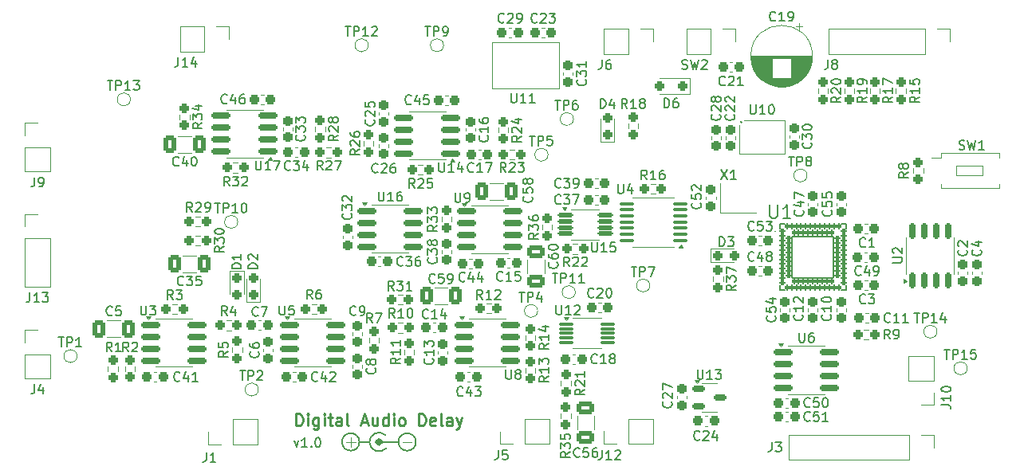
<source format=gto>
G04 #@! TF.GenerationSoftware,KiCad,Pcbnew,8.0.8*
G04 #@! TF.CreationDate,2025-01-31T08:36:52-06:00*
G04 #@! TF.ProjectId,delay_pedal,64656c61-795f-4706-9564-616c2e6b6963,rev?*
G04 #@! TF.SameCoordinates,Original*
G04 #@! TF.FileFunction,Legend,Top*
G04 #@! TF.FilePolarity,Positive*
%FSLAX46Y46*%
G04 Gerber Fmt 4.6, Leading zero omitted, Abs format (unit mm)*
G04 Created by KiCad (PCBNEW 8.0.8) date 2025-01-31 08:36:52*
%MOMM*%
%LPD*%
G01*
G04 APERTURE LIST*
G04 Aperture macros list*
%AMRoundRect*
0 Rectangle with rounded corners*
0 $1 Rounding radius*
0 $2 $3 $4 $5 $6 $7 $8 $9 X,Y pos of 4 corners*
0 Add a 4 corners polygon primitive as box body*
4,1,4,$2,$3,$4,$5,$6,$7,$8,$9,$2,$3,0*
0 Add four circle primitives for the rounded corners*
1,1,$1+$1,$2,$3*
1,1,$1+$1,$4,$5*
1,1,$1+$1,$6,$7*
1,1,$1+$1,$8,$9*
0 Add four rect primitives between the rounded corners*
20,1,$1+$1,$2,$3,$4,$5,0*
20,1,$1+$1,$4,$5,$6,$7,0*
20,1,$1+$1,$6,$7,$8,$9,0*
20,1,$1+$1,$8,$9,$2,$3,0*%
%AMFreePoly0*
4,1,9,5.362500,-0.866500,1.237500,-0.866500,1.237500,-0.450000,-1.237500,-0.450000,-1.237500,0.450000,1.237500,0.450000,1.237500,0.866500,5.362500,0.866500,5.362500,-0.866500,5.362500,-0.866500,$1*%
G04 Aperture macros list end*
%ADD10C,0.100000*%
%ADD11C,0.153000*%
%ADD12C,0.250000*%
%ADD13C,0.150000*%
%ADD14C,0.120000*%
%ADD15C,0.500000*%
%ADD16C,0.200000*%
%ADD17C,0.127000*%
%ADD18C,1.000000*%
%ADD19RoundRect,0.237500X-0.237500X0.250000X-0.237500X-0.250000X0.237500X-0.250000X0.237500X0.250000X0*%
%ADD20RoundRect,0.237500X-0.237500X0.300000X-0.237500X-0.300000X0.237500X-0.300000X0.237500X0.300000X0*%
%ADD21RoundRect,0.237500X0.300000X0.237500X-0.300000X0.237500X-0.300000X-0.237500X0.300000X-0.237500X0*%
%ADD22RoundRect,0.237500X0.237500X-0.300000X0.237500X0.300000X-0.237500X0.300000X-0.237500X-0.300000X0*%
%ADD23RoundRect,0.237500X0.237500X-0.250000X0.237500X0.250000X-0.237500X0.250000X-0.237500X-0.250000X0*%
%ADD24C,6.000000*%
%ADD25RoundRect,0.237500X-0.250000X-0.237500X0.250000X-0.237500X0.250000X0.237500X-0.250000X0.237500X0*%
%ADD26RoundRect,0.237500X-0.237500X0.287500X-0.237500X-0.287500X0.237500X-0.287500X0.237500X0.287500X0*%
%ADD27R,1.700000X1.700000*%
%ADD28O,1.700000X1.700000*%
%ADD29RoundRect,0.150000X-0.825000X-0.150000X0.825000X-0.150000X0.825000X0.150000X-0.825000X0.150000X0*%
%ADD30RoundRect,0.125000X-0.687500X-0.125000X0.687500X-0.125000X0.687500X0.125000X-0.687500X0.125000X0*%
%ADD31RoundRect,0.237500X-0.287500X-0.237500X0.287500X-0.237500X0.287500X0.237500X-0.287500X0.237500X0*%
%ADD32RoundRect,0.237500X0.250000X0.237500X-0.250000X0.237500X-0.250000X-0.237500X0.250000X-0.237500X0*%
%ADD33RoundRect,0.237500X-0.300000X-0.237500X0.300000X-0.237500X0.300000X0.237500X-0.300000X0.237500X0*%
%ADD34RoundRect,0.237500X0.237500X-0.287500X0.237500X0.287500X-0.237500X0.287500X-0.237500X-0.287500X0*%
%ADD35R,2.250000X2.250000*%
%ADD36C,2.250000*%
%ADD37R,2.300000X0.900000*%
%ADD38FreePoly0,180.000000*%
%ADD39RoundRect,0.075000X-0.650000X-0.075000X0.650000X-0.075000X0.650000X0.075000X-0.650000X0.075000X0*%
%ADD40RoundRect,0.150000X0.825000X0.150000X-0.825000X0.150000X-0.825000X-0.150000X0.825000X-0.150000X0*%
%ADD41R,1.560000X0.650000*%
%ADD42RoundRect,0.250000X0.412500X0.650000X-0.412500X0.650000X-0.412500X-0.650000X0.412500X-0.650000X0*%
%ADD43RoundRect,0.102000X-2.200000X-2.200000X2.200000X-2.200000X2.200000X2.200000X-2.200000X2.200000X0*%
%ADD44RoundRect,0.102000X-0.200000X-0.110000X0.200000X-0.110000X0.200000X0.110000X-0.200000X0.110000X0*%
%ADD45RoundRect,0.102000X-0.110000X-0.200000X0.110000X-0.200000X0.110000X0.200000X-0.110000X0.200000X0*%
%ADD46RoundRect,0.250000X0.250000X0.250000X-0.250000X0.250000X-0.250000X-0.250000X0.250000X-0.250000X0*%
%ADD47R,1.600000X1.600000*%
%ADD48C,1.600000*%
%ADD49RoundRect,0.250000X-0.650000X0.412500X-0.650000X-0.412500X0.650000X-0.412500X0.650000X0.412500X0*%
%ADD50RoundRect,0.250000X-0.412500X-0.650000X0.412500X-0.650000X0.412500X0.650000X-0.412500X0.650000X0*%
%ADD51RoundRect,0.150000X0.150000X-0.675000X0.150000X0.675000X-0.150000X0.675000X-0.150000X-0.675000X0*%
%ADD52RoundRect,0.150000X-0.512500X-0.150000X0.512500X-0.150000X0.512500X0.150000X-0.512500X0.150000X0*%
%ADD53RoundRect,0.100000X0.637500X0.100000X-0.637500X0.100000X-0.637500X-0.100000X0.637500X-0.100000X0*%
%ADD54RoundRect,0.250000X0.650000X-0.412500X0.650000X0.412500X-0.650000X0.412500X-0.650000X-0.412500X0*%
%ADD55R,1.300000X1.100000*%
G04 APERTURE END LIST*
D10*
X131750000Y-121825000D02*
X132750000Y-121825000D01*
X132250000Y-121325000D02*
X132250000Y-122325000D01*
X137750000Y-121825000D02*
X138750000Y-121825000D01*
D11*
X126243514Y-121702996D02*
X126481609Y-122369663D01*
X126481609Y-122369663D02*
X126719704Y-121702996D01*
X127624466Y-122369663D02*
X127053038Y-122369663D01*
X127338752Y-122369663D02*
X127338752Y-121369663D01*
X127338752Y-121369663D02*
X127243514Y-121512520D01*
X127243514Y-121512520D02*
X127148276Y-121607758D01*
X127148276Y-121607758D02*
X127053038Y-121655377D01*
X128053038Y-122274424D02*
X128100657Y-122322044D01*
X128100657Y-122322044D02*
X128053038Y-122369663D01*
X128053038Y-122369663D02*
X128005419Y-122322044D01*
X128005419Y-122322044D02*
X128053038Y-122274424D01*
X128053038Y-122274424D02*
X128053038Y-122369663D01*
X128719704Y-121369663D02*
X128814942Y-121369663D01*
X128814942Y-121369663D02*
X128910180Y-121417282D01*
X128910180Y-121417282D02*
X128957799Y-121464901D01*
X128957799Y-121464901D02*
X129005418Y-121560139D01*
X129005418Y-121560139D02*
X129053037Y-121750615D01*
X129053037Y-121750615D02*
X129053037Y-121988710D01*
X129053037Y-121988710D02*
X129005418Y-122179186D01*
X129005418Y-122179186D02*
X128957799Y-122274424D01*
X128957799Y-122274424D02*
X128910180Y-122322044D01*
X128910180Y-122322044D02*
X128814942Y-122369663D01*
X128814942Y-122369663D02*
X128719704Y-122369663D01*
X128719704Y-122369663D02*
X128624466Y-122322044D01*
X128624466Y-122322044D02*
X128576847Y-122274424D01*
X128576847Y-122274424D02*
X128529228Y-122179186D01*
X128529228Y-122179186D02*
X128481609Y-121988710D01*
X128481609Y-121988710D02*
X128481609Y-121750615D01*
X128481609Y-121750615D02*
X128529228Y-121560139D01*
X128529228Y-121560139D02*
X128576847Y-121464901D01*
X128576847Y-121464901D02*
X128624466Y-121417282D01*
X128624466Y-121417282D02*
X128719704Y-121369663D01*
D12*
X126462092Y-120084023D02*
X126462092Y-118834023D01*
X126462092Y-118834023D02*
X126759711Y-118834023D01*
X126759711Y-118834023D02*
X126938282Y-118893547D01*
X126938282Y-118893547D02*
X127057330Y-119012595D01*
X127057330Y-119012595D02*
X127116853Y-119131642D01*
X127116853Y-119131642D02*
X127176377Y-119369738D01*
X127176377Y-119369738D02*
X127176377Y-119548309D01*
X127176377Y-119548309D02*
X127116853Y-119786404D01*
X127116853Y-119786404D02*
X127057330Y-119905452D01*
X127057330Y-119905452D02*
X126938282Y-120024500D01*
X126938282Y-120024500D02*
X126759711Y-120084023D01*
X126759711Y-120084023D02*
X126462092Y-120084023D01*
X127712092Y-120084023D02*
X127712092Y-119250690D01*
X127712092Y-118834023D02*
X127652568Y-118893547D01*
X127652568Y-118893547D02*
X127712092Y-118953071D01*
X127712092Y-118953071D02*
X127771615Y-118893547D01*
X127771615Y-118893547D02*
X127712092Y-118834023D01*
X127712092Y-118834023D02*
X127712092Y-118953071D01*
X128843044Y-119250690D02*
X128843044Y-120262595D01*
X128843044Y-120262595D02*
X128783520Y-120381642D01*
X128783520Y-120381642D02*
X128723996Y-120441166D01*
X128723996Y-120441166D02*
X128604949Y-120500690D01*
X128604949Y-120500690D02*
X128426377Y-120500690D01*
X128426377Y-120500690D02*
X128307330Y-120441166D01*
X128843044Y-120024500D02*
X128723996Y-120084023D01*
X128723996Y-120084023D02*
X128485901Y-120084023D01*
X128485901Y-120084023D02*
X128366853Y-120024500D01*
X128366853Y-120024500D02*
X128307330Y-119964976D01*
X128307330Y-119964976D02*
X128247806Y-119845928D01*
X128247806Y-119845928D02*
X128247806Y-119488785D01*
X128247806Y-119488785D02*
X128307330Y-119369738D01*
X128307330Y-119369738D02*
X128366853Y-119310214D01*
X128366853Y-119310214D02*
X128485901Y-119250690D01*
X128485901Y-119250690D02*
X128723996Y-119250690D01*
X128723996Y-119250690D02*
X128843044Y-119310214D01*
X129438282Y-120084023D02*
X129438282Y-119250690D01*
X129438282Y-118834023D02*
X129378758Y-118893547D01*
X129378758Y-118893547D02*
X129438282Y-118953071D01*
X129438282Y-118953071D02*
X129497805Y-118893547D01*
X129497805Y-118893547D02*
X129438282Y-118834023D01*
X129438282Y-118834023D02*
X129438282Y-118953071D01*
X129854948Y-119250690D02*
X130331139Y-119250690D01*
X130033520Y-118834023D02*
X130033520Y-119905452D01*
X130033520Y-119905452D02*
X130093043Y-120024500D01*
X130093043Y-120024500D02*
X130212091Y-120084023D01*
X130212091Y-120084023D02*
X130331139Y-120084023D01*
X131283520Y-120084023D02*
X131283520Y-119429261D01*
X131283520Y-119429261D02*
X131223996Y-119310214D01*
X131223996Y-119310214D02*
X131104948Y-119250690D01*
X131104948Y-119250690D02*
X130866853Y-119250690D01*
X130866853Y-119250690D02*
X130747806Y-119310214D01*
X131283520Y-120024500D02*
X131164472Y-120084023D01*
X131164472Y-120084023D02*
X130866853Y-120084023D01*
X130866853Y-120084023D02*
X130747806Y-120024500D01*
X130747806Y-120024500D02*
X130688282Y-119905452D01*
X130688282Y-119905452D02*
X130688282Y-119786404D01*
X130688282Y-119786404D02*
X130747806Y-119667357D01*
X130747806Y-119667357D02*
X130866853Y-119607833D01*
X130866853Y-119607833D02*
X131164472Y-119607833D01*
X131164472Y-119607833D02*
X131283520Y-119548309D01*
X132057329Y-120084023D02*
X131938281Y-120024500D01*
X131938281Y-120024500D02*
X131878758Y-119905452D01*
X131878758Y-119905452D02*
X131878758Y-118834023D01*
X133426377Y-119726880D02*
X134021615Y-119726880D01*
X133307329Y-120084023D02*
X133723996Y-118834023D01*
X133723996Y-118834023D02*
X134140662Y-120084023D01*
X135093044Y-119250690D02*
X135093044Y-120084023D01*
X134557330Y-119250690D02*
X134557330Y-119905452D01*
X134557330Y-119905452D02*
X134616853Y-120024500D01*
X134616853Y-120024500D02*
X134735901Y-120084023D01*
X134735901Y-120084023D02*
X134914472Y-120084023D01*
X134914472Y-120084023D02*
X135033520Y-120024500D01*
X135033520Y-120024500D02*
X135093044Y-119964976D01*
X136223996Y-120084023D02*
X136223996Y-118834023D01*
X136223996Y-120024500D02*
X136104948Y-120084023D01*
X136104948Y-120084023D02*
X135866853Y-120084023D01*
X135866853Y-120084023D02*
X135747805Y-120024500D01*
X135747805Y-120024500D02*
X135688282Y-119964976D01*
X135688282Y-119964976D02*
X135628758Y-119845928D01*
X135628758Y-119845928D02*
X135628758Y-119488785D01*
X135628758Y-119488785D02*
X135688282Y-119369738D01*
X135688282Y-119369738D02*
X135747805Y-119310214D01*
X135747805Y-119310214D02*
X135866853Y-119250690D01*
X135866853Y-119250690D02*
X136104948Y-119250690D01*
X136104948Y-119250690D02*
X136223996Y-119310214D01*
X136819234Y-120084023D02*
X136819234Y-119250690D01*
X136819234Y-118834023D02*
X136759710Y-118893547D01*
X136759710Y-118893547D02*
X136819234Y-118953071D01*
X136819234Y-118953071D02*
X136878757Y-118893547D01*
X136878757Y-118893547D02*
X136819234Y-118834023D01*
X136819234Y-118834023D02*
X136819234Y-118953071D01*
X137593043Y-120084023D02*
X137473995Y-120024500D01*
X137473995Y-120024500D02*
X137414472Y-119964976D01*
X137414472Y-119964976D02*
X137354948Y-119845928D01*
X137354948Y-119845928D02*
X137354948Y-119488785D01*
X137354948Y-119488785D02*
X137414472Y-119369738D01*
X137414472Y-119369738D02*
X137473995Y-119310214D01*
X137473995Y-119310214D02*
X137593043Y-119250690D01*
X137593043Y-119250690D02*
X137771614Y-119250690D01*
X137771614Y-119250690D02*
X137890662Y-119310214D01*
X137890662Y-119310214D02*
X137950186Y-119369738D01*
X137950186Y-119369738D02*
X138009710Y-119488785D01*
X138009710Y-119488785D02*
X138009710Y-119845928D01*
X138009710Y-119845928D02*
X137950186Y-119964976D01*
X137950186Y-119964976D02*
X137890662Y-120024500D01*
X137890662Y-120024500D02*
X137771614Y-120084023D01*
X137771614Y-120084023D02*
X137593043Y-120084023D01*
X139497805Y-120084023D02*
X139497805Y-118834023D01*
X139497805Y-118834023D02*
X139795424Y-118834023D01*
X139795424Y-118834023D02*
X139973995Y-118893547D01*
X139973995Y-118893547D02*
X140093043Y-119012595D01*
X140093043Y-119012595D02*
X140152566Y-119131642D01*
X140152566Y-119131642D02*
X140212090Y-119369738D01*
X140212090Y-119369738D02*
X140212090Y-119548309D01*
X140212090Y-119548309D02*
X140152566Y-119786404D01*
X140152566Y-119786404D02*
X140093043Y-119905452D01*
X140093043Y-119905452D02*
X139973995Y-120024500D01*
X139973995Y-120024500D02*
X139795424Y-120084023D01*
X139795424Y-120084023D02*
X139497805Y-120084023D01*
X141223995Y-120024500D02*
X141104947Y-120084023D01*
X141104947Y-120084023D02*
X140866852Y-120084023D01*
X140866852Y-120084023D02*
X140747805Y-120024500D01*
X140747805Y-120024500D02*
X140688281Y-119905452D01*
X140688281Y-119905452D02*
X140688281Y-119429261D01*
X140688281Y-119429261D02*
X140747805Y-119310214D01*
X140747805Y-119310214D02*
X140866852Y-119250690D01*
X140866852Y-119250690D02*
X141104947Y-119250690D01*
X141104947Y-119250690D02*
X141223995Y-119310214D01*
X141223995Y-119310214D02*
X141283519Y-119429261D01*
X141283519Y-119429261D02*
X141283519Y-119548309D01*
X141283519Y-119548309D02*
X140688281Y-119667357D01*
X141997805Y-120084023D02*
X141878757Y-120024500D01*
X141878757Y-120024500D02*
X141819234Y-119905452D01*
X141819234Y-119905452D02*
X141819234Y-118834023D01*
X143009710Y-120084023D02*
X143009710Y-119429261D01*
X143009710Y-119429261D02*
X142950186Y-119310214D01*
X142950186Y-119310214D02*
X142831138Y-119250690D01*
X142831138Y-119250690D02*
X142593043Y-119250690D01*
X142593043Y-119250690D02*
X142473996Y-119310214D01*
X143009710Y-120024500D02*
X142890662Y-120084023D01*
X142890662Y-120084023D02*
X142593043Y-120084023D01*
X142593043Y-120084023D02*
X142473996Y-120024500D01*
X142473996Y-120024500D02*
X142414472Y-119905452D01*
X142414472Y-119905452D02*
X142414472Y-119786404D01*
X142414472Y-119786404D02*
X142473996Y-119667357D01*
X142473996Y-119667357D02*
X142593043Y-119607833D01*
X142593043Y-119607833D02*
X142890662Y-119607833D01*
X142890662Y-119607833D02*
X143009710Y-119548309D01*
X143485900Y-119250690D02*
X143783519Y-120084023D01*
X144081138Y-119250690D02*
X143783519Y-120084023D01*
X143783519Y-120084023D02*
X143664471Y-120381642D01*
X143664471Y-120381642D02*
X143604948Y-120441166D01*
X143604948Y-120441166D02*
X143485900Y-120500690D01*
D13*
X117826119Y-96446033D02*
X118397547Y-96446033D01*
X118111833Y-97446033D02*
X118111833Y-96446033D01*
X118730881Y-97446033D02*
X118730881Y-96446033D01*
X118730881Y-96446033D02*
X119111833Y-96446033D01*
X119111833Y-96446033D02*
X119207071Y-96493652D01*
X119207071Y-96493652D02*
X119254690Y-96541271D01*
X119254690Y-96541271D02*
X119302309Y-96636509D01*
X119302309Y-96636509D02*
X119302309Y-96779366D01*
X119302309Y-96779366D02*
X119254690Y-96874604D01*
X119254690Y-96874604D02*
X119207071Y-96922223D01*
X119207071Y-96922223D02*
X119111833Y-96969842D01*
X119111833Y-96969842D02*
X118730881Y-96969842D01*
X120254690Y-97446033D02*
X119683262Y-97446033D01*
X119968976Y-97446033D02*
X119968976Y-96446033D01*
X119968976Y-96446033D02*
X119873738Y-96588890D01*
X119873738Y-96588890D02*
X119778500Y-96684128D01*
X119778500Y-96684128D02*
X119683262Y-96731747D01*
X120873738Y-96446033D02*
X120968976Y-96446033D01*
X120968976Y-96446033D02*
X121064214Y-96493652D01*
X121064214Y-96493652D02*
X121111833Y-96541271D01*
X121111833Y-96541271D02*
X121159452Y-96636509D01*
X121159452Y-96636509D02*
X121207071Y-96826985D01*
X121207071Y-96826985D02*
X121207071Y-97065080D01*
X121207071Y-97065080D02*
X121159452Y-97255556D01*
X121159452Y-97255556D02*
X121111833Y-97350794D01*
X121111833Y-97350794D02*
X121064214Y-97398414D01*
X121064214Y-97398414D02*
X120968976Y-97446033D01*
X120968976Y-97446033D02*
X120873738Y-97446033D01*
X120873738Y-97446033D02*
X120778500Y-97398414D01*
X120778500Y-97398414D02*
X120730881Y-97350794D01*
X120730881Y-97350794D02*
X120683262Y-97255556D01*
X120683262Y-97255556D02*
X120635643Y-97065080D01*
X120635643Y-97065080D02*
X120635643Y-96826985D01*
X120635643Y-96826985D02*
X120683262Y-96636509D01*
X120683262Y-96636509D02*
X120730881Y-96541271D01*
X120730881Y-96541271D02*
X120778500Y-96493652D01*
X120778500Y-96493652D02*
X120873738Y-96446033D01*
X155554819Y-122880357D02*
X155078628Y-123213690D01*
X155554819Y-123451785D02*
X154554819Y-123451785D01*
X154554819Y-123451785D02*
X154554819Y-123070833D01*
X154554819Y-123070833D02*
X154602438Y-122975595D01*
X154602438Y-122975595D02*
X154650057Y-122927976D01*
X154650057Y-122927976D02*
X154745295Y-122880357D01*
X154745295Y-122880357D02*
X154888152Y-122880357D01*
X154888152Y-122880357D02*
X154983390Y-122927976D01*
X154983390Y-122927976D02*
X155031009Y-122975595D01*
X155031009Y-122975595D02*
X155078628Y-123070833D01*
X155078628Y-123070833D02*
X155078628Y-123451785D01*
X154554819Y-122547023D02*
X154554819Y-121927976D01*
X154554819Y-121927976D02*
X154935771Y-122261309D01*
X154935771Y-122261309D02*
X154935771Y-122118452D01*
X154935771Y-122118452D02*
X154983390Y-122023214D01*
X154983390Y-122023214D02*
X155031009Y-121975595D01*
X155031009Y-121975595D02*
X155126247Y-121927976D01*
X155126247Y-121927976D02*
X155364342Y-121927976D01*
X155364342Y-121927976D02*
X155459580Y-121975595D01*
X155459580Y-121975595D02*
X155507200Y-122023214D01*
X155507200Y-122023214D02*
X155554819Y-122118452D01*
X155554819Y-122118452D02*
X155554819Y-122404166D01*
X155554819Y-122404166D02*
X155507200Y-122499404D01*
X155507200Y-122499404D02*
X155459580Y-122547023D01*
X154554819Y-121023214D02*
X154554819Y-121499404D01*
X154554819Y-121499404D02*
X155031009Y-121547023D01*
X155031009Y-121547023D02*
X154983390Y-121499404D01*
X154983390Y-121499404D02*
X154935771Y-121404166D01*
X154935771Y-121404166D02*
X154935771Y-121166071D01*
X154935771Y-121166071D02*
X154983390Y-121070833D01*
X154983390Y-121070833D02*
X155031009Y-121023214D01*
X155031009Y-121023214D02*
X155126247Y-120975595D01*
X155126247Y-120975595D02*
X155364342Y-120975595D01*
X155364342Y-120975595D02*
X155459580Y-121023214D01*
X155459580Y-121023214D02*
X155507200Y-121070833D01*
X155507200Y-121070833D02*
X155554819Y-121166071D01*
X155554819Y-121166071D02*
X155554819Y-121404166D01*
X155554819Y-121404166D02*
X155507200Y-121499404D01*
X155507200Y-121499404D02*
X155459580Y-121547023D01*
X169359580Y-96405357D02*
X169407200Y-96452976D01*
X169407200Y-96452976D02*
X169454819Y-96595833D01*
X169454819Y-96595833D02*
X169454819Y-96691071D01*
X169454819Y-96691071D02*
X169407200Y-96833928D01*
X169407200Y-96833928D02*
X169311961Y-96929166D01*
X169311961Y-96929166D02*
X169216723Y-96976785D01*
X169216723Y-96976785D02*
X169026247Y-97024404D01*
X169026247Y-97024404D02*
X168883390Y-97024404D01*
X168883390Y-97024404D02*
X168692914Y-96976785D01*
X168692914Y-96976785D02*
X168597676Y-96929166D01*
X168597676Y-96929166D02*
X168502438Y-96833928D01*
X168502438Y-96833928D02*
X168454819Y-96691071D01*
X168454819Y-96691071D02*
X168454819Y-96595833D01*
X168454819Y-96595833D02*
X168502438Y-96452976D01*
X168502438Y-96452976D02*
X168550057Y-96405357D01*
X168454819Y-95500595D02*
X168454819Y-95976785D01*
X168454819Y-95976785D02*
X168931009Y-96024404D01*
X168931009Y-96024404D02*
X168883390Y-95976785D01*
X168883390Y-95976785D02*
X168835771Y-95881547D01*
X168835771Y-95881547D02*
X168835771Y-95643452D01*
X168835771Y-95643452D02*
X168883390Y-95548214D01*
X168883390Y-95548214D02*
X168931009Y-95500595D01*
X168931009Y-95500595D02*
X169026247Y-95452976D01*
X169026247Y-95452976D02*
X169264342Y-95452976D01*
X169264342Y-95452976D02*
X169359580Y-95500595D01*
X169359580Y-95500595D02*
X169407200Y-95548214D01*
X169407200Y-95548214D02*
X169454819Y-95643452D01*
X169454819Y-95643452D02*
X169454819Y-95881547D01*
X169454819Y-95881547D02*
X169407200Y-95976785D01*
X169407200Y-95976785D02*
X169359580Y-96024404D01*
X168550057Y-95072023D02*
X168502438Y-95024404D01*
X168502438Y-95024404D02*
X168454819Y-94929166D01*
X168454819Y-94929166D02*
X168454819Y-94691071D01*
X168454819Y-94691071D02*
X168502438Y-94595833D01*
X168502438Y-94595833D02*
X168550057Y-94548214D01*
X168550057Y-94548214D02*
X168645295Y-94500595D01*
X168645295Y-94500595D02*
X168740533Y-94500595D01*
X168740533Y-94500595D02*
X168883390Y-94548214D01*
X168883390Y-94548214D02*
X169454819Y-95119642D01*
X169454819Y-95119642D02*
X169454819Y-94500595D01*
X114108856Y-115288794D02*
X114061237Y-115336414D01*
X114061237Y-115336414D02*
X113918380Y-115384033D01*
X113918380Y-115384033D02*
X113823142Y-115384033D01*
X113823142Y-115384033D02*
X113680285Y-115336414D01*
X113680285Y-115336414D02*
X113585047Y-115241175D01*
X113585047Y-115241175D02*
X113537428Y-115145937D01*
X113537428Y-115145937D02*
X113489809Y-114955461D01*
X113489809Y-114955461D02*
X113489809Y-114812604D01*
X113489809Y-114812604D02*
X113537428Y-114622128D01*
X113537428Y-114622128D02*
X113585047Y-114526890D01*
X113585047Y-114526890D02*
X113680285Y-114431652D01*
X113680285Y-114431652D02*
X113823142Y-114384033D01*
X113823142Y-114384033D02*
X113918380Y-114384033D01*
X113918380Y-114384033D02*
X114061237Y-114431652D01*
X114061237Y-114431652D02*
X114108856Y-114479271D01*
X114965999Y-114717366D02*
X114965999Y-115384033D01*
X114727904Y-114336414D02*
X114489809Y-115050699D01*
X114489809Y-115050699D02*
X115108856Y-115050699D01*
X116013618Y-115384033D02*
X115442190Y-115384033D01*
X115727904Y-115384033D02*
X115727904Y-114384033D01*
X115727904Y-114384033D02*
X115632666Y-114526890D01*
X115632666Y-114526890D02*
X115537428Y-114622128D01*
X115537428Y-114622128D02*
X115442190Y-114669747D01*
X134693794Y-87574571D02*
X134741414Y-87622190D01*
X134741414Y-87622190D02*
X134789033Y-87765047D01*
X134789033Y-87765047D02*
X134789033Y-87860285D01*
X134789033Y-87860285D02*
X134741414Y-88003142D01*
X134741414Y-88003142D02*
X134646175Y-88098380D01*
X134646175Y-88098380D02*
X134550937Y-88145999D01*
X134550937Y-88145999D02*
X134360461Y-88193618D01*
X134360461Y-88193618D02*
X134217604Y-88193618D01*
X134217604Y-88193618D02*
X134027128Y-88145999D01*
X134027128Y-88145999D02*
X133931890Y-88098380D01*
X133931890Y-88098380D02*
X133836652Y-88003142D01*
X133836652Y-88003142D02*
X133789033Y-87860285D01*
X133789033Y-87860285D02*
X133789033Y-87765047D01*
X133789033Y-87765047D02*
X133836652Y-87622190D01*
X133836652Y-87622190D02*
X133884271Y-87574571D01*
X133884271Y-87193618D02*
X133836652Y-87145999D01*
X133836652Y-87145999D02*
X133789033Y-87050761D01*
X133789033Y-87050761D02*
X133789033Y-86812666D01*
X133789033Y-86812666D02*
X133836652Y-86717428D01*
X133836652Y-86717428D02*
X133884271Y-86669809D01*
X133884271Y-86669809D02*
X133979509Y-86622190D01*
X133979509Y-86622190D02*
X134074747Y-86622190D01*
X134074747Y-86622190D02*
X134217604Y-86669809D01*
X134217604Y-86669809D02*
X134789033Y-87241237D01*
X134789033Y-87241237D02*
X134789033Y-86622190D01*
X133789033Y-85717428D02*
X133789033Y-86193618D01*
X133789033Y-86193618D02*
X134265223Y-86241237D01*
X134265223Y-86241237D02*
X134217604Y-86193618D01*
X134217604Y-86193618D02*
X134169985Y-86098380D01*
X134169985Y-86098380D02*
X134169985Y-85860285D01*
X134169985Y-85860285D02*
X134217604Y-85765047D01*
X134217604Y-85765047D02*
X134265223Y-85717428D01*
X134265223Y-85717428D02*
X134360461Y-85669809D01*
X134360461Y-85669809D02*
X134598556Y-85669809D01*
X134598556Y-85669809D02*
X134693794Y-85717428D01*
X134693794Y-85717428D02*
X134741414Y-85765047D01*
X134741414Y-85765047D02*
X134789033Y-85860285D01*
X134789033Y-85860285D02*
X134789033Y-86098380D01*
X134789033Y-86098380D02*
X134741414Y-86193618D01*
X134741414Y-86193618D02*
X134693794Y-86241237D01*
X119226533Y-112183380D02*
X118750342Y-112516713D01*
X119226533Y-112754808D02*
X118226533Y-112754808D01*
X118226533Y-112754808D02*
X118226533Y-112373856D01*
X118226533Y-112373856D02*
X118274152Y-112278618D01*
X118274152Y-112278618D02*
X118321771Y-112230999D01*
X118321771Y-112230999D02*
X118417009Y-112183380D01*
X118417009Y-112183380D02*
X118559866Y-112183380D01*
X118559866Y-112183380D02*
X118655104Y-112230999D01*
X118655104Y-112230999D02*
X118702723Y-112278618D01*
X118702723Y-112278618D02*
X118750342Y-112373856D01*
X118750342Y-112373856D02*
X118750342Y-112754808D01*
X118226533Y-111278618D02*
X118226533Y-111754808D01*
X118226533Y-111754808D02*
X118702723Y-111802427D01*
X118702723Y-111802427D02*
X118655104Y-111754808D01*
X118655104Y-111754808D02*
X118607485Y-111659570D01*
X118607485Y-111659570D02*
X118607485Y-111421475D01*
X118607485Y-111421475D02*
X118655104Y-111326237D01*
X118655104Y-111326237D02*
X118702723Y-111278618D01*
X118702723Y-111278618D02*
X118797961Y-111230999D01*
X118797961Y-111230999D02*
X119036056Y-111230999D01*
X119036056Y-111230999D02*
X119131294Y-111278618D01*
X119131294Y-111278618D02*
X119178914Y-111326237D01*
X119178914Y-111326237D02*
X119226533Y-111421475D01*
X119226533Y-111421475D02*
X119226533Y-111659570D01*
X119226533Y-111659570D02*
X119178914Y-111754808D01*
X119178914Y-111754808D02*
X119131294Y-111802427D01*
X136844642Y-105724819D02*
X136511309Y-105248628D01*
X136273214Y-105724819D02*
X136273214Y-104724819D01*
X136273214Y-104724819D02*
X136654166Y-104724819D01*
X136654166Y-104724819D02*
X136749404Y-104772438D01*
X136749404Y-104772438D02*
X136797023Y-104820057D01*
X136797023Y-104820057D02*
X136844642Y-104915295D01*
X136844642Y-104915295D02*
X136844642Y-105058152D01*
X136844642Y-105058152D02*
X136797023Y-105153390D01*
X136797023Y-105153390D02*
X136749404Y-105201009D01*
X136749404Y-105201009D02*
X136654166Y-105248628D01*
X136654166Y-105248628D02*
X136273214Y-105248628D01*
X137177976Y-104724819D02*
X137797023Y-104724819D01*
X137797023Y-104724819D02*
X137463690Y-105105771D01*
X137463690Y-105105771D02*
X137606547Y-105105771D01*
X137606547Y-105105771D02*
X137701785Y-105153390D01*
X137701785Y-105153390D02*
X137749404Y-105201009D01*
X137749404Y-105201009D02*
X137797023Y-105296247D01*
X137797023Y-105296247D02*
X137797023Y-105534342D01*
X137797023Y-105534342D02*
X137749404Y-105629580D01*
X137749404Y-105629580D02*
X137701785Y-105677200D01*
X137701785Y-105677200D02*
X137606547Y-105724819D01*
X137606547Y-105724819D02*
X137320833Y-105724819D01*
X137320833Y-105724819D02*
X137225595Y-105677200D01*
X137225595Y-105677200D02*
X137177976Y-105629580D01*
X138749404Y-105724819D02*
X138177976Y-105724819D01*
X138463690Y-105724819D02*
X138463690Y-104724819D01*
X138463690Y-104724819D02*
X138368452Y-104867676D01*
X138368452Y-104867676D02*
X138273214Y-104962914D01*
X138273214Y-104962914D02*
X138177976Y-105010533D01*
X153938095Y-85506819D02*
X154509523Y-85506819D01*
X154223809Y-86506819D02*
X154223809Y-85506819D01*
X154842857Y-86506819D02*
X154842857Y-85506819D01*
X154842857Y-85506819D02*
X155223809Y-85506819D01*
X155223809Y-85506819D02*
X155319047Y-85554438D01*
X155319047Y-85554438D02*
X155366666Y-85602057D01*
X155366666Y-85602057D02*
X155414285Y-85697295D01*
X155414285Y-85697295D02*
X155414285Y-85840152D01*
X155414285Y-85840152D02*
X155366666Y-85935390D01*
X155366666Y-85935390D02*
X155319047Y-85983009D01*
X155319047Y-85983009D02*
X155223809Y-86030628D01*
X155223809Y-86030628D02*
X154842857Y-86030628D01*
X156271428Y-85506819D02*
X156080952Y-85506819D01*
X156080952Y-85506819D02*
X155985714Y-85554438D01*
X155985714Y-85554438D02*
X155938095Y-85602057D01*
X155938095Y-85602057D02*
X155842857Y-85744914D01*
X155842857Y-85744914D02*
X155795238Y-85935390D01*
X155795238Y-85935390D02*
X155795238Y-86316342D01*
X155795238Y-86316342D02*
X155842857Y-86411580D01*
X155842857Y-86411580D02*
X155890476Y-86459200D01*
X155890476Y-86459200D02*
X155985714Y-86506819D01*
X155985714Y-86506819D02*
X156176190Y-86506819D01*
X156176190Y-86506819D02*
X156271428Y-86459200D01*
X156271428Y-86459200D02*
X156319047Y-86411580D01*
X156319047Y-86411580D02*
X156366666Y-86316342D01*
X156366666Y-86316342D02*
X156366666Y-86078247D01*
X156366666Y-86078247D02*
X156319047Y-85983009D01*
X156319047Y-85983009D02*
X156271428Y-85935390D01*
X156271428Y-85935390D02*
X156176190Y-85887771D01*
X156176190Y-85887771D02*
X155985714Y-85887771D01*
X155985714Y-85887771D02*
X155890476Y-85935390D01*
X155890476Y-85935390D02*
X155842857Y-85983009D01*
X155842857Y-85983009D02*
X155795238Y-86078247D01*
X153661905Y-103906819D02*
X154233333Y-103906819D01*
X153947619Y-104906819D02*
X153947619Y-103906819D01*
X154566667Y-104906819D02*
X154566667Y-103906819D01*
X154566667Y-103906819D02*
X154947619Y-103906819D01*
X154947619Y-103906819D02*
X155042857Y-103954438D01*
X155042857Y-103954438D02*
X155090476Y-104002057D01*
X155090476Y-104002057D02*
X155138095Y-104097295D01*
X155138095Y-104097295D02*
X155138095Y-104240152D01*
X155138095Y-104240152D02*
X155090476Y-104335390D01*
X155090476Y-104335390D02*
X155042857Y-104383009D01*
X155042857Y-104383009D02*
X154947619Y-104430628D01*
X154947619Y-104430628D02*
X154566667Y-104430628D01*
X156090476Y-104906819D02*
X155519048Y-104906819D01*
X155804762Y-104906819D02*
X155804762Y-103906819D01*
X155804762Y-103906819D02*
X155709524Y-104049676D01*
X155709524Y-104049676D02*
X155614286Y-104144914D01*
X155614286Y-104144914D02*
X155519048Y-104192533D01*
X157042857Y-104906819D02*
X156471429Y-104906819D01*
X156757143Y-104906819D02*
X156757143Y-103906819D01*
X156757143Y-103906819D02*
X156661905Y-104049676D01*
X156661905Y-104049676D02*
X156566667Y-104144914D01*
X156566667Y-104144914D02*
X156471429Y-104192533D01*
X171423794Y-87007071D02*
X171471414Y-87054690D01*
X171471414Y-87054690D02*
X171519033Y-87197547D01*
X171519033Y-87197547D02*
X171519033Y-87292785D01*
X171519033Y-87292785D02*
X171471414Y-87435642D01*
X171471414Y-87435642D02*
X171376175Y-87530880D01*
X171376175Y-87530880D02*
X171280937Y-87578499D01*
X171280937Y-87578499D02*
X171090461Y-87626118D01*
X171090461Y-87626118D02*
X170947604Y-87626118D01*
X170947604Y-87626118D02*
X170757128Y-87578499D01*
X170757128Y-87578499D02*
X170661890Y-87530880D01*
X170661890Y-87530880D02*
X170566652Y-87435642D01*
X170566652Y-87435642D02*
X170519033Y-87292785D01*
X170519033Y-87292785D02*
X170519033Y-87197547D01*
X170519033Y-87197547D02*
X170566652Y-87054690D01*
X170566652Y-87054690D02*
X170614271Y-87007071D01*
X170614271Y-86626118D02*
X170566652Y-86578499D01*
X170566652Y-86578499D02*
X170519033Y-86483261D01*
X170519033Y-86483261D02*
X170519033Y-86245166D01*
X170519033Y-86245166D02*
X170566652Y-86149928D01*
X170566652Y-86149928D02*
X170614271Y-86102309D01*
X170614271Y-86102309D02*
X170709509Y-86054690D01*
X170709509Y-86054690D02*
X170804747Y-86054690D01*
X170804747Y-86054690D02*
X170947604Y-86102309D01*
X170947604Y-86102309D02*
X171519033Y-86673737D01*
X171519033Y-86673737D02*
X171519033Y-86054690D01*
X170947604Y-85483261D02*
X170899985Y-85578499D01*
X170899985Y-85578499D02*
X170852366Y-85626118D01*
X170852366Y-85626118D02*
X170757128Y-85673737D01*
X170757128Y-85673737D02*
X170709509Y-85673737D01*
X170709509Y-85673737D02*
X170614271Y-85626118D01*
X170614271Y-85626118D02*
X170566652Y-85578499D01*
X170566652Y-85578499D02*
X170519033Y-85483261D01*
X170519033Y-85483261D02*
X170519033Y-85292785D01*
X170519033Y-85292785D02*
X170566652Y-85197547D01*
X170566652Y-85197547D02*
X170614271Y-85149928D01*
X170614271Y-85149928D02*
X170709509Y-85102309D01*
X170709509Y-85102309D02*
X170757128Y-85102309D01*
X170757128Y-85102309D02*
X170852366Y-85149928D01*
X170852366Y-85149928D02*
X170899985Y-85197547D01*
X170899985Y-85197547D02*
X170947604Y-85292785D01*
X170947604Y-85292785D02*
X170947604Y-85483261D01*
X170947604Y-85483261D02*
X170995223Y-85578499D01*
X170995223Y-85578499D02*
X171042842Y-85626118D01*
X171042842Y-85626118D02*
X171138080Y-85673737D01*
X171138080Y-85673737D02*
X171328556Y-85673737D01*
X171328556Y-85673737D02*
X171423794Y-85626118D01*
X171423794Y-85626118D02*
X171471414Y-85578499D01*
X171471414Y-85578499D02*
X171519033Y-85483261D01*
X171519033Y-85483261D02*
X171519033Y-85292785D01*
X171519033Y-85292785D02*
X171471414Y-85197547D01*
X171471414Y-85197547D02*
X171423794Y-85149928D01*
X171423794Y-85149928D02*
X171328556Y-85102309D01*
X171328556Y-85102309D02*
X171138080Y-85102309D01*
X171138080Y-85102309D02*
X171042842Y-85149928D01*
X171042842Y-85149928D02*
X170995223Y-85197547D01*
X170995223Y-85197547D02*
X170947604Y-85292785D01*
X120619033Y-103402308D02*
X119619033Y-103402308D01*
X119619033Y-103402308D02*
X119619033Y-103164213D01*
X119619033Y-103164213D02*
X119666652Y-103021356D01*
X119666652Y-103021356D02*
X119761890Y-102926118D01*
X119761890Y-102926118D02*
X119857128Y-102878499D01*
X119857128Y-102878499D02*
X120047604Y-102830880D01*
X120047604Y-102830880D02*
X120190461Y-102830880D01*
X120190461Y-102830880D02*
X120380937Y-102878499D01*
X120380937Y-102878499D02*
X120476175Y-102926118D01*
X120476175Y-102926118D02*
X120571414Y-103021356D01*
X120571414Y-103021356D02*
X120619033Y-103164213D01*
X120619033Y-103164213D02*
X120619033Y-103402308D01*
X120619033Y-101878499D02*
X120619033Y-102449927D01*
X120619033Y-102164213D02*
X119619033Y-102164213D01*
X119619033Y-102164213D02*
X119761890Y-102259451D01*
X119761890Y-102259451D02*
X119857128Y-102354689D01*
X119857128Y-102354689D02*
X119904747Y-102449927D01*
X166273794Y-117557071D02*
X166321414Y-117604690D01*
X166321414Y-117604690D02*
X166369033Y-117747547D01*
X166369033Y-117747547D02*
X166369033Y-117842785D01*
X166369033Y-117842785D02*
X166321414Y-117985642D01*
X166321414Y-117985642D02*
X166226175Y-118080880D01*
X166226175Y-118080880D02*
X166130937Y-118128499D01*
X166130937Y-118128499D02*
X165940461Y-118176118D01*
X165940461Y-118176118D02*
X165797604Y-118176118D01*
X165797604Y-118176118D02*
X165607128Y-118128499D01*
X165607128Y-118128499D02*
X165511890Y-118080880D01*
X165511890Y-118080880D02*
X165416652Y-117985642D01*
X165416652Y-117985642D02*
X165369033Y-117842785D01*
X165369033Y-117842785D02*
X165369033Y-117747547D01*
X165369033Y-117747547D02*
X165416652Y-117604690D01*
X165416652Y-117604690D02*
X165464271Y-117557071D01*
X165464271Y-117176118D02*
X165416652Y-117128499D01*
X165416652Y-117128499D02*
X165369033Y-117033261D01*
X165369033Y-117033261D02*
X165369033Y-116795166D01*
X165369033Y-116795166D02*
X165416652Y-116699928D01*
X165416652Y-116699928D02*
X165464271Y-116652309D01*
X165464271Y-116652309D02*
X165559509Y-116604690D01*
X165559509Y-116604690D02*
X165654747Y-116604690D01*
X165654747Y-116604690D02*
X165797604Y-116652309D01*
X165797604Y-116652309D02*
X166369033Y-117223737D01*
X166369033Y-117223737D02*
X166369033Y-116604690D01*
X165369033Y-116271356D02*
X165369033Y-115604690D01*
X165369033Y-115604690D02*
X166369033Y-116033261D01*
X98666666Y-93704819D02*
X98666666Y-94419104D01*
X98666666Y-94419104D02*
X98619047Y-94561961D01*
X98619047Y-94561961D02*
X98523809Y-94657200D01*
X98523809Y-94657200D02*
X98380952Y-94704819D01*
X98380952Y-94704819D02*
X98285714Y-94704819D01*
X99190476Y-94704819D02*
X99380952Y-94704819D01*
X99380952Y-94704819D02*
X99476190Y-94657200D01*
X99476190Y-94657200D02*
X99523809Y-94609580D01*
X99523809Y-94609580D02*
X99619047Y-94466723D01*
X99619047Y-94466723D02*
X99666666Y-94276247D01*
X99666666Y-94276247D02*
X99666666Y-93895295D01*
X99666666Y-93895295D02*
X99619047Y-93800057D01*
X99619047Y-93800057D02*
X99571428Y-93752438D01*
X99571428Y-93752438D02*
X99476190Y-93704819D01*
X99476190Y-93704819D02*
X99285714Y-93704819D01*
X99285714Y-93704819D02*
X99190476Y-93752438D01*
X99190476Y-93752438D02*
X99142857Y-93800057D01*
X99142857Y-93800057D02*
X99095238Y-93895295D01*
X99095238Y-93895295D02*
X99095238Y-94133390D01*
X99095238Y-94133390D02*
X99142857Y-94228628D01*
X99142857Y-94228628D02*
X99190476Y-94276247D01*
X99190476Y-94276247D02*
X99285714Y-94323866D01*
X99285714Y-94323866D02*
X99476190Y-94323866D01*
X99476190Y-94323866D02*
X99571428Y-94276247D01*
X99571428Y-94276247D02*
X99619047Y-94228628D01*
X99619047Y-94228628D02*
X99666666Y-94133390D01*
X195261905Y-112006819D02*
X195833333Y-112006819D01*
X195547619Y-113006819D02*
X195547619Y-112006819D01*
X196166667Y-113006819D02*
X196166667Y-112006819D01*
X196166667Y-112006819D02*
X196547619Y-112006819D01*
X196547619Y-112006819D02*
X196642857Y-112054438D01*
X196642857Y-112054438D02*
X196690476Y-112102057D01*
X196690476Y-112102057D02*
X196738095Y-112197295D01*
X196738095Y-112197295D02*
X196738095Y-112340152D01*
X196738095Y-112340152D02*
X196690476Y-112435390D01*
X196690476Y-112435390D02*
X196642857Y-112483009D01*
X196642857Y-112483009D02*
X196547619Y-112530628D01*
X196547619Y-112530628D02*
X196166667Y-112530628D01*
X197690476Y-113006819D02*
X197119048Y-113006819D01*
X197404762Y-113006819D02*
X197404762Y-112006819D01*
X197404762Y-112006819D02*
X197309524Y-112149676D01*
X197309524Y-112149676D02*
X197214286Y-112244914D01*
X197214286Y-112244914D02*
X197119048Y-112292533D01*
X198595238Y-112006819D02*
X198119048Y-112006819D01*
X198119048Y-112006819D02*
X198071429Y-112483009D01*
X198071429Y-112483009D02*
X198119048Y-112435390D01*
X198119048Y-112435390D02*
X198214286Y-112387771D01*
X198214286Y-112387771D02*
X198452381Y-112387771D01*
X198452381Y-112387771D02*
X198547619Y-112435390D01*
X198547619Y-112435390D02*
X198595238Y-112483009D01*
X198595238Y-112483009D02*
X198642857Y-112578247D01*
X198642857Y-112578247D02*
X198642857Y-112816342D01*
X198642857Y-112816342D02*
X198595238Y-112911580D01*
X198595238Y-112911580D02*
X198547619Y-112959200D01*
X198547619Y-112959200D02*
X198452381Y-113006819D01*
X198452381Y-113006819D02*
X198214286Y-113006819D01*
X198214286Y-113006819D02*
X198119048Y-112959200D01*
X198119048Y-112959200D02*
X198071429Y-112911580D01*
X143338095Y-95354819D02*
X143338095Y-96164342D01*
X143338095Y-96164342D02*
X143385714Y-96259580D01*
X143385714Y-96259580D02*
X143433333Y-96307200D01*
X143433333Y-96307200D02*
X143528571Y-96354819D01*
X143528571Y-96354819D02*
X143719047Y-96354819D01*
X143719047Y-96354819D02*
X143814285Y-96307200D01*
X143814285Y-96307200D02*
X143861904Y-96259580D01*
X143861904Y-96259580D02*
X143909523Y-96164342D01*
X143909523Y-96164342D02*
X143909523Y-95354819D01*
X144433333Y-96354819D02*
X144623809Y-96354819D01*
X144623809Y-96354819D02*
X144719047Y-96307200D01*
X144719047Y-96307200D02*
X144766666Y-96259580D01*
X144766666Y-96259580D02*
X144861904Y-96116723D01*
X144861904Y-96116723D02*
X144909523Y-95926247D01*
X144909523Y-95926247D02*
X144909523Y-95545295D01*
X144909523Y-95545295D02*
X144861904Y-95450057D01*
X144861904Y-95450057D02*
X144814285Y-95402438D01*
X144814285Y-95402438D02*
X144719047Y-95354819D01*
X144719047Y-95354819D02*
X144528571Y-95354819D01*
X144528571Y-95354819D02*
X144433333Y-95402438D01*
X144433333Y-95402438D02*
X144385714Y-95450057D01*
X144385714Y-95450057D02*
X144338095Y-95545295D01*
X144338095Y-95545295D02*
X144338095Y-95783390D01*
X144338095Y-95783390D02*
X144385714Y-95878628D01*
X144385714Y-95878628D02*
X144433333Y-95926247D01*
X144433333Y-95926247D02*
X144528571Y-95973866D01*
X144528571Y-95973866D02*
X144719047Y-95973866D01*
X144719047Y-95973866D02*
X144814285Y-95926247D01*
X144814285Y-95926247D02*
X144861904Y-95878628D01*
X144861904Y-95878628D02*
X144909523Y-95783390D01*
X173134819Y-105142857D02*
X172658628Y-105476190D01*
X173134819Y-105714285D02*
X172134819Y-105714285D01*
X172134819Y-105714285D02*
X172134819Y-105333333D01*
X172134819Y-105333333D02*
X172182438Y-105238095D01*
X172182438Y-105238095D02*
X172230057Y-105190476D01*
X172230057Y-105190476D02*
X172325295Y-105142857D01*
X172325295Y-105142857D02*
X172468152Y-105142857D01*
X172468152Y-105142857D02*
X172563390Y-105190476D01*
X172563390Y-105190476D02*
X172611009Y-105238095D01*
X172611009Y-105238095D02*
X172658628Y-105333333D01*
X172658628Y-105333333D02*
X172658628Y-105714285D01*
X172134819Y-104809523D02*
X172134819Y-104190476D01*
X172134819Y-104190476D02*
X172515771Y-104523809D01*
X172515771Y-104523809D02*
X172515771Y-104380952D01*
X172515771Y-104380952D02*
X172563390Y-104285714D01*
X172563390Y-104285714D02*
X172611009Y-104238095D01*
X172611009Y-104238095D02*
X172706247Y-104190476D01*
X172706247Y-104190476D02*
X172944342Y-104190476D01*
X172944342Y-104190476D02*
X173039580Y-104238095D01*
X173039580Y-104238095D02*
X173087200Y-104285714D01*
X173087200Y-104285714D02*
X173134819Y-104380952D01*
X173134819Y-104380952D02*
X173134819Y-104666666D01*
X173134819Y-104666666D02*
X173087200Y-104761904D01*
X173087200Y-104761904D02*
X173039580Y-104809523D01*
X172134819Y-103857142D02*
X172134819Y-103190476D01*
X172134819Y-103190476D02*
X173134819Y-103619047D01*
X157861905Y-100619033D02*
X157861905Y-101428556D01*
X157861905Y-101428556D02*
X157909524Y-101523794D01*
X157909524Y-101523794D02*
X157957143Y-101571414D01*
X157957143Y-101571414D02*
X158052381Y-101619033D01*
X158052381Y-101619033D02*
X158242857Y-101619033D01*
X158242857Y-101619033D02*
X158338095Y-101571414D01*
X158338095Y-101571414D02*
X158385714Y-101523794D01*
X158385714Y-101523794D02*
X158433333Y-101428556D01*
X158433333Y-101428556D02*
X158433333Y-100619033D01*
X159433333Y-101619033D02*
X158861905Y-101619033D01*
X159147619Y-101619033D02*
X159147619Y-100619033D01*
X159147619Y-100619033D02*
X159052381Y-100761890D01*
X159052381Y-100761890D02*
X158957143Y-100857128D01*
X158957143Y-100857128D02*
X158861905Y-100904747D01*
X160338095Y-100619033D02*
X159861905Y-100619033D01*
X159861905Y-100619033D02*
X159814286Y-101095223D01*
X159814286Y-101095223D02*
X159861905Y-101047604D01*
X159861905Y-101047604D02*
X159957143Y-100999985D01*
X159957143Y-100999985D02*
X160195238Y-100999985D01*
X160195238Y-100999985D02*
X160290476Y-101047604D01*
X160290476Y-101047604D02*
X160338095Y-101095223D01*
X160338095Y-101095223D02*
X160385714Y-101190461D01*
X160385714Y-101190461D02*
X160385714Y-101428556D01*
X160385714Y-101428556D02*
X160338095Y-101523794D01*
X160338095Y-101523794D02*
X160290476Y-101571414D01*
X160290476Y-101571414D02*
X160195238Y-101619033D01*
X160195238Y-101619033D02*
X159957143Y-101619033D01*
X159957143Y-101619033D02*
X159861905Y-101571414D01*
X159861905Y-101571414D02*
X159814286Y-101523794D01*
X171386905Y-101024819D02*
X171386905Y-100024819D01*
X171386905Y-100024819D02*
X171625000Y-100024819D01*
X171625000Y-100024819D02*
X171767857Y-100072438D01*
X171767857Y-100072438D02*
X171863095Y-100167676D01*
X171863095Y-100167676D02*
X171910714Y-100262914D01*
X171910714Y-100262914D02*
X171958333Y-100453390D01*
X171958333Y-100453390D02*
X171958333Y-100596247D01*
X171958333Y-100596247D02*
X171910714Y-100786723D01*
X171910714Y-100786723D02*
X171863095Y-100881961D01*
X171863095Y-100881961D02*
X171767857Y-100977200D01*
X171767857Y-100977200D02*
X171625000Y-101024819D01*
X171625000Y-101024819D02*
X171386905Y-101024819D01*
X172291667Y-100024819D02*
X172910714Y-100024819D01*
X172910714Y-100024819D02*
X172577381Y-100405771D01*
X172577381Y-100405771D02*
X172720238Y-100405771D01*
X172720238Y-100405771D02*
X172815476Y-100453390D01*
X172815476Y-100453390D02*
X172863095Y-100501009D01*
X172863095Y-100501009D02*
X172910714Y-100596247D01*
X172910714Y-100596247D02*
X172910714Y-100834342D01*
X172910714Y-100834342D02*
X172863095Y-100929580D01*
X172863095Y-100929580D02*
X172815476Y-100977200D01*
X172815476Y-100977200D02*
X172720238Y-101024819D01*
X172720238Y-101024819D02*
X172434524Y-101024819D01*
X172434524Y-101024819D02*
X172339286Y-100977200D01*
X172339286Y-100977200D02*
X172291667Y-100929580D01*
X141439033Y-98802071D02*
X140962842Y-99135404D01*
X141439033Y-99373499D02*
X140439033Y-99373499D01*
X140439033Y-99373499D02*
X140439033Y-98992547D01*
X140439033Y-98992547D02*
X140486652Y-98897309D01*
X140486652Y-98897309D02*
X140534271Y-98849690D01*
X140534271Y-98849690D02*
X140629509Y-98802071D01*
X140629509Y-98802071D02*
X140772366Y-98802071D01*
X140772366Y-98802071D02*
X140867604Y-98849690D01*
X140867604Y-98849690D02*
X140915223Y-98897309D01*
X140915223Y-98897309D02*
X140962842Y-98992547D01*
X140962842Y-98992547D02*
X140962842Y-99373499D01*
X140439033Y-98468737D02*
X140439033Y-97849690D01*
X140439033Y-97849690D02*
X140819985Y-98183023D01*
X140819985Y-98183023D02*
X140819985Y-98040166D01*
X140819985Y-98040166D02*
X140867604Y-97944928D01*
X140867604Y-97944928D02*
X140915223Y-97897309D01*
X140915223Y-97897309D02*
X141010461Y-97849690D01*
X141010461Y-97849690D02*
X141248556Y-97849690D01*
X141248556Y-97849690D02*
X141343794Y-97897309D01*
X141343794Y-97897309D02*
X141391414Y-97944928D01*
X141391414Y-97944928D02*
X141439033Y-98040166D01*
X141439033Y-98040166D02*
X141439033Y-98325880D01*
X141439033Y-98325880D02*
X141391414Y-98421118D01*
X141391414Y-98421118D02*
X141343794Y-98468737D01*
X140439033Y-97516356D02*
X140439033Y-96897309D01*
X140439033Y-96897309D02*
X140819985Y-97230642D01*
X140819985Y-97230642D02*
X140819985Y-97087785D01*
X140819985Y-97087785D02*
X140867604Y-96992547D01*
X140867604Y-96992547D02*
X140915223Y-96944928D01*
X140915223Y-96944928D02*
X141010461Y-96897309D01*
X141010461Y-96897309D02*
X141248556Y-96897309D01*
X141248556Y-96897309D02*
X141343794Y-96944928D01*
X141343794Y-96944928D02*
X141391414Y-96992547D01*
X141391414Y-96992547D02*
X141439033Y-97087785D01*
X141439033Y-97087785D02*
X141439033Y-97373499D01*
X141439033Y-97373499D02*
X141391414Y-97468737D01*
X141391414Y-97468737D02*
X141343794Y-97516356D01*
X146246356Y-106654033D02*
X145913023Y-106177842D01*
X145674928Y-106654033D02*
X145674928Y-105654033D01*
X145674928Y-105654033D02*
X146055880Y-105654033D01*
X146055880Y-105654033D02*
X146151118Y-105701652D01*
X146151118Y-105701652D02*
X146198737Y-105749271D01*
X146198737Y-105749271D02*
X146246356Y-105844509D01*
X146246356Y-105844509D02*
X146246356Y-105987366D01*
X146246356Y-105987366D02*
X146198737Y-106082604D01*
X146198737Y-106082604D02*
X146151118Y-106130223D01*
X146151118Y-106130223D02*
X146055880Y-106177842D01*
X146055880Y-106177842D02*
X145674928Y-106177842D01*
X147198737Y-106654033D02*
X146627309Y-106654033D01*
X146913023Y-106654033D02*
X146913023Y-105654033D01*
X146913023Y-105654033D02*
X146817785Y-105796890D01*
X146817785Y-105796890D02*
X146722547Y-105892128D01*
X146722547Y-105892128D02*
X146627309Y-105939747D01*
X147579690Y-105749271D02*
X147627309Y-105701652D01*
X147627309Y-105701652D02*
X147722547Y-105654033D01*
X147722547Y-105654033D02*
X147960642Y-105654033D01*
X147960642Y-105654033D02*
X148055880Y-105701652D01*
X148055880Y-105701652D02*
X148103499Y-105749271D01*
X148103499Y-105749271D02*
X148151118Y-105844509D01*
X148151118Y-105844509D02*
X148151118Y-105939747D01*
X148151118Y-105939747D02*
X148103499Y-106082604D01*
X148103499Y-106082604D02*
X147532071Y-106654033D01*
X147532071Y-106654033D02*
X148151118Y-106654033D01*
X167416667Y-82157200D02*
X167559524Y-82204819D01*
X167559524Y-82204819D02*
X167797619Y-82204819D01*
X167797619Y-82204819D02*
X167892857Y-82157200D01*
X167892857Y-82157200D02*
X167940476Y-82109580D01*
X167940476Y-82109580D02*
X167988095Y-82014342D01*
X167988095Y-82014342D02*
X167988095Y-81919104D01*
X167988095Y-81919104D02*
X167940476Y-81823866D01*
X167940476Y-81823866D02*
X167892857Y-81776247D01*
X167892857Y-81776247D02*
X167797619Y-81728628D01*
X167797619Y-81728628D02*
X167607143Y-81681009D01*
X167607143Y-81681009D02*
X167511905Y-81633390D01*
X167511905Y-81633390D02*
X167464286Y-81585771D01*
X167464286Y-81585771D02*
X167416667Y-81490533D01*
X167416667Y-81490533D02*
X167416667Y-81395295D01*
X167416667Y-81395295D02*
X167464286Y-81300057D01*
X167464286Y-81300057D02*
X167511905Y-81252438D01*
X167511905Y-81252438D02*
X167607143Y-81204819D01*
X167607143Y-81204819D02*
X167845238Y-81204819D01*
X167845238Y-81204819D02*
X167988095Y-81252438D01*
X168321429Y-81204819D02*
X168559524Y-82204819D01*
X168559524Y-82204819D02*
X168750000Y-81490533D01*
X168750000Y-81490533D02*
X168940476Y-82204819D01*
X168940476Y-82204819D02*
X169178572Y-81204819D01*
X169511905Y-81300057D02*
X169559524Y-81252438D01*
X169559524Y-81252438D02*
X169654762Y-81204819D01*
X169654762Y-81204819D02*
X169892857Y-81204819D01*
X169892857Y-81204819D02*
X169988095Y-81252438D01*
X169988095Y-81252438D02*
X170035714Y-81300057D01*
X170035714Y-81300057D02*
X170083333Y-81395295D01*
X170083333Y-81395295D02*
X170083333Y-81490533D01*
X170083333Y-81490533D02*
X170035714Y-81633390D01*
X170035714Y-81633390D02*
X169464286Y-82204819D01*
X169464286Y-82204819D02*
X170083333Y-82204819D01*
X119122547Y-108384033D02*
X118789214Y-107907842D01*
X118551119Y-108384033D02*
X118551119Y-107384033D01*
X118551119Y-107384033D02*
X118932071Y-107384033D01*
X118932071Y-107384033D02*
X119027309Y-107431652D01*
X119027309Y-107431652D02*
X119074928Y-107479271D01*
X119074928Y-107479271D02*
X119122547Y-107574509D01*
X119122547Y-107574509D02*
X119122547Y-107717366D01*
X119122547Y-107717366D02*
X119074928Y-107812604D01*
X119074928Y-107812604D02*
X119027309Y-107860223D01*
X119027309Y-107860223D02*
X118932071Y-107907842D01*
X118932071Y-107907842D02*
X118551119Y-107907842D01*
X119979690Y-107717366D02*
X119979690Y-108384033D01*
X119741595Y-107336414D02*
X119503500Y-108050699D01*
X119503500Y-108050699D02*
X120122547Y-108050699D01*
X140471356Y-108613794D02*
X140423737Y-108661414D01*
X140423737Y-108661414D02*
X140280880Y-108709033D01*
X140280880Y-108709033D02*
X140185642Y-108709033D01*
X140185642Y-108709033D02*
X140042785Y-108661414D01*
X140042785Y-108661414D02*
X139947547Y-108566175D01*
X139947547Y-108566175D02*
X139899928Y-108470937D01*
X139899928Y-108470937D02*
X139852309Y-108280461D01*
X139852309Y-108280461D02*
X139852309Y-108137604D01*
X139852309Y-108137604D02*
X139899928Y-107947128D01*
X139899928Y-107947128D02*
X139947547Y-107851890D01*
X139947547Y-107851890D02*
X140042785Y-107756652D01*
X140042785Y-107756652D02*
X140185642Y-107709033D01*
X140185642Y-107709033D02*
X140280880Y-107709033D01*
X140280880Y-107709033D02*
X140423737Y-107756652D01*
X140423737Y-107756652D02*
X140471356Y-107804271D01*
X141423737Y-108709033D02*
X140852309Y-108709033D01*
X141138023Y-108709033D02*
X141138023Y-107709033D01*
X141138023Y-107709033D02*
X141042785Y-107851890D01*
X141042785Y-107851890D02*
X140947547Y-107947128D01*
X140947547Y-107947128D02*
X140852309Y-107994747D01*
X142280880Y-108042366D02*
X142280880Y-108709033D01*
X142042785Y-107661414D02*
X141804690Y-108375699D01*
X141804690Y-108375699D02*
X142423737Y-108375699D01*
X158761905Y-86367319D02*
X158761905Y-85367319D01*
X158761905Y-85367319D02*
X159000000Y-85367319D01*
X159000000Y-85367319D02*
X159142857Y-85414938D01*
X159142857Y-85414938D02*
X159238095Y-85510176D01*
X159238095Y-85510176D02*
X159285714Y-85605414D01*
X159285714Y-85605414D02*
X159333333Y-85795890D01*
X159333333Y-85795890D02*
X159333333Y-85938747D01*
X159333333Y-85938747D02*
X159285714Y-86129223D01*
X159285714Y-86129223D02*
X159238095Y-86224461D01*
X159238095Y-86224461D02*
X159142857Y-86319700D01*
X159142857Y-86319700D02*
X159000000Y-86367319D01*
X159000000Y-86367319D02*
X158761905Y-86367319D01*
X160190476Y-85700652D02*
X160190476Y-86367319D01*
X159952381Y-85319700D02*
X159714286Y-86033985D01*
X159714286Y-86033985D02*
X160333333Y-86033985D01*
X135121356Y-93128794D02*
X135073737Y-93176414D01*
X135073737Y-93176414D02*
X134930880Y-93224033D01*
X134930880Y-93224033D02*
X134835642Y-93224033D01*
X134835642Y-93224033D02*
X134692785Y-93176414D01*
X134692785Y-93176414D02*
X134597547Y-93081175D01*
X134597547Y-93081175D02*
X134549928Y-92985937D01*
X134549928Y-92985937D02*
X134502309Y-92795461D01*
X134502309Y-92795461D02*
X134502309Y-92652604D01*
X134502309Y-92652604D02*
X134549928Y-92462128D01*
X134549928Y-92462128D02*
X134597547Y-92366890D01*
X134597547Y-92366890D02*
X134692785Y-92271652D01*
X134692785Y-92271652D02*
X134835642Y-92224033D01*
X134835642Y-92224033D02*
X134930880Y-92224033D01*
X134930880Y-92224033D02*
X135073737Y-92271652D01*
X135073737Y-92271652D02*
X135121356Y-92319271D01*
X135502309Y-92319271D02*
X135549928Y-92271652D01*
X135549928Y-92271652D02*
X135645166Y-92224033D01*
X135645166Y-92224033D02*
X135883261Y-92224033D01*
X135883261Y-92224033D02*
X135978499Y-92271652D01*
X135978499Y-92271652D02*
X136026118Y-92319271D01*
X136026118Y-92319271D02*
X136073737Y-92414509D01*
X136073737Y-92414509D02*
X136073737Y-92509747D01*
X136073737Y-92509747D02*
X136026118Y-92652604D01*
X136026118Y-92652604D02*
X135454690Y-93224033D01*
X135454690Y-93224033D02*
X136073737Y-93224033D01*
X136930880Y-92224033D02*
X136740404Y-92224033D01*
X136740404Y-92224033D02*
X136645166Y-92271652D01*
X136645166Y-92271652D02*
X136597547Y-92319271D01*
X136597547Y-92319271D02*
X136502309Y-92462128D01*
X136502309Y-92462128D02*
X136454690Y-92652604D01*
X136454690Y-92652604D02*
X136454690Y-93033556D01*
X136454690Y-93033556D02*
X136502309Y-93128794D01*
X136502309Y-93128794D02*
X136549928Y-93176414D01*
X136549928Y-93176414D02*
X136645166Y-93224033D01*
X136645166Y-93224033D02*
X136835642Y-93224033D01*
X136835642Y-93224033D02*
X136930880Y-93176414D01*
X136930880Y-93176414D02*
X136978499Y-93128794D01*
X136978499Y-93128794D02*
X137026118Y-93033556D01*
X137026118Y-93033556D02*
X137026118Y-92795461D01*
X137026118Y-92795461D02*
X136978499Y-92700223D01*
X136978499Y-92700223D02*
X136930880Y-92652604D01*
X136930880Y-92652604D02*
X136835642Y-92604985D01*
X136835642Y-92604985D02*
X136645166Y-92604985D01*
X136645166Y-92604985D02*
X136549928Y-92652604D01*
X136549928Y-92652604D02*
X136502309Y-92700223D01*
X136502309Y-92700223D02*
X136454690Y-92795461D01*
X191454819Y-93166666D02*
X190978628Y-93499999D01*
X191454819Y-93738094D02*
X190454819Y-93738094D01*
X190454819Y-93738094D02*
X190454819Y-93357142D01*
X190454819Y-93357142D02*
X190502438Y-93261904D01*
X190502438Y-93261904D02*
X190550057Y-93214285D01*
X190550057Y-93214285D02*
X190645295Y-93166666D01*
X190645295Y-93166666D02*
X190788152Y-93166666D01*
X190788152Y-93166666D02*
X190883390Y-93214285D01*
X190883390Y-93214285D02*
X190931009Y-93261904D01*
X190931009Y-93261904D02*
X190978628Y-93357142D01*
X190978628Y-93357142D02*
X190978628Y-93738094D01*
X190883390Y-92595237D02*
X190835771Y-92690475D01*
X190835771Y-92690475D02*
X190788152Y-92738094D01*
X190788152Y-92738094D02*
X190692914Y-92785713D01*
X190692914Y-92785713D02*
X190645295Y-92785713D01*
X190645295Y-92785713D02*
X190550057Y-92738094D01*
X190550057Y-92738094D02*
X190502438Y-92690475D01*
X190502438Y-92690475D02*
X190454819Y-92595237D01*
X190454819Y-92595237D02*
X190454819Y-92404761D01*
X190454819Y-92404761D02*
X190502438Y-92309523D01*
X190502438Y-92309523D02*
X190550057Y-92261904D01*
X190550057Y-92261904D02*
X190645295Y-92214285D01*
X190645295Y-92214285D02*
X190692914Y-92214285D01*
X190692914Y-92214285D02*
X190788152Y-92261904D01*
X190788152Y-92261904D02*
X190835771Y-92309523D01*
X190835771Y-92309523D02*
X190883390Y-92404761D01*
X190883390Y-92404761D02*
X190883390Y-92595237D01*
X190883390Y-92595237D02*
X190931009Y-92690475D01*
X190931009Y-92690475D02*
X190978628Y-92738094D01*
X190978628Y-92738094D02*
X191073866Y-92785713D01*
X191073866Y-92785713D02*
X191264342Y-92785713D01*
X191264342Y-92785713D02*
X191359580Y-92738094D01*
X191359580Y-92738094D02*
X191407200Y-92690475D01*
X191407200Y-92690475D02*
X191454819Y-92595237D01*
X191454819Y-92595237D02*
X191454819Y-92404761D01*
X191454819Y-92404761D02*
X191407200Y-92309523D01*
X191407200Y-92309523D02*
X191359580Y-92261904D01*
X191359580Y-92261904D02*
X191264342Y-92214285D01*
X191264342Y-92214285D02*
X191073866Y-92214285D01*
X191073866Y-92214285D02*
X190978628Y-92261904D01*
X190978628Y-92261904D02*
X190931009Y-92309523D01*
X190931009Y-92309523D02*
X190883390Y-92404761D01*
X176966666Y-121854819D02*
X176966666Y-122569104D01*
X176966666Y-122569104D02*
X176919047Y-122711961D01*
X176919047Y-122711961D02*
X176823809Y-122807200D01*
X176823809Y-122807200D02*
X176680952Y-122854819D01*
X176680952Y-122854819D02*
X176585714Y-122854819D01*
X177347619Y-121854819D02*
X177966666Y-121854819D01*
X177966666Y-121854819D02*
X177633333Y-122235771D01*
X177633333Y-122235771D02*
X177776190Y-122235771D01*
X177776190Y-122235771D02*
X177871428Y-122283390D01*
X177871428Y-122283390D02*
X177919047Y-122331009D01*
X177919047Y-122331009D02*
X177966666Y-122426247D01*
X177966666Y-122426247D02*
X177966666Y-122664342D01*
X177966666Y-122664342D02*
X177919047Y-122759580D01*
X177919047Y-122759580D02*
X177871428Y-122807200D01*
X177871428Y-122807200D02*
X177776190Y-122854819D01*
X177776190Y-122854819D02*
X177490476Y-122854819D01*
X177490476Y-122854819D02*
X177395238Y-122807200D01*
X177395238Y-122807200D02*
X177347619Y-122759580D01*
X157067319Y-116230357D02*
X156591128Y-116563690D01*
X157067319Y-116801785D02*
X156067319Y-116801785D01*
X156067319Y-116801785D02*
X156067319Y-116420833D01*
X156067319Y-116420833D02*
X156114938Y-116325595D01*
X156114938Y-116325595D02*
X156162557Y-116277976D01*
X156162557Y-116277976D02*
X156257795Y-116230357D01*
X156257795Y-116230357D02*
X156400652Y-116230357D01*
X156400652Y-116230357D02*
X156495890Y-116277976D01*
X156495890Y-116277976D02*
X156543509Y-116325595D01*
X156543509Y-116325595D02*
X156591128Y-116420833D01*
X156591128Y-116420833D02*
X156591128Y-116801785D01*
X156162557Y-115849404D02*
X156114938Y-115801785D01*
X156114938Y-115801785D02*
X156067319Y-115706547D01*
X156067319Y-115706547D02*
X156067319Y-115468452D01*
X156067319Y-115468452D02*
X156114938Y-115373214D01*
X156114938Y-115373214D02*
X156162557Y-115325595D01*
X156162557Y-115325595D02*
X156257795Y-115277976D01*
X156257795Y-115277976D02*
X156353033Y-115277976D01*
X156353033Y-115277976D02*
X156495890Y-115325595D01*
X156495890Y-115325595D02*
X157067319Y-115897023D01*
X157067319Y-115897023D02*
X157067319Y-115277976D01*
X157067319Y-114325595D02*
X157067319Y-114897023D01*
X157067319Y-114611309D02*
X156067319Y-114611309D01*
X156067319Y-114611309D02*
X156210176Y-114706547D01*
X156210176Y-114706547D02*
X156305414Y-114801785D01*
X156305414Y-114801785D02*
X156353033Y-114897023D01*
X148733856Y-93124033D02*
X148400523Y-92647842D01*
X148162428Y-93124033D02*
X148162428Y-92124033D01*
X148162428Y-92124033D02*
X148543380Y-92124033D01*
X148543380Y-92124033D02*
X148638618Y-92171652D01*
X148638618Y-92171652D02*
X148686237Y-92219271D01*
X148686237Y-92219271D02*
X148733856Y-92314509D01*
X148733856Y-92314509D02*
X148733856Y-92457366D01*
X148733856Y-92457366D02*
X148686237Y-92552604D01*
X148686237Y-92552604D02*
X148638618Y-92600223D01*
X148638618Y-92600223D02*
X148543380Y-92647842D01*
X148543380Y-92647842D02*
X148162428Y-92647842D01*
X149114809Y-92219271D02*
X149162428Y-92171652D01*
X149162428Y-92171652D02*
X149257666Y-92124033D01*
X149257666Y-92124033D02*
X149495761Y-92124033D01*
X149495761Y-92124033D02*
X149590999Y-92171652D01*
X149590999Y-92171652D02*
X149638618Y-92219271D01*
X149638618Y-92219271D02*
X149686237Y-92314509D01*
X149686237Y-92314509D02*
X149686237Y-92409747D01*
X149686237Y-92409747D02*
X149638618Y-92552604D01*
X149638618Y-92552604D02*
X149067190Y-93124033D01*
X149067190Y-93124033D02*
X149686237Y-93124033D01*
X150019571Y-92124033D02*
X150638618Y-92124033D01*
X150638618Y-92124033D02*
X150305285Y-92504985D01*
X150305285Y-92504985D02*
X150448142Y-92504985D01*
X150448142Y-92504985D02*
X150543380Y-92552604D01*
X150543380Y-92552604D02*
X150590999Y-92600223D01*
X150590999Y-92600223D02*
X150638618Y-92695461D01*
X150638618Y-92695461D02*
X150638618Y-92933556D01*
X150638618Y-92933556D02*
X150590999Y-93028794D01*
X150590999Y-93028794D02*
X150543380Y-93076414D01*
X150543380Y-93076414D02*
X150448142Y-93124033D01*
X150448142Y-93124033D02*
X150162428Y-93124033D01*
X150162428Y-93124033D02*
X150067190Y-93076414D01*
X150067190Y-93076414D02*
X150019571Y-93028794D01*
X196836667Y-90707200D02*
X196979524Y-90754819D01*
X196979524Y-90754819D02*
X197217619Y-90754819D01*
X197217619Y-90754819D02*
X197312857Y-90707200D01*
X197312857Y-90707200D02*
X197360476Y-90659580D01*
X197360476Y-90659580D02*
X197408095Y-90564342D01*
X197408095Y-90564342D02*
X197408095Y-90469104D01*
X197408095Y-90469104D02*
X197360476Y-90373866D01*
X197360476Y-90373866D02*
X197312857Y-90326247D01*
X197312857Y-90326247D02*
X197217619Y-90278628D01*
X197217619Y-90278628D02*
X197027143Y-90231009D01*
X197027143Y-90231009D02*
X196931905Y-90183390D01*
X196931905Y-90183390D02*
X196884286Y-90135771D01*
X196884286Y-90135771D02*
X196836667Y-90040533D01*
X196836667Y-90040533D02*
X196836667Y-89945295D01*
X196836667Y-89945295D02*
X196884286Y-89850057D01*
X196884286Y-89850057D02*
X196931905Y-89802438D01*
X196931905Y-89802438D02*
X197027143Y-89754819D01*
X197027143Y-89754819D02*
X197265238Y-89754819D01*
X197265238Y-89754819D02*
X197408095Y-89802438D01*
X197741429Y-89754819D02*
X197979524Y-90754819D01*
X197979524Y-90754819D02*
X198170000Y-90040533D01*
X198170000Y-90040533D02*
X198360476Y-90754819D01*
X198360476Y-90754819D02*
X198598572Y-89754819D01*
X199503333Y-90754819D02*
X198931905Y-90754819D01*
X199217619Y-90754819D02*
X199217619Y-89754819D01*
X199217619Y-89754819D02*
X199122381Y-89897676D01*
X199122381Y-89897676D02*
X199027143Y-89992914D01*
X199027143Y-89992914D02*
X198931905Y-90040533D01*
X144371356Y-104688794D02*
X144323737Y-104736414D01*
X144323737Y-104736414D02*
X144180880Y-104784033D01*
X144180880Y-104784033D02*
X144085642Y-104784033D01*
X144085642Y-104784033D02*
X143942785Y-104736414D01*
X143942785Y-104736414D02*
X143847547Y-104641175D01*
X143847547Y-104641175D02*
X143799928Y-104545937D01*
X143799928Y-104545937D02*
X143752309Y-104355461D01*
X143752309Y-104355461D02*
X143752309Y-104212604D01*
X143752309Y-104212604D02*
X143799928Y-104022128D01*
X143799928Y-104022128D02*
X143847547Y-103926890D01*
X143847547Y-103926890D02*
X143942785Y-103831652D01*
X143942785Y-103831652D02*
X144085642Y-103784033D01*
X144085642Y-103784033D02*
X144180880Y-103784033D01*
X144180880Y-103784033D02*
X144323737Y-103831652D01*
X144323737Y-103831652D02*
X144371356Y-103879271D01*
X145228499Y-104117366D02*
X145228499Y-104784033D01*
X144990404Y-103736414D02*
X144752309Y-104450699D01*
X144752309Y-104450699D02*
X145371356Y-104450699D01*
X146180880Y-104117366D02*
X146180880Y-104784033D01*
X145942785Y-103736414D02*
X145704690Y-104450699D01*
X145704690Y-104450699D02*
X146323737Y-104450699D01*
X189781533Y-85144571D02*
X189305342Y-85477904D01*
X189781533Y-85715999D02*
X188781533Y-85715999D01*
X188781533Y-85715999D02*
X188781533Y-85335047D01*
X188781533Y-85335047D02*
X188829152Y-85239809D01*
X188829152Y-85239809D02*
X188876771Y-85192190D01*
X188876771Y-85192190D02*
X188972009Y-85144571D01*
X188972009Y-85144571D02*
X189114866Y-85144571D01*
X189114866Y-85144571D02*
X189210104Y-85192190D01*
X189210104Y-85192190D02*
X189257723Y-85239809D01*
X189257723Y-85239809D02*
X189305342Y-85335047D01*
X189305342Y-85335047D02*
X189305342Y-85715999D01*
X189781533Y-84192190D02*
X189781533Y-84763618D01*
X189781533Y-84477904D02*
X188781533Y-84477904D01*
X188781533Y-84477904D02*
X188924390Y-84573142D01*
X188924390Y-84573142D02*
X189019628Y-84668380D01*
X189019628Y-84668380D02*
X189067247Y-84763618D01*
X188781533Y-83858856D02*
X188781533Y-83192190D01*
X188781533Y-83192190D02*
X189781533Y-83620761D01*
X177286294Y-108419571D02*
X177333914Y-108467190D01*
X177333914Y-108467190D02*
X177381533Y-108610047D01*
X177381533Y-108610047D02*
X177381533Y-108705285D01*
X177381533Y-108705285D02*
X177333914Y-108848142D01*
X177333914Y-108848142D02*
X177238675Y-108943380D01*
X177238675Y-108943380D02*
X177143437Y-108990999D01*
X177143437Y-108990999D02*
X176952961Y-109038618D01*
X176952961Y-109038618D02*
X176810104Y-109038618D01*
X176810104Y-109038618D02*
X176619628Y-108990999D01*
X176619628Y-108990999D02*
X176524390Y-108943380D01*
X176524390Y-108943380D02*
X176429152Y-108848142D01*
X176429152Y-108848142D02*
X176381533Y-108705285D01*
X176381533Y-108705285D02*
X176381533Y-108610047D01*
X176381533Y-108610047D02*
X176429152Y-108467190D01*
X176429152Y-108467190D02*
X176476771Y-108419571D01*
X176381533Y-107514809D02*
X176381533Y-107990999D01*
X176381533Y-107990999D02*
X176857723Y-108038618D01*
X176857723Y-108038618D02*
X176810104Y-107990999D01*
X176810104Y-107990999D02*
X176762485Y-107895761D01*
X176762485Y-107895761D02*
X176762485Y-107657666D01*
X176762485Y-107657666D02*
X176810104Y-107562428D01*
X176810104Y-107562428D02*
X176857723Y-107514809D01*
X176857723Y-107514809D02*
X176952961Y-107467190D01*
X176952961Y-107467190D02*
X177191056Y-107467190D01*
X177191056Y-107467190D02*
X177286294Y-107514809D01*
X177286294Y-107514809D02*
X177333914Y-107562428D01*
X177333914Y-107562428D02*
X177381533Y-107657666D01*
X177381533Y-107657666D02*
X177381533Y-107895761D01*
X177381533Y-107895761D02*
X177333914Y-107990999D01*
X177333914Y-107990999D02*
X177286294Y-108038618D01*
X176714866Y-106610047D02*
X177381533Y-106610047D01*
X176333914Y-106848142D02*
X177048199Y-107086237D01*
X177048199Y-107086237D02*
X177048199Y-106467190D01*
X132273794Y-97557071D02*
X132321414Y-97604690D01*
X132321414Y-97604690D02*
X132369033Y-97747547D01*
X132369033Y-97747547D02*
X132369033Y-97842785D01*
X132369033Y-97842785D02*
X132321414Y-97985642D01*
X132321414Y-97985642D02*
X132226175Y-98080880D01*
X132226175Y-98080880D02*
X132130937Y-98128499D01*
X132130937Y-98128499D02*
X131940461Y-98176118D01*
X131940461Y-98176118D02*
X131797604Y-98176118D01*
X131797604Y-98176118D02*
X131607128Y-98128499D01*
X131607128Y-98128499D02*
X131511890Y-98080880D01*
X131511890Y-98080880D02*
X131416652Y-97985642D01*
X131416652Y-97985642D02*
X131369033Y-97842785D01*
X131369033Y-97842785D02*
X131369033Y-97747547D01*
X131369033Y-97747547D02*
X131416652Y-97604690D01*
X131416652Y-97604690D02*
X131464271Y-97557071D01*
X131369033Y-97223737D02*
X131369033Y-96604690D01*
X131369033Y-96604690D02*
X131749985Y-96938023D01*
X131749985Y-96938023D02*
X131749985Y-96795166D01*
X131749985Y-96795166D02*
X131797604Y-96699928D01*
X131797604Y-96699928D02*
X131845223Y-96652309D01*
X131845223Y-96652309D02*
X131940461Y-96604690D01*
X131940461Y-96604690D02*
X132178556Y-96604690D01*
X132178556Y-96604690D02*
X132273794Y-96652309D01*
X132273794Y-96652309D02*
X132321414Y-96699928D01*
X132321414Y-96699928D02*
X132369033Y-96795166D01*
X132369033Y-96795166D02*
X132369033Y-97080880D01*
X132369033Y-97080880D02*
X132321414Y-97176118D01*
X132321414Y-97176118D02*
X132273794Y-97223737D01*
X131464271Y-96223737D02*
X131416652Y-96176118D01*
X131416652Y-96176118D02*
X131369033Y-96080880D01*
X131369033Y-96080880D02*
X131369033Y-95842785D01*
X131369033Y-95842785D02*
X131416652Y-95747547D01*
X131416652Y-95747547D02*
X131464271Y-95699928D01*
X131464271Y-95699928D02*
X131559509Y-95652309D01*
X131559509Y-95652309D02*
X131654747Y-95652309D01*
X131654747Y-95652309D02*
X131797604Y-95699928D01*
X131797604Y-95699928D02*
X132369033Y-96271356D01*
X132369033Y-96271356D02*
X132369033Y-95652309D01*
X148371356Y-104618794D02*
X148323737Y-104666414D01*
X148323737Y-104666414D02*
X148180880Y-104714033D01*
X148180880Y-104714033D02*
X148085642Y-104714033D01*
X148085642Y-104714033D02*
X147942785Y-104666414D01*
X147942785Y-104666414D02*
X147847547Y-104571175D01*
X147847547Y-104571175D02*
X147799928Y-104475937D01*
X147799928Y-104475937D02*
X147752309Y-104285461D01*
X147752309Y-104285461D02*
X147752309Y-104142604D01*
X147752309Y-104142604D02*
X147799928Y-103952128D01*
X147799928Y-103952128D02*
X147847547Y-103856890D01*
X147847547Y-103856890D02*
X147942785Y-103761652D01*
X147942785Y-103761652D02*
X148085642Y-103714033D01*
X148085642Y-103714033D02*
X148180880Y-103714033D01*
X148180880Y-103714033D02*
X148323737Y-103761652D01*
X148323737Y-103761652D02*
X148371356Y-103809271D01*
X149323737Y-104714033D02*
X148752309Y-104714033D01*
X149038023Y-104714033D02*
X149038023Y-103714033D01*
X149038023Y-103714033D02*
X148942785Y-103856890D01*
X148942785Y-103856890D02*
X148847547Y-103952128D01*
X148847547Y-103952128D02*
X148752309Y-103999747D01*
X150228499Y-103714033D02*
X149752309Y-103714033D01*
X149752309Y-103714033D02*
X149704690Y-104190223D01*
X149704690Y-104190223D02*
X149752309Y-104142604D01*
X149752309Y-104142604D02*
X149847547Y-104094985D01*
X149847547Y-104094985D02*
X150085642Y-104094985D01*
X150085642Y-104094985D02*
X150180880Y-104142604D01*
X150180880Y-104142604D02*
X150228499Y-104190223D01*
X150228499Y-104190223D02*
X150276118Y-104285461D01*
X150276118Y-104285461D02*
X150276118Y-104523556D01*
X150276118Y-104523556D02*
X150228499Y-104618794D01*
X150228499Y-104618794D02*
X150180880Y-104666414D01*
X150180880Y-104666414D02*
X150085642Y-104714033D01*
X150085642Y-104714033D02*
X149847547Y-104714033D01*
X149847547Y-104714033D02*
X149752309Y-104666414D01*
X149752309Y-104666414D02*
X149704690Y-104618794D01*
X179863095Y-110219819D02*
X179863095Y-111029342D01*
X179863095Y-111029342D02*
X179910714Y-111124580D01*
X179910714Y-111124580D02*
X179958333Y-111172200D01*
X179958333Y-111172200D02*
X180053571Y-111219819D01*
X180053571Y-111219819D02*
X180244047Y-111219819D01*
X180244047Y-111219819D02*
X180339285Y-111172200D01*
X180339285Y-111172200D02*
X180386904Y-111124580D01*
X180386904Y-111124580D02*
X180434523Y-111029342D01*
X180434523Y-111029342D02*
X180434523Y-110219819D01*
X181339285Y-110219819D02*
X181148809Y-110219819D01*
X181148809Y-110219819D02*
X181053571Y-110267438D01*
X181053571Y-110267438D02*
X181005952Y-110315057D01*
X181005952Y-110315057D02*
X180910714Y-110457914D01*
X180910714Y-110457914D02*
X180863095Y-110648390D01*
X180863095Y-110648390D02*
X180863095Y-111029342D01*
X180863095Y-111029342D02*
X180910714Y-111124580D01*
X180910714Y-111124580D02*
X180958333Y-111172200D01*
X180958333Y-111172200D02*
X181053571Y-111219819D01*
X181053571Y-111219819D02*
X181244047Y-111219819D01*
X181244047Y-111219819D02*
X181339285Y-111172200D01*
X181339285Y-111172200D02*
X181386904Y-111124580D01*
X181386904Y-111124580D02*
X181434523Y-111029342D01*
X181434523Y-111029342D02*
X181434523Y-110791247D01*
X181434523Y-110791247D02*
X181386904Y-110696009D01*
X181386904Y-110696009D02*
X181339285Y-110648390D01*
X181339285Y-110648390D02*
X181244047Y-110600771D01*
X181244047Y-110600771D02*
X181053571Y-110600771D01*
X181053571Y-110600771D02*
X180958333Y-110648390D01*
X180958333Y-110648390D02*
X180910714Y-110696009D01*
X180910714Y-110696009D02*
X180863095Y-110791247D01*
X163694642Y-93939033D02*
X163361309Y-93462842D01*
X163123214Y-93939033D02*
X163123214Y-92939033D01*
X163123214Y-92939033D02*
X163504166Y-92939033D01*
X163504166Y-92939033D02*
X163599404Y-92986652D01*
X163599404Y-92986652D02*
X163647023Y-93034271D01*
X163647023Y-93034271D02*
X163694642Y-93129509D01*
X163694642Y-93129509D02*
X163694642Y-93272366D01*
X163694642Y-93272366D02*
X163647023Y-93367604D01*
X163647023Y-93367604D02*
X163599404Y-93415223D01*
X163599404Y-93415223D02*
X163504166Y-93462842D01*
X163504166Y-93462842D02*
X163123214Y-93462842D01*
X164647023Y-93939033D02*
X164075595Y-93939033D01*
X164361309Y-93939033D02*
X164361309Y-92939033D01*
X164361309Y-92939033D02*
X164266071Y-93081890D01*
X164266071Y-93081890D02*
X164170833Y-93177128D01*
X164170833Y-93177128D02*
X164075595Y-93224747D01*
X165504166Y-92939033D02*
X165313690Y-92939033D01*
X165313690Y-92939033D02*
X165218452Y-92986652D01*
X165218452Y-92986652D02*
X165170833Y-93034271D01*
X165170833Y-93034271D02*
X165075595Y-93177128D01*
X165075595Y-93177128D02*
X165027976Y-93367604D01*
X165027976Y-93367604D02*
X165027976Y-93748556D01*
X165027976Y-93748556D02*
X165075595Y-93843794D01*
X165075595Y-93843794D02*
X165123214Y-93891414D01*
X165123214Y-93891414D02*
X165218452Y-93939033D01*
X165218452Y-93939033D02*
X165408928Y-93939033D01*
X165408928Y-93939033D02*
X165504166Y-93891414D01*
X165504166Y-93891414D02*
X165551785Y-93843794D01*
X165551785Y-93843794D02*
X165599404Y-93748556D01*
X165599404Y-93748556D02*
X165599404Y-93510461D01*
X165599404Y-93510461D02*
X165551785Y-93415223D01*
X165551785Y-93415223D02*
X165504166Y-93367604D01*
X165504166Y-93367604D02*
X165408928Y-93319985D01*
X165408928Y-93319985D02*
X165218452Y-93319985D01*
X165218452Y-93319985D02*
X165123214Y-93367604D01*
X165123214Y-93367604D02*
X165075595Y-93415223D01*
X165075595Y-93415223D02*
X165027976Y-93510461D01*
X106897547Y-112229033D02*
X106564214Y-111752842D01*
X106326119Y-112229033D02*
X106326119Y-111229033D01*
X106326119Y-111229033D02*
X106707071Y-111229033D01*
X106707071Y-111229033D02*
X106802309Y-111276652D01*
X106802309Y-111276652D02*
X106849928Y-111324271D01*
X106849928Y-111324271D02*
X106897547Y-111419509D01*
X106897547Y-111419509D02*
X106897547Y-111562366D01*
X106897547Y-111562366D02*
X106849928Y-111657604D01*
X106849928Y-111657604D02*
X106802309Y-111705223D01*
X106802309Y-111705223D02*
X106707071Y-111752842D01*
X106707071Y-111752842D02*
X106326119Y-111752842D01*
X107849928Y-112229033D02*
X107278500Y-112229033D01*
X107564214Y-112229033D02*
X107564214Y-111229033D01*
X107564214Y-111229033D02*
X107468976Y-111371890D01*
X107468976Y-111371890D02*
X107373738Y-111467128D01*
X107373738Y-111467128D02*
X107278500Y-111514747D01*
X116469033Y-87907071D02*
X115992842Y-88240404D01*
X116469033Y-88478499D02*
X115469033Y-88478499D01*
X115469033Y-88478499D02*
X115469033Y-88097547D01*
X115469033Y-88097547D02*
X115516652Y-88002309D01*
X115516652Y-88002309D02*
X115564271Y-87954690D01*
X115564271Y-87954690D02*
X115659509Y-87907071D01*
X115659509Y-87907071D02*
X115802366Y-87907071D01*
X115802366Y-87907071D02*
X115897604Y-87954690D01*
X115897604Y-87954690D02*
X115945223Y-88002309D01*
X115945223Y-88002309D02*
X115992842Y-88097547D01*
X115992842Y-88097547D02*
X115992842Y-88478499D01*
X115469033Y-87573737D02*
X115469033Y-86954690D01*
X115469033Y-86954690D02*
X115849985Y-87288023D01*
X115849985Y-87288023D02*
X115849985Y-87145166D01*
X115849985Y-87145166D02*
X115897604Y-87049928D01*
X115897604Y-87049928D02*
X115945223Y-87002309D01*
X115945223Y-87002309D02*
X116040461Y-86954690D01*
X116040461Y-86954690D02*
X116278556Y-86954690D01*
X116278556Y-86954690D02*
X116373794Y-87002309D01*
X116373794Y-87002309D02*
X116421414Y-87049928D01*
X116421414Y-87049928D02*
X116469033Y-87145166D01*
X116469033Y-87145166D02*
X116469033Y-87430880D01*
X116469033Y-87430880D02*
X116421414Y-87526118D01*
X116421414Y-87526118D02*
X116373794Y-87573737D01*
X115802366Y-86097547D02*
X116469033Y-86097547D01*
X115421414Y-86335642D02*
X116135699Y-86573737D01*
X116135699Y-86573737D02*
X116135699Y-85954690D01*
X118794033Y-101057071D02*
X118317842Y-101390404D01*
X118794033Y-101628499D02*
X117794033Y-101628499D01*
X117794033Y-101628499D02*
X117794033Y-101247547D01*
X117794033Y-101247547D02*
X117841652Y-101152309D01*
X117841652Y-101152309D02*
X117889271Y-101104690D01*
X117889271Y-101104690D02*
X117984509Y-101057071D01*
X117984509Y-101057071D02*
X118127366Y-101057071D01*
X118127366Y-101057071D02*
X118222604Y-101104690D01*
X118222604Y-101104690D02*
X118270223Y-101152309D01*
X118270223Y-101152309D02*
X118317842Y-101247547D01*
X118317842Y-101247547D02*
X118317842Y-101628499D01*
X117794033Y-100723737D02*
X117794033Y-100104690D01*
X117794033Y-100104690D02*
X118174985Y-100438023D01*
X118174985Y-100438023D02*
X118174985Y-100295166D01*
X118174985Y-100295166D02*
X118222604Y-100199928D01*
X118222604Y-100199928D02*
X118270223Y-100152309D01*
X118270223Y-100152309D02*
X118365461Y-100104690D01*
X118365461Y-100104690D02*
X118603556Y-100104690D01*
X118603556Y-100104690D02*
X118698794Y-100152309D01*
X118698794Y-100152309D02*
X118746414Y-100199928D01*
X118746414Y-100199928D02*
X118794033Y-100295166D01*
X118794033Y-100295166D02*
X118794033Y-100580880D01*
X118794033Y-100580880D02*
X118746414Y-100676118D01*
X118746414Y-100676118D02*
X118698794Y-100723737D01*
X117794033Y-99485642D02*
X117794033Y-99390404D01*
X117794033Y-99390404D02*
X117841652Y-99295166D01*
X117841652Y-99295166D02*
X117889271Y-99247547D01*
X117889271Y-99247547D02*
X117984509Y-99199928D01*
X117984509Y-99199928D02*
X118174985Y-99152309D01*
X118174985Y-99152309D02*
X118413080Y-99152309D01*
X118413080Y-99152309D02*
X118603556Y-99199928D01*
X118603556Y-99199928D02*
X118698794Y-99247547D01*
X118698794Y-99247547D02*
X118746414Y-99295166D01*
X118746414Y-99295166D02*
X118794033Y-99390404D01*
X118794033Y-99390404D02*
X118794033Y-99485642D01*
X118794033Y-99485642D02*
X118746414Y-99580880D01*
X118746414Y-99580880D02*
X118698794Y-99628499D01*
X118698794Y-99628499D02*
X118603556Y-99676118D01*
X118603556Y-99676118D02*
X118413080Y-99723737D01*
X118413080Y-99723737D02*
X118174985Y-99723737D01*
X118174985Y-99723737D02*
X117984509Y-99676118D01*
X117984509Y-99676118D02*
X117889271Y-99628499D01*
X117889271Y-99628499D02*
X117841652Y-99580880D01*
X117841652Y-99580880D02*
X117794033Y-99485642D01*
X158408856Y-113388794D02*
X158361237Y-113436414D01*
X158361237Y-113436414D02*
X158218380Y-113484033D01*
X158218380Y-113484033D02*
X158123142Y-113484033D01*
X158123142Y-113484033D02*
X157980285Y-113436414D01*
X157980285Y-113436414D02*
X157885047Y-113341175D01*
X157885047Y-113341175D02*
X157837428Y-113245937D01*
X157837428Y-113245937D02*
X157789809Y-113055461D01*
X157789809Y-113055461D02*
X157789809Y-112912604D01*
X157789809Y-112912604D02*
X157837428Y-112722128D01*
X157837428Y-112722128D02*
X157885047Y-112626890D01*
X157885047Y-112626890D02*
X157980285Y-112531652D01*
X157980285Y-112531652D02*
X158123142Y-112484033D01*
X158123142Y-112484033D02*
X158218380Y-112484033D01*
X158218380Y-112484033D02*
X158361237Y-112531652D01*
X158361237Y-112531652D02*
X158408856Y-112579271D01*
X159361237Y-113484033D02*
X158789809Y-113484033D01*
X159075523Y-113484033D02*
X159075523Y-112484033D01*
X159075523Y-112484033D02*
X158980285Y-112626890D01*
X158980285Y-112626890D02*
X158885047Y-112722128D01*
X158885047Y-112722128D02*
X158789809Y-112769747D01*
X159932666Y-112912604D02*
X159837428Y-112864985D01*
X159837428Y-112864985D02*
X159789809Y-112817366D01*
X159789809Y-112817366D02*
X159742190Y-112722128D01*
X159742190Y-112722128D02*
X159742190Y-112674509D01*
X159742190Y-112674509D02*
X159789809Y-112579271D01*
X159789809Y-112579271D02*
X159837428Y-112531652D01*
X159837428Y-112531652D02*
X159932666Y-112484033D01*
X159932666Y-112484033D02*
X160123142Y-112484033D01*
X160123142Y-112484033D02*
X160218380Y-112531652D01*
X160218380Y-112531652D02*
X160265999Y-112579271D01*
X160265999Y-112579271D02*
X160313618Y-112674509D01*
X160313618Y-112674509D02*
X160313618Y-112722128D01*
X160313618Y-112722128D02*
X160265999Y-112817366D01*
X160265999Y-112817366D02*
X160218380Y-112864985D01*
X160218380Y-112864985D02*
X160123142Y-112912604D01*
X160123142Y-112912604D02*
X159932666Y-112912604D01*
X159932666Y-112912604D02*
X159837428Y-112960223D01*
X159837428Y-112960223D02*
X159789809Y-113007842D01*
X159789809Y-113007842D02*
X159742190Y-113103080D01*
X159742190Y-113103080D02*
X159742190Y-113293556D01*
X159742190Y-113293556D02*
X159789809Y-113388794D01*
X159789809Y-113388794D02*
X159837428Y-113436414D01*
X159837428Y-113436414D02*
X159932666Y-113484033D01*
X159932666Y-113484033D02*
X160123142Y-113484033D01*
X160123142Y-113484033D02*
X160218380Y-113436414D01*
X160218380Y-113436414D02*
X160265999Y-113388794D01*
X160265999Y-113388794D02*
X160313618Y-113293556D01*
X160313618Y-113293556D02*
X160313618Y-113103080D01*
X160313618Y-113103080D02*
X160265999Y-113007842D01*
X160265999Y-113007842D02*
X160218380Y-112960223D01*
X160218380Y-112960223D02*
X160123142Y-112912604D01*
X169305428Y-121545366D02*
X169257809Y-121592986D01*
X169257809Y-121592986D02*
X169114952Y-121640605D01*
X169114952Y-121640605D02*
X169019714Y-121640605D01*
X169019714Y-121640605D02*
X168876857Y-121592986D01*
X168876857Y-121592986D02*
X168781619Y-121497747D01*
X168781619Y-121497747D02*
X168734000Y-121402509D01*
X168734000Y-121402509D02*
X168686381Y-121212033D01*
X168686381Y-121212033D02*
X168686381Y-121069176D01*
X168686381Y-121069176D02*
X168734000Y-120878700D01*
X168734000Y-120878700D02*
X168781619Y-120783462D01*
X168781619Y-120783462D02*
X168876857Y-120688224D01*
X168876857Y-120688224D02*
X169019714Y-120640605D01*
X169019714Y-120640605D02*
X169114952Y-120640605D01*
X169114952Y-120640605D02*
X169257809Y-120688224D01*
X169257809Y-120688224D02*
X169305428Y-120735843D01*
X169686381Y-120735843D02*
X169734000Y-120688224D01*
X169734000Y-120688224D02*
X169829238Y-120640605D01*
X169829238Y-120640605D02*
X170067333Y-120640605D01*
X170067333Y-120640605D02*
X170162571Y-120688224D01*
X170162571Y-120688224D02*
X170210190Y-120735843D01*
X170210190Y-120735843D02*
X170257809Y-120831081D01*
X170257809Y-120831081D02*
X170257809Y-120926319D01*
X170257809Y-120926319D02*
X170210190Y-121069176D01*
X170210190Y-121069176D02*
X169638762Y-121640605D01*
X169638762Y-121640605D02*
X170257809Y-121640605D01*
X171114952Y-120973938D02*
X171114952Y-121640605D01*
X170876857Y-120592986D02*
X170638762Y-121307271D01*
X170638762Y-121307271D02*
X171257809Y-121307271D01*
X106426119Y-83421033D02*
X106997547Y-83421033D01*
X106711833Y-84421033D02*
X106711833Y-83421033D01*
X107330881Y-84421033D02*
X107330881Y-83421033D01*
X107330881Y-83421033D02*
X107711833Y-83421033D01*
X107711833Y-83421033D02*
X107807071Y-83468652D01*
X107807071Y-83468652D02*
X107854690Y-83516271D01*
X107854690Y-83516271D02*
X107902309Y-83611509D01*
X107902309Y-83611509D02*
X107902309Y-83754366D01*
X107902309Y-83754366D02*
X107854690Y-83849604D01*
X107854690Y-83849604D02*
X107807071Y-83897223D01*
X107807071Y-83897223D02*
X107711833Y-83944842D01*
X107711833Y-83944842D02*
X107330881Y-83944842D01*
X108854690Y-84421033D02*
X108283262Y-84421033D01*
X108568976Y-84421033D02*
X108568976Y-83421033D01*
X108568976Y-83421033D02*
X108473738Y-83563890D01*
X108473738Y-83563890D02*
X108378500Y-83659128D01*
X108378500Y-83659128D02*
X108283262Y-83706747D01*
X109188024Y-83421033D02*
X109807071Y-83421033D01*
X109807071Y-83421033D02*
X109473738Y-83801985D01*
X109473738Y-83801985D02*
X109616595Y-83801985D01*
X109616595Y-83801985D02*
X109711833Y-83849604D01*
X109711833Y-83849604D02*
X109759452Y-83897223D01*
X109759452Y-83897223D02*
X109807071Y-83992461D01*
X109807071Y-83992461D02*
X109807071Y-84230556D01*
X109807071Y-84230556D02*
X109759452Y-84325794D01*
X109759452Y-84325794D02*
X109711833Y-84373414D01*
X109711833Y-84373414D02*
X109616595Y-84421033D01*
X109616595Y-84421033D02*
X109330881Y-84421033D01*
X109330881Y-84421033D02*
X109235643Y-84373414D01*
X109235643Y-84373414D02*
X109188024Y-84325794D01*
X183173794Y-108307071D02*
X183221414Y-108354690D01*
X183221414Y-108354690D02*
X183269033Y-108497547D01*
X183269033Y-108497547D02*
X183269033Y-108592785D01*
X183269033Y-108592785D02*
X183221414Y-108735642D01*
X183221414Y-108735642D02*
X183126175Y-108830880D01*
X183126175Y-108830880D02*
X183030937Y-108878499D01*
X183030937Y-108878499D02*
X182840461Y-108926118D01*
X182840461Y-108926118D02*
X182697604Y-108926118D01*
X182697604Y-108926118D02*
X182507128Y-108878499D01*
X182507128Y-108878499D02*
X182411890Y-108830880D01*
X182411890Y-108830880D02*
X182316652Y-108735642D01*
X182316652Y-108735642D02*
X182269033Y-108592785D01*
X182269033Y-108592785D02*
X182269033Y-108497547D01*
X182269033Y-108497547D02*
X182316652Y-108354690D01*
X182316652Y-108354690D02*
X182364271Y-108307071D01*
X183269033Y-107354690D02*
X183269033Y-107926118D01*
X183269033Y-107640404D02*
X182269033Y-107640404D01*
X182269033Y-107640404D02*
X182411890Y-107735642D01*
X182411890Y-107735642D02*
X182507128Y-107830880D01*
X182507128Y-107830880D02*
X182554747Y-107926118D01*
X182269033Y-106735642D02*
X182269033Y-106640404D01*
X182269033Y-106640404D02*
X182316652Y-106545166D01*
X182316652Y-106545166D02*
X182364271Y-106497547D01*
X182364271Y-106497547D02*
X182459509Y-106449928D01*
X182459509Y-106449928D02*
X182649985Y-106402309D01*
X182649985Y-106402309D02*
X182888080Y-106402309D01*
X182888080Y-106402309D02*
X183078556Y-106449928D01*
X183078556Y-106449928D02*
X183173794Y-106497547D01*
X183173794Y-106497547D02*
X183221414Y-106545166D01*
X183221414Y-106545166D02*
X183269033Y-106640404D01*
X183269033Y-106640404D02*
X183269033Y-106735642D01*
X183269033Y-106735642D02*
X183221414Y-106830880D01*
X183221414Y-106830880D02*
X183173794Y-106878499D01*
X183173794Y-106878499D02*
X183078556Y-106926118D01*
X183078556Y-106926118D02*
X182888080Y-106973737D01*
X182888080Y-106973737D02*
X182649985Y-106973737D01*
X182649985Y-106973737D02*
X182459509Y-106926118D01*
X182459509Y-106926118D02*
X182364271Y-106878499D01*
X182364271Y-106878499D02*
X182316652Y-106830880D01*
X182316652Y-106830880D02*
X182269033Y-106735642D01*
X122423794Y-112233380D02*
X122471414Y-112280999D01*
X122471414Y-112280999D02*
X122519033Y-112423856D01*
X122519033Y-112423856D02*
X122519033Y-112519094D01*
X122519033Y-112519094D02*
X122471414Y-112661951D01*
X122471414Y-112661951D02*
X122376175Y-112757189D01*
X122376175Y-112757189D02*
X122280937Y-112804808D01*
X122280937Y-112804808D02*
X122090461Y-112852427D01*
X122090461Y-112852427D02*
X121947604Y-112852427D01*
X121947604Y-112852427D02*
X121757128Y-112804808D01*
X121757128Y-112804808D02*
X121661890Y-112757189D01*
X121661890Y-112757189D02*
X121566652Y-112661951D01*
X121566652Y-112661951D02*
X121519033Y-112519094D01*
X121519033Y-112519094D02*
X121519033Y-112423856D01*
X121519033Y-112423856D02*
X121566652Y-112280999D01*
X121566652Y-112280999D02*
X121614271Y-112233380D01*
X121519033Y-111376237D02*
X121519033Y-111566713D01*
X121519033Y-111566713D02*
X121566652Y-111661951D01*
X121566652Y-111661951D02*
X121614271Y-111709570D01*
X121614271Y-111709570D02*
X121757128Y-111804808D01*
X121757128Y-111804808D02*
X121947604Y-111852427D01*
X121947604Y-111852427D02*
X122328556Y-111852427D01*
X122328556Y-111852427D02*
X122423794Y-111804808D01*
X122423794Y-111804808D02*
X122471414Y-111757189D01*
X122471414Y-111757189D02*
X122519033Y-111661951D01*
X122519033Y-111661951D02*
X122519033Y-111471475D01*
X122519033Y-111471475D02*
X122471414Y-111376237D01*
X122471414Y-111376237D02*
X122423794Y-111328618D01*
X122423794Y-111328618D02*
X122328556Y-111280999D01*
X122328556Y-111280999D02*
X122090461Y-111280999D01*
X122090461Y-111280999D02*
X121995223Y-111328618D01*
X121995223Y-111328618D02*
X121947604Y-111376237D01*
X121947604Y-111376237D02*
X121899985Y-111471475D01*
X121899985Y-111471475D02*
X121899985Y-111661951D01*
X121899985Y-111661951D02*
X121947604Y-111757189D01*
X121947604Y-111757189D02*
X121995223Y-111804808D01*
X121995223Y-111804808D02*
X122090461Y-111852427D01*
X149276119Y-84769033D02*
X149276119Y-85578556D01*
X149276119Y-85578556D02*
X149323738Y-85673794D01*
X149323738Y-85673794D02*
X149371357Y-85721414D01*
X149371357Y-85721414D02*
X149466595Y-85769033D01*
X149466595Y-85769033D02*
X149657071Y-85769033D01*
X149657071Y-85769033D02*
X149752309Y-85721414D01*
X149752309Y-85721414D02*
X149799928Y-85673794D01*
X149799928Y-85673794D02*
X149847547Y-85578556D01*
X149847547Y-85578556D02*
X149847547Y-84769033D01*
X150847547Y-85769033D02*
X150276119Y-85769033D01*
X150561833Y-85769033D02*
X150561833Y-84769033D01*
X150561833Y-84769033D02*
X150466595Y-84911890D01*
X150466595Y-84911890D02*
X150371357Y-85007128D01*
X150371357Y-85007128D02*
X150276119Y-85054747D01*
X151799928Y-85769033D02*
X151228500Y-85769033D01*
X151514214Y-85769033D02*
X151514214Y-84769033D01*
X151514214Y-84769033D02*
X151418976Y-84911890D01*
X151418976Y-84911890D02*
X151323738Y-85007128D01*
X151323738Y-85007128D02*
X151228500Y-85054747D01*
X155457142Y-103167319D02*
X155123809Y-102691128D01*
X154885714Y-103167319D02*
X154885714Y-102167319D01*
X154885714Y-102167319D02*
X155266666Y-102167319D01*
X155266666Y-102167319D02*
X155361904Y-102214938D01*
X155361904Y-102214938D02*
X155409523Y-102262557D01*
X155409523Y-102262557D02*
X155457142Y-102357795D01*
X155457142Y-102357795D02*
X155457142Y-102500652D01*
X155457142Y-102500652D02*
X155409523Y-102595890D01*
X155409523Y-102595890D02*
X155361904Y-102643509D01*
X155361904Y-102643509D02*
X155266666Y-102691128D01*
X155266666Y-102691128D02*
X154885714Y-102691128D01*
X155838095Y-102262557D02*
X155885714Y-102214938D01*
X155885714Y-102214938D02*
X155980952Y-102167319D01*
X155980952Y-102167319D02*
X156219047Y-102167319D01*
X156219047Y-102167319D02*
X156314285Y-102214938D01*
X156314285Y-102214938D02*
X156361904Y-102262557D01*
X156361904Y-102262557D02*
X156409523Y-102357795D01*
X156409523Y-102357795D02*
X156409523Y-102453033D01*
X156409523Y-102453033D02*
X156361904Y-102595890D01*
X156361904Y-102595890D02*
X155790476Y-103167319D01*
X155790476Y-103167319D02*
X156409523Y-103167319D01*
X156790476Y-102262557D02*
X156838095Y-102214938D01*
X156838095Y-102214938D02*
X156933333Y-102167319D01*
X156933333Y-102167319D02*
X157171428Y-102167319D01*
X157171428Y-102167319D02*
X157266666Y-102214938D01*
X157266666Y-102214938D02*
X157314285Y-102262557D01*
X157314285Y-102262557D02*
X157361904Y-102357795D01*
X157361904Y-102357795D02*
X157361904Y-102453033D01*
X157361904Y-102453033D02*
X157314285Y-102595890D01*
X157314285Y-102595890D02*
X156742857Y-103167319D01*
X156742857Y-103167319D02*
X157361904Y-103167319D01*
X154063619Y-107284033D02*
X154063619Y-108093556D01*
X154063619Y-108093556D02*
X154111238Y-108188794D01*
X154111238Y-108188794D02*
X154158857Y-108236414D01*
X154158857Y-108236414D02*
X154254095Y-108284033D01*
X154254095Y-108284033D02*
X154444571Y-108284033D01*
X154444571Y-108284033D02*
X154539809Y-108236414D01*
X154539809Y-108236414D02*
X154587428Y-108188794D01*
X154587428Y-108188794D02*
X154635047Y-108093556D01*
X154635047Y-108093556D02*
X154635047Y-107284033D01*
X155635047Y-108284033D02*
X155063619Y-108284033D01*
X155349333Y-108284033D02*
X155349333Y-107284033D01*
X155349333Y-107284033D02*
X155254095Y-107426890D01*
X155254095Y-107426890D02*
X155158857Y-107522128D01*
X155158857Y-107522128D02*
X155063619Y-107569747D01*
X156016000Y-107379271D02*
X156063619Y-107331652D01*
X156063619Y-107331652D02*
X156158857Y-107284033D01*
X156158857Y-107284033D02*
X156396952Y-107284033D01*
X156396952Y-107284033D02*
X156492190Y-107331652D01*
X156492190Y-107331652D02*
X156539809Y-107379271D01*
X156539809Y-107379271D02*
X156587428Y-107474509D01*
X156587428Y-107474509D02*
X156587428Y-107569747D01*
X156587428Y-107569747D02*
X156539809Y-107712604D01*
X156539809Y-107712604D02*
X155968381Y-108284033D01*
X155968381Y-108284033D02*
X156587428Y-108284033D01*
X122369033Y-103402308D02*
X121369033Y-103402308D01*
X121369033Y-103402308D02*
X121369033Y-103164213D01*
X121369033Y-103164213D02*
X121416652Y-103021356D01*
X121416652Y-103021356D02*
X121511890Y-102926118D01*
X121511890Y-102926118D02*
X121607128Y-102878499D01*
X121607128Y-102878499D02*
X121797604Y-102830880D01*
X121797604Y-102830880D02*
X121940461Y-102830880D01*
X121940461Y-102830880D02*
X122130937Y-102878499D01*
X122130937Y-102878499D02*
X122226175Y-102926118D01*
X122226175Y-102926118D02*
X122321414Y-103021356D01*
X122321414Y-103021356D02*
X122369033Y-103164213D01*
X122369033Y-103164213D02*
X122369033Y-103402308D01*
X121464271Y-102449927D02*
X121416652Y-102402308D01*
X121416652Y-102402308D02*
X121369033Y-102307070D01*
X121369033Y-102307070D02*
X121369033Y-102068975D01*
X121369033Y-102068975D02*
X121416652Y-101973737D01*
X121416652Y-101973737D02*
X121464271Y-101926118D01*
X121464271Y-101926118D02*
X121559509Y-101878499D01*
X121559509Y-101878499D02*
X121654747Y-101878499D01*
X121654747Y-101878499D02*
X121797604Y-101926118D01*
X121797604Y-101926118D02*
X122369033Y-102497546D01*
X122369033Y-102497546D02*
X122369033Y-101878499D01*
X152154819Y-99642857D02*
X151678628Y-99976190D01*
X152154819Y-100214285D02*
X151154819Y-100214285D01*
X151154819Y-100214285D02*
X151154819Y-99833333D01*
X151154819Y-99833333D02*
X151202438Y-99738095D01*
X151202438Y-99738095D02*
X151250057Y-99690476D01*
X151250057Y-99690476D02*
X151345295Y-99642857D01*
X151345295Y-99642857D02*
X151488152Y-99642857D01*
X151488152Y-99642857D02*
X151583390Y-99690476D01*
X151583390Y-99690476D02*
X151631009Y-99738095D01*
X151631009Y-99738095D02*
X151678628Y-99833333D01*
X151678628Y-99833333D02*
X151678628Y-100214285D01*
X151154819Y-99309523D02*
X151154819Y-98690476D01*
X151154819Y-98690476D02*
X151535771Y-99023809D01*
X151535771Y-99023809D02*
X151535771Y-98880952D01*
X151535771Y-98880952D02*
X151583390Y-98785714D01*
X151583390Y-98785714D02*
X151631009Y-98738095D01*
X151631009Y-98738095D02*
X151726247Y-98690476D01*
X151726247Y-98690476D02*
X151964342Y-98690476D01*
X151964342Y-98690476D02*
X152059580Y-98738095D01*
X152059580Y-98738095D02*
X152107200Y-98785714D01*
X152107200Y-98785714D02*
X152154819Y-98880952D01*
X152154819Y-98880952D02*
X152154819Y-99166666D01*
X152154819Y-99166666D02*
X152107200Y-99261904D01*
X152107200Y-99261904D02*
X152059580Y-99309523D01*
X151154819Y-97833333D02*
X151154819Y-98023809D01*
X151154819Y-98023809D02*
X151202438Y-98119047D01*
X151202438Y-98119047D02*
X151250057Y-98166666D01*
X151250057Y-98166666D02*
X151392914Y-98261904D01*
X151392914Y-98261904D02*
X151583390Y-98309523D01*
X151583390Y-98309523D02*
X151964342Y-98309523D01*
X151964342Y-98309523D02*
X152059580Y-98261904D01*
X152059580Y-98261904D02*
X152107200Y-98214285D01*
X152107200Y-98214285D02*
X152154819Y-98119047D01*
X152154819Y-98119047D02*
X152154819Y-97928571D01*
X152154819Y-97928571D02*
X152107200Y-97833333D01*
X152107200Y-97833333D02*
X152059580Y-97785714D01*
X152059580Y-97785714D02*
X151964342Y-97738095D01*
X151964342Y-97738095D02*
X151726247Y-97738095D01*
X151726247Y-97738095D02*
X151631009Y-97785714D01*
X151631009Y-97785714D02*
X151583390Y-97833333D01*
X151583390Y-97833333D02*
X151535771Y-97928571D01*
X151535771Y-97928571D02*
X151535771Y-98119047D01*
X151535771Y-98119047D02*
X151583390Y-98214285D01*
X151583390Y-98214285D02*
X151631009Y-98261904D01*
X151631009Y-98261904D02*
X151726247Y-98309523D01*
X148533856Y-77173794D02*
X148486237Y-77221414D01*
X148486237Y-77221414D02*
X148343380Y-77269033D01*
X148343380Y-77269033D02*
X148248142Y-77269033D01*
X148248142Y-77269033D02*
X148105285Y-77221414D01*
X148105285Y-77221414D02*
X148010047Y-77126175D01*
X148010047Y-77126175D02*
X147962428Y-77030937D01*
X147962428Y-77030937D02*
X147914809Y-76840461D01*
X147914809Y-76840461D02*
X147914809Y-76697604D01*
X147914809Y-76697604D02*
X147962428Y-76507128D01*
X147962428Y-76507128D02*
X148010047Y-76411890D01*
X148010047Y-76411890D02*
X148105285Y-76316652D01*
X148105285Y-76316652D02*
X148248142Y-76269033D01*
X148248142Y-76269033D02*
X148343380Y-76269033D01*
X148343380Y-76269033D02*
X148486237Y-76316652D01*
X148486237Y-76316652D02*
X148533856Y-76364271D01*
X148914809Y-76364271D02*
X148962428Y-76316652D01*
X148962428Y-76316652D02*
X149057666Y-76269033D01*
X149057666Y-76269033D02*
X149295761Y-76269033D01*
X149295761Y-76269033D02*
X149390999Y-76316652D01*
X149390999Y-76316652D02*
X149438618Y-76364271D01*
X149438618Y-76364271D02*
X149486237Y-76459509D01*
X149486237Y-76459509D02*
X149486237Y-76554747D01*
X149486237Y-76554747D02*
X149438618Y-76697604D01*
X149438618Y-76697604D02*
X148867190Y-77269033D01*
X148867190Y-77269033D02*
X149486237Y-77269033D01*
X149962428Y-77269033D02*
X150152904Y-77269033D01*
X150152904Y-77269033D02*
X150248142Y-77221414D01*
X150248142Y-77221414D02*
X150295761Y-77173794D01*
X150295761Y-77173794D02*
X150390999Y-77030937D01*
X150390999Y-77030937D02*
X150438618Y-76840461D01*
X150438618Y-76840461D02*
X150438618Y-76459509D01*
X150438618Y-76459509D02*
X150390999Y-76364271D01*
X150390999Y-76364271D02*
X150343380Y-76316652D01*
X150343380Y-76316652D02*
X150248142Y-76269033D01*
X150248142Y-76269033D02*
X150057666Y-76269033D01*
X150057666Y-76269033D02*
X149962428Y-76316652D01*
X149962428Y-76316652D02*
X149914809Y-76364271D01*
X149914809Y-76364271D02*
X149867190Y-76459509D01*
X149867190Y-76459509D02*
X149867190Y-76697604D01*
X149867190Y-76697604D02*
X149914809Y-76792842D01*
X149914809Y-76792842D02*
X149962428Y-76840461D01*
X149962428Y-76840461D02*
X150057666Y-76888080D01*
X150057666Y-76888080D02*
X150248142Y-76888080D01*
X150248142Y-76888080D02*
X150343380Y-76840461D01*
X150343380Y-76840461D02*
X150390999Y-76792842D01*
X150390999Y-76792842D02*
X150438618Y-76697604D01*
X199109580Y-101416666D02*
X199157200Y-101464285D01*
X199157200Y-101464285D02*
X199204819Y-101607142D01*
X199204819Y-101607142D02*
X199204819Y-101702380D01*
X199204819Y-101702380D02*
X199157200Y-101845237D01*
X199157200Y-101845237D02*
X199061961Y-101940475D01*
X199061961Y-101940475D02*
X198966723Y-101988094D01*
X198966723Y-101988094D02*
X198776247Y-102035713D01*
X198776247Y-102035713D02*
X198633390Y-102035713D01*
X198633390Y-102035713D02*
X198442914Y-101988094D01*
X198442914Y-101988094D02*
X198347676Y-101940475D01*
X198347676Y-101940475D02*
X198252438Y-101845237D01*
X198252438Y-101845237D02*
X198204819Y-101702380D01*
X198204819Y-101702380D02*
X198204819Y-101607142D01*
X198204819Y-101607142D02*
X198252438Y-101464285D01*
X198252438Y-101464285D02*
X198300057Y-101416666D01*
X198538152Y-100559523D02*
X199204819Y-100559523D01*
X198157200Y-100797618D02*
X198871485Y-101035713D01*
X198871485Y-101035713D02*
X198871485Y-100416666D01*
X154557142Y-94709580D02*
X154509523Y-94757200D01*
X154509523Y-94757200D02*
X154366666Y-94804819D01*
X154366666Y-94804819D02*
X154271428Y-94804819D01*
X154271428Y-94804819D02*
X154128571Y-94757200D01*
X154128571Y-94757200D02*
X154033333Y-94661961D01*
X154033333Y-94661961D02*
X153985714Y-94566723D01*
X153985714Y-94566723D02*
X153938095Y-94376247D01*
X153938095Y-94376247D02*
X153938095Y-94233390D01*
X153938095Y-94233390D02*
X153985714Y-94042914D01*
X153985714Y-94042914D02*
X154033333Y-93947676D01*
X154033333Y-93947676D02*
X154128571Y-93852438D01*
X154128571Y-93852438D02*
X154271428Y-93804819D01*
X154271428Y-93804819D02*
X154366666Y-93804819D01*
X154366666Y-93804819D02*
X154509523Y-93852438D01*
X154509523Y-93852438D02*
X154557142Y-93900057D01*
X154890476Y-93804819D02*
X155509523Y-93804819D01*
X155509523Y-93804819D02*
X155176190Y-94185771D01*
X155176190Y-94185771D02*
X155319047Y-94185771D01*
X155319047Y-94185771D02*
X155414285Y-94233390D01*
X155414285Y-94233390D02*
X155461904Y-94281009D01*
X155461904Y-94281009D02*
X155509523Y-94376247D01*
X155509523Y-94376247D02*
X155509523Y-94614342D01*
X155509523Y-94614342D02*
X155461904Y-94709580D01*
X155461904Y-94709580D02*
X155414285Y-94757200D01*
X155414285Y-94757200D02*
X155319047Y-94804819D01*
X155319047Y-94804819D02*
X155033333Y-94804819D01*
X155033333Y-94804819D02*
X154938095Y-94757200D01*
X154938095Y-94757200D02*
X154890476Y-94709580D01*
X155985714Y-94804819D02*
X156176190Y-94804819D01*
X156176190Y-94804819D02*
X156271428Y-94757200D01*
X156271428Y-94757200D02*
X156319047Y-94709580D01*
X156319047Y-94709580D02*
X156414285Y-94566723D01*
X156414285Y-94566723D02*
X156461904Y-94376247D01*
X156461904Y-94376247D02*
X156461904Y-93995295D01*
X156461904Y-93995295D02*
X156414285Y-93900057D01*
X156414285Y-93900057D02*
X156366666Y-93852438D01*
X156366666Y-93852438D02*
X156271428Y-93804819D01*
X156271428Y-93804819D02*
X156080952Y-93804819D01*
X156080952Y-93804819D02*
X155985714Y-93852438D01*
X155985714Y-93852438D02*
X155938095Y-93900057D01*
X155938095Y-93900057D02*
X155890476Y-93995295D01*
X155890476Y-93995295D02*
X155890476Y-94233390D01*
X155890476Y-94233390D02*
X155938095Y-94328628D01*
X155938095Y-94328628D02*
X155985714Y-94376247D01*
X155985714Y-94376247D02*
X156080952Y-94423866D01*
X156080952Y-94423866D02*
X156271428Y-94423866D01*
X156271428Y-94423866D02*
X156366666Y-94376247D01*
X156366666Y-94376247D02*
X156414285Y-94328628D01*
X156414285Y-94328628D02*
X156461904Y-94233390D01*
X141626119Y-92124033D02*
X141626119Y-92933556D01*
X141626119Y-92933556D02*
X141673738Y-93028794D01*
X141673738Y-93028794D02*
X141721357Y-93076414D01*
X141721357Y-93076414D02*
X141816595Y-93124033D01*
X141816595Y-93124033D02*
X142007071Y-93124033D01*
X142007071Y-93124033D02*
X142102309Y-93076414D01*
X142102309Y-93076414D02*
X142149928Y-93028794D01*
X142149928Y-93028794D02*
X142197547Y-92933556D01*
X142197547Y-92933556D02*
X142197547Y-92124033D01*
X143197547Y-93124033D02*
X142626119Y-93124033D01*
X142911833Y-93124033D02*
X142911833Y-92124033D01*
X142911833Y-92124033D02*
X142816595Y-92266890D01*
X142816595Y-92266890D02*
X142721357Y-92362128D01*
X142721357Y-92362128D02*
X142626119Y-92409747D01*
X144054690Y-92457366D02*
X144054690Y-93124033D01*
X143816595Y-92076414D02*
X143578500Y-92790699D01*
X143578500Y-92790699D02*
X144197547Y-92790699D01*
X119371356Y-94619033D02*
X119038023Y-94142842D01*
X118799928Y-94619033D02*
X118799928Y-93619033D01*
X118799928Y-93619033D02*
X119180880Y-93619033D01*
X119180880Y-93619033D02*
X119276118Y-93666652D01*
X119276118Y-93666652D02*
X119323737Y-93714271D01*
X119323737Y-93714271D02*
X119371356Y-93809509D01*
X119371356Y-93809509D02*
X119371356Y-93952366D01*
X119371356Y-93952366D02*
X119323737Y-94047604D01*
X119323737Y-94047604D02*
X119276118Y-94095223D01*
X119276118Y-94095223D02*
X119180880Y-94142842D01*
X119180880Y-94142842D02*
X118799928Y-94142842D01*
X119704690Y-93619033D02*
X120323737Y-93619033D01*
X120323737Y-93619033D02*
X119990404Y-93999985D01*
X119990404Y-93999985D02*
X120133261Y-93999985D01*
X120133261Y-93999985D02*
X120228499Y-94047604D01*
X120228499Y-94047604D02*
X120276118Y-94095223D01*
X120276118Y-94095223D02*
X120323737Y-94190461D01*
X120323737Y-94190461D02*
X120323737Y-94428556D01*
X120323737Y-94428556D02*
X120276118Y-94523794D01*
X120276118Y-94523794D02*
X120228499Y-94571414D01*
X120228499Y-94571414D02*
X120133261Y-94619033D01*
X120133261Y-94619033D02*
X119847547Y-94619033D01*
X119847547Y-94619033D02*
X119752309Y-94571414D01*
X119752309Y-94571414D02*
X119704690Y-94523794D01*
X120704690Y-93714271D02*
X120752309Y-93666652D01*
X120752309Y-93666652D02*
X120847547Y-93619033D01*
X120847547Y-93619033D02*
X121085642Y-93619033D01*
X121085642Y-93619033D02*
X121180880Y-93666652D01*
X121180880Y-93666652D02*
X121228499Y-93714271D01*
X121228499Y-93714271D02*
X121276118Y-93809509D01*
X121276118Y-93809509D02*
X121276118Y-93904747D01*
X121276118Y-93904747D02*
X121228499Y-94047604D01*
X121228499Y-94047604D02*
X120657071Y-94619033D01*
X120657071Y-94619033D02*
X121276118Y-94619033D01*
X145283856Y-93058794D02*
X145236237Y-93106414D01*
X145236237Y-93106414D02*
X145093380Y-93154033D01*
X145093380Y-93154033D02*
X144998142Y-93154033D01*
X144998142Y-93154033D02*
X144855285Y-93106414D01*
X144855285Y-93106414D02*
X144760047Y-93011175D01*
X144760047Y-93011175D02*
X144712428Y-92915937D01*
X144712428Y-92915937D02*
X144664809Y-92725461D01*
X144664809Y-92725461D02*
X144664809Y-92582604D01*
X144664809Y-92582604D02*
X144712428Y-92392128D01*
X144712428Y-92392128D02*
X144760047Y-92296890D01*
X144760047Y-92296890D02*
X144855285Y-92201652D01*
X144855285Y-92201652D02*
X144998142Y-92154033D01*
X144998142Y-92154033D02*
X145093380Y-92154033D01*
X145093380Y-92154033D02*
X145236237Y-92201652D01*
X145236237Y-92201652D02*
X145283856Y-92249271D01*
X146236237Y-93154033D02*
X145664809Y-93154033D01*
X145950523Y-93154033D02*
X145950523Y-92154033D01*
X145950523Y-92154033D02*
X145855285Y-92296890D01*
X145855285Y-92296890D02*
X145760047Y-92392128D01*
X145760047Y-92392128D02*
X145664809Y-92439747D01*
X146569571Y-92154033D02*
X147236237Y-92154033D01*
X147236237Y-92154033D02*
X146807666Y-93154033D01*
X131676119Y-77671033D02*
X132247547Y-77671033D01*
X131961833Y-78671033D02*
X131961833Y-77671033D01*
X132580881Y-78671033D02*
X132580881Y-77671033D01*
X132580881Y-77671033D02*
X132961833Y-77671033D01*
X132961833Y-77671033D02*
X133057071Y-77718652D01*
X133057071Y-77718652D02*
X133104690Y-77766271D01*
X133104690Y-77766271D02*
X133152309Y-77861509D01*
X133152309Y-77861509D02*
X133152309Y-78004366D01*
X133152309Y-78004366D02*
X133104690Y-78099604D01*
X133104690Y-78099604D02*
X133057071Y-78147223D01*
X133057071Y-78147223D02*
X132961833Y-78194842D01*
X132961833Y-78194842D02*
X132580881Y-78194842D01*
X134104690Y-78671033D02*
X133533262Y-78671033D01*
X133818976Y-78671033D02*
X133818976Y-77671033D01*
X133818976Y-77671033D02*
X133723738Y-77813890D01*
X133723738Y-77813890D02*
X133628500Y-77909128D01*
X133628500Y-77909128D02*
X133533262Y-77956747D01*
X134485643Y-77766271D02*
X134533262Y-77718652D01*
X134533262Y-77718652D02*
X134628500Y-77671033D01*
X134628500Y-77671033D02*
X134866595Y-77671033D01*
X134866595Y-77671033D02*
X134961833Y-77718652D01*
X134961833Y-77718652D02*
X135009452Y-77766271D01*
X135009452Y-77766271D02*
X135057071Y-77861509D01*
X135057071Y-77861509D02*
X135057071Y-77956747D01*
X135057071Y-77956747D02*
X135009452Y-78099604D01*
X135009452Y-78099604D02*
X134438024Y-78671033D01*
X134438024Y-78671033D02*
X135057071Y-78671033D01*
X174676119Y-85969033D02*
X174676119Y-86778556D01*
X174676119Y-86778556D02*
X174723738Y-86873794D01*
X174723738Y-86873794D02*
X174771357Y-86921414D01*
X174771357Y-86921414D02*
X174866595Y-86969033D01*
X174866595Y-86969033D02*
X175057071Y-86969033D01*
X175057071Y-86969033D02*
X175152309Y-86921414D01*
X175152309Y-86921414D02*
X175199928Y-86873794D01*
X175199928Y-86873794D02*
X175247547Y-86778556D01*
X175247547Y-86778556D02*
X175247547Y-85969033D01*
X176247547Y-86969033D02*
X175676119Y-86969033D01*
X175961833Y-86969033D02*
X175961833Y-85969033D01*
X175961833Y-85969033D02*
X175866595Y-86111890D01*
X175866595Y-86111890D02*
X175771357Y-86207128D01*
X175771357Y-86207128D02*
X175676119Y-86254747D01*
X176866595Y-85969033D02*
X176961833Y-85969033D01*
X176961833Y-85969033D02*
X177057071Y-86016652D01*
X177057071Y-86016652D02*
X177104690Y-86064271D01*
X177104690Y-86064271D02*
X177152309Y-86159509D01*
X177152309Y-86159509D02*
X177199928Y-86349985D01*
X177199928Y-86349985D02*
X177199928Y-86588080D01*
X177199928Y-86588080D02*
X177152309Y-86778556D01*
X177152309Y-86778556D02*
X177104690Y-86873794D01*
X177104690Y-86873794D02*
X177057071Y-86921414D01*
X177057071Y-86921414D02*
X176961833Y-86969033D01*
X176961833Y-86969033D02*
X176866595Y-86969033D01*
X176866595Y-86969033D02*
X176771357Y-86921414D01*
X176771357Y-86921414D02*
X176723738Y-86873794D01*
X176723738Y-86873794D02*
X176676119Y-86778556D01*
X176676119Y-86778556D02*
X176628500Y-86588080D01*
X176628500Y-86588080D02*
X176628500Y-86349985D01*
X176628500Y-86349985D02*
X176676119Y-86159509D01*
X176676119Y-86159509D02*
X176723738Y-86064271D01*
X176723738Y-86064271D02*
X176771357Y-86016652D01*
X176771357Y-86016652D02*
X176866595Y-85969033D01*
X98666666Y-115704819D02*
X98666666Y-116419104D01*
X98666666Y-116419104D02*
X98619047Y-116561961D01*
X98619047Y-116561961D02*
X98523809Y-116657200D01*
X98523809Y-116657200D02*
X98380952Y-116704819D01*
X98380952Y-116704819D02*
X98285714Y-116704819D01*
X99571428Y-116038152D02*
X99571428Y-116704819D01*
X99333333Y-115657200D02*
X99095238Y-116371485D01*
X99095238Y-116371485D02*
X99714285Y-116371485D01*
X113994642Y-92409580D02*
X113947023Y-92457200D01*
X113947023Y-92457200D02*
X113804166Y-92504819D01*
X113804166Y-92504819D02*
X113708928Y-92504819D01*
X113708928Y-92504819D02*
X113566071Y-92457200D01*
X113566071Y-92457200D02*
X113470833Y-92361961D01*
X113470833Y-92361961D02*
X113423214Y-92266723D01*
X113423214Y-92266723D02*
X113375595Y-92076247D01*
X113375595Y-92076247D02*
X113375595Y-91933390D01*
X113375595Y-91933390D02*
X113423214Y-91742914D01*
X113423214Y-91742914D02*
X113470833Y-91647676D01*
X113470833Y-91647676D02*
X113566071Y-91552438D01*
X113566071Y-91552438D02*
X113708928Y-91504819D01*
X113708928Y-91504819D02*
X113804166Y-91504819D01*
X113804166Y-91504819D02*
X113947023Y-91552438D01*
X113947023Y-91552438D02*
X113994642Y-91600057D01*
X114851785Y-91838152D02*
X114851785Y-92504819D01*
X114613690Y-91457200D02*
X114375595Y-92171485D01*
X114375595Y-92171485D02*
X114994642Y-92171485D01*
X115566071Y-91504819D02*
X115661309Y-91504819D01*
X115661309Y-91504819D02*
X115756547Y-91552438D01*
X115756547Y-91552438D02*
X115804166Y-91600057D01*
X115804166Y-91600057D02*
X115851785Y-91695295D01*
X115851785Y-91695295D02*
X115899404Y-91885771D01*
X115899404Y-91885771D02*
X115899404Y-92123866D01*
X115899404Y-92123866D02*
X115851785Y-92314342D01*
X115851785Y-92314342D02*
X115804166Y-92409580D01*
X115804166Y-92409580D02*
X115756547Y-92457200D01*
X115756547Y-92457200D02*
X115661309Y-92504819D01*
X115661309Y-92504819D02*
X115566071Y-92504819D01*
X115566071Y-92504819D02*
X115470833Y-92457200D01*
X115470833Y-92457200D02*
X115423214Y-92409580D01*
X115423214Y-92409580D02*
X115375595Y-92314342D01*
X115375595Y-92314342D02*
X115327976Y-92123866D01*
X115327976Y-92123866D02*
X115327976Y-91885771D01*
X115327976Y-91885771D02*
X115375595Y-91695295D01*
X115375595Y-91695295D02*
X115423214Y-91600057D01*
X115423214Y-91600057D02*
X115470833Y-91552438D01*
X115470833Y-91552438D02*
X115566071Y-91504819D01*
X180173794Y-108307071D02*
X180221414Y-108354690D01*
X180221414Y-108354690D02*
X180269033Y-108497547D01*
X180269033Y-108497547D02*
X180269033Y-108592785D01*
X180269033Y-108592785D02*
X180221414Y-108735642D01*
X180221414Y-108735642D02*
X180126175Y-108830880D01*
X180126175Y-108830880D02*
X180030937Y-108878499D01*
X180030937Y-108878499D02*
X179840461Y-108926118D01*
X179840461Y-108926118D02*
X179697604Y-108926118D01*
X179697604Y-108926118D02*
X179507128Y-108878499D01*
X179507128Y-108878499D02*
X179411890Y-108830880D01*
X179411890Y-108830880D02*
X179316652Y-108735642D01*
X179316652Y-108735642D02*
X179269033Y-108592785D01*
X179269033Y-108592785D02*
X179269033Y-108497547D01*
X179269033Y-108497547D02*
X179316652Y-108354690D01*
X179316652Y-108354690D02*
X179364271Y-108307071D01*
X180269033Y-107354690D02*
X180269033Y-107926118D01*
X180269033Y-107640404D02*
X179269033Y-107640404D01*
X179269033Y-107640404D02*
X179411890Y-107735642D01*
X179411890Y-107735642D02*
X179507128Y-107830880D01*
X179507128Y-107830880D02*
X179554747Y-107926118D01*
X179364271Y-106973737D02*
X179316652Y-106926118D01*
X179316652Y-106926118D02*
X179269033Y-106830880D01*
X179269033Y-106830880D02*
X179269033Y-106592785D01*
X179269033Y-106592785D02*
X179316652Y-106497547D01*
X179316652Y-106497547D02*
X179364271Y-106449928D01*
X179364271Y-106449928D02*
X179459509Y-106402309D01*
X179459509Y-106402309D02*
X179554747Y-106402309D01*
X179554747Y-106402309D02*
X179697604Y-106449928D01*
X179697604Y-106449928D02*
X180269033Y-107021356D01*
X180269033Y-107021356D02*
X180269033Y-106402309D01*
X127311294Y-89207071D02*
X127358914Y-89254690D01*
X127358914Y-89254690D02*
X127406533Y-89397547D01*
X127406533Y-89397547D02*
X127406533Y-89492785D01*
X127406533Y-89492785D02*
X127358914Y-89635642D01*
X127358914Y-89635642D02*
X127263675Y-89730880D01*
X127263675Y-89730880D02*
X127168437Y-89778499D01*
X127168437Y-89778499D02*
X126977961Y-89826118D01*
X126977961Y-89826118D02*
X126835104Y-89826118D01*
X126835104Y-89826118D02*
X126644628Y-89778499D01*
X126644628Y-89778499D02*
X126549390Y-89730880D01*
X126549390Y-89730880D02*
X126454152Y-89635642D01*
X126454152Y-89635642D02*
X126406533Y-89492785D01*
X126406533Y-89492785D02*
X126406533Y-89397547D01*
X126406533Y-89397547D02*
X126454152Y-89254690D01*
X126454152Y-89254690D02*
X126501771Y-89207071D01*
X126406533Y-88873737D02*
X126406533Y-88254690D01*
X126406533Y-88254690D02*
X126787485Y-88588023D01*
X126787485Y-88588023D02*
X126787485Y-88445166D01*
X126787485Y-88445166D02*
X126835104Y-88349928D01*
X126835104Y-88349928D02*
X126882723Y-88302309D01*
X126882723Y-88302309D02*
X126977961Y-88254690D01*
X126977961Y-88254690D02*
X127216056Y-88254690D01*
X127216056Y-88254690D02*
X127311294Y-88302309D01*
X127311294Y-88302309D02*
X127358914Y-88349928D01*
X127358914Y-88349928D02*
X127406533Y-88445166D01*
X127406533Y-88445166D02*
X127406533Y-88730880D01*
X127406533Y-88730880D02*
X127358914Y-88826118D01*
X127358914Y-88826118D02*
X127311294Y-88873737D01*
X126406533Y-87921356D02*
X126406533Y-87302309D01*
X126406533Y-87302309D02*
X126787485Y-87635642D01*
X126787485Y-87635642D02*
X126787485Y-87492785D01*
X126787485Y-87492785D02*
X126835104Y-87397547D01*
X126835104Y-87397547D02*
X126882723Y-87349928D01*
X126882723Y-87349928D02*
X126977961Y-87302309D01*
X126977961Y-87302309D02*
X127216056Y-87302309D01*
X127216056Y-87302309D02*
X127311294Y-87349928D01*
X127311294Y-87349928D02*
X127358914Y-87397547D01*
X127358914Y-87397547D02*
X127406533Y-87492785D01*
X127406533Y-87492785D02*
X127406533Y-87778499D01*
X127406533Y-87778499D02*
X127358914Y-87873737D01*
X127358914Y-87873737D02*
X127311294Y-87921356D01*
X122176119Y-91919033D02*
X122176119Y-92728556D01*
X122176119Y-92728556D02*
X122223738Y-92823794D01*
X122223738Y-92823794D02*
X122271357Y-92871414D01*
X122271357Y-92871414D02*
X122366595Y-92919033D01*
X122366595Y-92919033D02*
X122557071Y-92919033D01*
X122557071Y-92919033D02*
X122652309Y-92871414D01*
X122652309Y-92871414D02*
X122699928Y-92823794D01*
X122699928Y-92823794D02*
X122747547Y-92728556D01*
X122747547Y-92728556D02*
X122747547Y-91919033D01*
X123747547Y-92919033D02*
X123176119Y-92919033D01*
X123461833Y-92919033D02*
X123461833Y-91919033D01*
X123461833Y-91919033D02*
X123366595Y-92061890D01*
X123366595Y-92061890D02*
X123271357Y-92157128D01*
X123271357Y-92157128D02*
X123176119Y-92204747D01*
X124080881Y-91919033D02*
X124747547Y-91919033D01*
X124747547Y-91919033D02*
X124318976Y-92919033D01*
X140152309Y-77671033D02*
X140723737Y-77671033D01*
X140438023Y-78671033D02*
X140438023Y-77671033D01*
X141057071Y-78671033D02*
X141057071Y-77671033D01*
X141057071Y-77671033D02*
X141438023Y-77671033D01*
X141438023Y-77671033D02*
X141533261Y-77718652D01*
X141533261Y-77718652D02*
X141580880Y-77766271D01*
X141580880Y-77766271D02*
X141628499Y-77861509D01*
X141628499Y-77861509D02*
X141628499Y-78004366D01*
X141628499Y-78004366D02*
X141580880Y-78099604D01*
X141580880Y-78099604D02*
X141533261Y-78147223D01*
X141533261Y-78147223D02*
X141438023Y-78194842D01*
X141438023Y-78194842D02*
X141057071Y-78194842D01*
X142104690Y-78671033D02*
X142295166Y-78671033D01*
X142295166Y-78671033D02*
X142390404Y-78623414D01*
X142390404Y-78623414D02*
X142438023Y-78575794D01*
X142438023Y-78575794D02*
X142533261Y-78432937D01*
X142533261Y-78432937D02*
X142580880Y-78242461D01*
X142580880Y-78242461D02*
X142580880Y-77861509D01*
X142580880Y-77861509D02*
X142533261Y-77766271D01*
X142533261Y-77766271D02*
X142485642Y-77718652D01*
X142485642Y-77718652D02*
X142390404Y-77671033D01*
X142390404Y-77671033D02*
X142199928Y-77671033D01*
X142199928Y-77671033D02*
X142104690Y-77718652D01*
X142104690Y-77718652D02*
X142057071Y-77766271D01*
X142057071Y-77766271D02*
X142009452Y-77861509D01*
X142009452Y-77861509D02*
X142009452Y-78099604D01*
X142009452Y-78099604D02*
X142057071Y-78194842D01*
X142057071Y-78194842D02*
X142104690Y-78242461D01*
X142104690Y-78242461D02*
X142199928Y-78290080D01*
X142199928Y-78290080D02*
X142390404Y-78290080D01*
X142390404Y-78290080D02*
X142485642Y-78242461D01*
X142485642Y-78242461D02*
X142533261Y-78194842D01*
X142533261Y-78194842D02*
X142580880Y-78099604D01*
X113940476Y-80954819D02*
X113940476Y-81669104D01*
X113940476Y-81669104D02*
X113892857Y-81811961D01*
X113892857Y-81811961D02*
X113797619Y-81907200D01*
X113797619Y-81907200D02*
X113654762Y-81954819D01*
X113654762Y-81954819D02*
X113559524Y-81954819D01*
X114940476Y-81954819D02*
X114369048Y-81954819D01*
X114654762Y-81954819D02*
X114654762Y-80954819D01*
X114654762Y-80954819D02*
X114559524Y-81097676D01*
X114559524Y-81097676D02*
X114464286Y-81192914D01*
X114464286Y-81192914D02*
X114369048Y-81240533D01*
X115797619Y-81288152D02*
X115797619Y-81954819D01*
X115559524Y-80907200D02*
X115321429Y-81621485D01*
X115321429Y-81621485D02*
X115940476Y-81621485D01*
X115446356Y-97369033D02*
X115113023Y-96892842D01*
X114874928Y-97369033D02*
X114874928Y-96369033D01*
X114874928Y-96369033D02*
X115255880Y-96369033D01*
X115255880Y-96369033D02*
X115351118Y-96416652D01*
X115351118Y-96416652D02*
X115398737Y-96464271D01*
X115398737Y-96464271D02*
X115446356Y-96559509D01*
X115446356Y-96559509D02*
X115446356Y-96702366D01*
X115446356Y-96702366D02*
X115398737Y-96797604D01*
X115398737Y-96797604D02*
X115351118Y-96845223D01*
X115351118Y-96845223D02*
X115255880Y-96892842D01*
X115255880Y-96892842D02*
X114874928Y-96892842D01*
X115827309Y-96464271D02*
X115874928Y-96416652D01*
X115874928Y-96416652D02*
X115970166Y-96369033D01*
X115970166Y-96369033D02*
X116208261Y-96369033D01*
X116208261Y-96369033D02*
X116303499Y-96416652D01*
X116303499Y-96416652D02*
X116351118Y-96464271D01*
X116351118Y-96464271D02*
X116398737Y-96559509D01*
X116398737Y-96559509D02*
X116398737Y-96654747D01*
X116398737Y-96654747D02*
X116351118Y-96797604D01*
X116351118Y-96797604D02*
X115779690Y-97369033D01*
X115779690Y-97369033D02*
X116398737Y-97369033D01*
X116874928Y-97369033D02*
X117065404Y-97369033D01*
X117065404Y-97369033D02*
X117160642Y-97321414D01*
X117160642Y-97321414D02*
X117208261Y-97273794D01*
X117208261Y-97273794D02*
X117303499Y-97130937D01*
X117303499Y-97130937D02*
X117351118Y-96940461D01*
X117351118Y-96940461D02*
X117351118Y-96559509D01*
X117351118Y-96559509D02*
X117303499Y-96464271D01*
X117303499Y-96464271D02*
X117255880Y-96416652D01*
X117255880Y-96416652D02*
X117160642Y-96369033D01*
X117160642Y-96369033D02*
X116970166Y-96369033D01*
X116970166Y-96369033D02*
X116874928Y-96416652D01*
X116874928Y-96416652D02*
X116827309Y-96464271D01*
X116827309Y-96464271D02*
X116779690Y-96559509D01*
X116779690Y-96559509D02*
X116779690Y-96797604D01*
X116779690Y-96797604D02*
X116827309Y-96892842D01*
X116827309Y-96892842D02*
X116874928Y-96940461D01*
X116874928Y-96940461D02*
X116970166Y-96988080D01*
X116970166Y-96988080D02*
X117160642Y-96988080D01*
X117160642Y-96988080D02*
X117255880Y-96940461D01*
X117255880Y-96940461D02*
X117303499Y-96892842D01*
X117303499Y-96892842D02*
X117351118Y-96797604D01*
X176745675Y-96652760D02*
X176745675Y-97788083D01*
X176745675Y-97788083D02*
X176812459Y-97921650D01*
X176812459Y-97921650D02*
X176879242Y-97988434D01*
X176879242Y-97988434D02*
X177012810Y-98055217D01*
X177012810Y-98055217D02*
X177279944Y-98055217D01*
X177279944Y-98055217D02*
X177413512Y-97988434D01*
X177413512Y-97988434D02*
X177480295Y-97921650D01*
X177480295Y-97921650D02*
X177547079Y-97788083D01*
X177547079Y-97788083D02*
X177547079Y-96652760D01*
X178949536Y-98055217D02*
X178148132Y-98055217D01*
X178548834Y-98055217D02*
X178548834Y-96652760D01*
X178548834Y-96652760D02*
X178415267Y-96853111D01*
X178415267Y-96853111D02*
X178281700Y-96986679D01*
X178281700Y-96986679D02*
X178148132Y-97053462D01*
X135201119Y-95219033D02*
X135201119Y-96028556D01*
X135201119Y-96028556D02*
X135248738Y-96123794D01*
X135248738Y-96123794D02*
X135296357Y-96171414D01*
X135296357Y-96171414D02*
X135391595Y-96219033D01*
X135391595Y-96219033D02*
X135582071Y-96219033D01*
X135582071Y-96219033D02*
X135677309Y-96171414D01*
X135677309Y-96171414D02*
X135724928Y-96123794D01*
X135724928Y-96123794D02*
X135772547Y-96028556D01*
X135772547Y-96028556D02*
X135772547Y-95219033D01*
X136772547Y-96219033D02*
X136201119Y-96219033D01*
X136486833Y-96219033D02*
X136486833Y-95219033D01*
X136486833Y-95219033D02*
X136391595Y-95361890D01*
X136391595Y-95361890D02*
X136296357Y-95457128D01*
X136296357Y-95457128D02*
X136201119Y-95504747D01*
X137629690Y-95219033D02*
X137439214Y-95219033D01*
X137439214Y-95219033D02*
X137343976Y-95266652D01*
X137343976Y-95266652D02*
X137296357Y-95314271D01*
X137296357Y-95314271D02*
X137201119Y-95457128D01*
X137201119Y-95457128D02*
X137153500Y-95647604D01*
X137153500Y-95647604D02*
X137153500Y-96028556D01*
X137153500Y-96028556D02*
X137201119Y-96123794D01*
X137201119Y-96123794D02*
X137248738Y-96171414D01*
X137248738Y-96171414D02*
X137343976Y-96219033D01*
X137343976Y-96219033D02*
X137534452Y-96219033D01*
X137534452Y-96219033D02*
X137629690Y-96171414D01*
X137629690Y-96171414D02*
X137677309Y-96123794D01*
X137677309Y-96123794D02*
X137724928Y-96028556D01*
X137724928Y-96028556D02*
X137724928Y-95790461D01*
X137724928Y-95790461D02*
X137677309Y-95695223D01*
X137677309Y-95695223D02*
X137629690Y-95647604D01*
X137629690Y-95647604D02*
X137534452Y-95599985D01*
X137534452Y-95599985D02*
X137343976Y-95599985D01*
X137343976Y-95599985D02*
X137248738Y-95647604D01*
X137248738Y-95647604D02*
X137201119Y-95695223D01*
X137201119Y-95695223D02*
X137153500Y-95790461D01*
X140948794Y-112964571D02*
X140996414Y-113012190D01*
X140996414Y-113012190D02*
X141044033Y-113155047D01*
X141044033Y-113155047D02*
X141044033Y-113250285D01*
X141044033Y-113250285D02*
X140996414Y-113393142D01*
X140996414Y-113393142D02*
X140901175Y-113488380D01*
X140901175Y-113488380D02*
X140805937Y-113535999D01*
X140805937Y-113535999D02*
X140615461Y-113583618D01*
X140615461Y-113583618D02*
X140472604Y-113583618D01*
X140472604Y-113583618D02*
X140282128Y-113535999D01*
X140282128Y-113535999D02*
X140186890Y-113488380D01*
X140186890Y-113488380D02*
X140091652Y-113393142D01*
X140091652Y-113393142D02*
X140044033Y-113250285D01*
X140044033Y-113250285D02*
X140044033Y-113155047D01*
X140044033Y-113155047D02*
X140091652Y-113012190D01*
X140091652Y-113012190D02*
X140139271Y-112964571D01*
X141044033Y-112012190D02*
X141044033Y-112583618D01*
X141044033Y-112297904D02*
X140044033Y-112297904D01*
X140044033Y-112297904D02*
X140186890Y-112393142D01*
X140186890Y-112393142D02*
X140282128Y-112488380D01*
X140282128Y-112488380D02*
X140329747Y-112583618D01*
X140044033Y-111678856D02*
X140044033Y-111059809D01*
X140044033Y-111059809D02*
X140424985Y-111393142D01*
X140424985Y-111393142D02*
X140424985Y-111250285D01*
X140424985Y-111250285D02*
X140472604Y-111155047D01*
X140472604Y-111155047D02*
X140520223Y-111107428D01*
X140520223Y-111107428D02*
X140615461Y-111059809D01*
X140615461Y-111059809D02*
X140853556Y-111059809D01*
X140853556Y-111059809D02*
X140948794Y-111107428D01*
X140948794Y-111107428D02*
X140996414Y-111155047D01*
X140996414Y-111155047D02*
X141044033Y-111250285D01*
X141044033Y-111250285D02*
X141044033Y-111535999D01*
X141044033Y-111535999D02*
X140996414Y-111631237D01*
X140996414Y-111631237D02*
X140948794Y-111678856D01*
X98190476Y-105954819D02*
X98190476Y-106669104D01*
X98190476Y-106669104D02*
X98142857Y-106811961D01*
X98142857Y-106811961D02*
X98047619Y-106907200D01*
X98047619Y-106907200D02*
X97904762Y-106954819D01*
X97904762Y-106954819D02*
X97809524Y-106954819D01*
X99190476Y-106954819D02*
X98619048Y-106954819D01*
X98904762Y-106954819D02*
X98904762Y-105954819D01*
X98904762Y-105954819D02*
X98809524Y-106097676D01*
X98809524Y-106097676D02*
X98714286Y-106192914D01*
X98714286Y-106192914D02*
X98619048Y-106240533D01*
X99523810Y-105954819D02*
X100142857Y-105954819D01*
X100142857Y-105954819D02*
X99809524Y-106335771D01*
X99809524Y-106335771D02*
X99952381Y-106335771D01*
X99952381Y-106335771D02*
X100047619Y-106383390D01*
X100047619Y-106383390D02*
X100095238Y-106431009D01*
X100095238Y-106431009D02*
X100142857Y-106526247D01*
X100142857Y-106526247D02*
X100142857Y-106764342D01*
X100142857Y-106764342D02*
X100095238Y-106859580D01*
X100095238Y-106859580D02*
X100047619Y-106907200D01*
X100047619Y-106907200D02*
X99952381Y-106954819D01*
X99952381Y-106954819D02*
X99666667Y-106954819D01*
X99666667Y-106954819D02*
X99571429Y-106907200D01*
X99571429Y-106907200D02*
X99523810Y-106859580D01*
X194954819Y-117884523D02*
X195669104Y-117884523D01*
X195669104Y-117884523D02*
X195811961Y-117932142D01*
X195811961Y-117932142D02*
X195907200Y-118027380D01*
X195907200Y-118027380D02*
X195954819Y-118170237D01*
X195954819Y-118170237D02*
X195954819Y-118265475D01*
X195954819Y-116884523D02*
X195954819Y-117455951D01*
X195954819Y-117170237D02*
X194954819Y-117170237D01*
X194954819Y-117170237D02*
X195097676Y-117265475D01*
X195097676Y-117265475D02*
X195192914Y-117360713D01*
X195192914Y-117360713D02*
X195240533Y-117455951D01*
X194954819Y-116265475D02*
X194954819Y-116170237D01*
X194954819Y-116170237D02*
X195002438Y-116074999D01*
X195002438Y-116074999D02*
X195050057Y-116027380D01*
X195050057Y-116027380D02*
X195145295Y-115979761D01*
X195145295Y-115979761D02*
X195335771Y-115932142D01*
X195335771Y-115932142D02*
X195573866Y-115932142D01*
X195573866Y-115932142D02*
X195764342Y-115979761D01*
X195764342Y-115979761D02*
X195859580Y-116027380D01*
X195859580Y-116027380D02*
X195907200Y-116074999D01*
X195907200Y-116074999D02*
X195954819Y-116170237D01*
X195954819Y-116170237D02*
X195954819Y-116265475D01*
X195954819Y-116265475D02*
X195907200Y-116360713D01*
X195907200Y-116360713D02*
X195859580Y-116408332D01*
X195859580Y-116408332D02*
X195764342Y-116455951D01*
X195764342Y-116455951D02*
X195573866Y-116503570D01*
X195573866Y-116503570D02*
X195335771Y-116503570D01*
X195335771Y-116503570D02*
X195145295Y-116455951D01*
X195145295Y-116455951D02*
X195050057Y-116408332D01*
X195050057Y-116408332D02*
X195002438Y-116360713D01*
X195002438Y-116360713D02*
X194954819Y-116265475D01*
X165511905Y-86304819D02*
X165511905Y-85304819D01*
X165511905Y-85304819D02*
X165750000Y-85304819D01*
X165750000Y-85304819D02*
X165892857Y-85352438D01*
X165892857Y-85352438D02*
X165988095Y-85447676D01*
X165988095Y-85447676D02*
X166035714Y-85542914D01*
X166035714Y-85542914D02*
X166083333Y-85733390D01*
X166083333Y-85733390D02*
X166083333Y-85876247D01*
X166083333Y-85876247D02*
X166035714Y-86066723D01*
X166035714Y-86066723D02*
X165988095Y-86161961D01*
X165988095Y-86161961D02*
X165892857Y-86257200D01*
X165892857Y-86257200D02*
X165750000Y-86304819D01*
X165750000Y-86304819D02*
X165511905Y-86304819D01*
X166940476Y-85304819D02*
X166750000Y-85304819D01*
X166750000Y-85304819D02*
X166654762Y-85352438D01*
X166654762Y-85352438D02*
X166607143Y-85400057D01*
X166607143Y-85400057D02*
X166511905Y-85542914D01*
X166511905Y-85542914D02*
X166464286Y-85733390D01*
X166464286Y-85733390D02*
X166464286Y-86114342D01*
X166464286Y-86114342D02*
X166511905Y-86209580D01*
X166511905Y-86209580D02*
X166559524Y-86257200D01*
X166559524Y-86257200D02*
X166654762Y-86304819D01*
X166654762Y-86304819D02*
X166845238Y-86304819D01*
X166845238Y-86304819D02*
X166940476Y-86257200D01*
X166940476Y-86257200D02*
X166988095Y-86209580D01*
X166988095Y-86209580D02*
X167035714Y-86114342D01*
X167035714Y-86114342D02*
X167035714Y-85876247D01*
X167035714Y-85876247D02*
X166988095Y-85781009D01*
X166988095Y-85781009D02*
X166940476Y-85733390D01*
X166940476Y-85733390D02*
X166845238Y-85685771D01*
X166845238Y-85685771D02*
X166654762Y-85685771D01*
X166654762Y-85685771D02*
X166559524Y-85733390D01*
X166559524Y-85733390D02*
X166511905Y-85781009D01*
X166511905Y-85781009D02*
X166464286Y-85876247D01*
X134811294Y-113983380D02*
X134858914Y-114030999D01*
X134858914Y-114030999D02*
X134906533Y-114173856D01*
X134906533Y-114173856D02*
X134906533Y-114269094D01*
X134906533Y-114269094D02*
X134858914Y-114411951D01*
X134858914Y-114411951D02*
X134763675Y-114507189D01*
X134763675Y-114507189D02*
X134668437Y-114554808D01*
X134668437Y-114554808D02*
X134477961Y-114602427D01*
X134477961Y-114602427D02*
X134335104Y-114602427D01*
X134335104Y-114602427D02*
X134144628Y-114554808D01*
X134144628Y-114554808D02*
X134049390Y-114507189D01*
X134049390Y-114507189D02*
X133954152Y-114411951D01*
X133954152Y-114411951D02*
X133906533Y-114269094D01*
X133906533Y-114269094D02*
X133906533Y-114173856D01*
X133906533Y-114173856D02*
X133954152Y-114030999D01*
X133954152Y-114030999D02*
X134001771Y-113983380D01*
X134335104Y-113411951D02*
X134287485Y-113507189D01*
X134287485Y-113507189D02*
X134239866Y-113554808D01*
X134239866Y-113554808D02*
X134144628Y-113602427D01*
X134144628Y-113602427D02*
X134097009Y-113602427D01*
X134097009Y-113602427D02*
X134001771Y-113554808D01*
X134001771Y-113554808D02*
X133954152Y-113507189D01*
X133954152Y-113507189D02*
X133906533Y-113411951D01*
X133906533Y-113411951D02*
X133906533Y-113221475D01*
X133906533Y-113221475D02*
X133954152Y-113126237D01*
X133954152Y-113126237D02*
X134001771Y-113078618D01*
X134001771Y-113078618D02*
X134097009Y-113030999D01*
X134097009Y-113030999D02*
X134144628Y-113030999D01*
X134144628Y-113030999D02*
X134239866Y-113078618D01*
X134239866Y-113078618D02*
X134287485Y-113126237D01*
X134287485Y-113126237D02*
X134335104Y-113221475D01*
X134335104Y-113221475D02*
X134335104Y-113411951D01*
X134335104Y-113411951D02*
X134382723Y-113507189D01*
X134382723Y-113507189D02*
X134430342Y-113554808D01*
X134430342Y-113554808D02*
X134525580Y-113602427D01*
X134525580Y-113602427D02*
X134716056Y-113602427D01*
X134716056Y-113602427D02*
X134811294Y-113554808D01*
X134811294Y-113554808D02*
X134858914Y-113507189D01*
X134858914Y-113507189D02*
X134906533Y-113411951D01*
X134906533Y-113411951D02*
X134906533Y-113221475D01*
X134906533Y-113221475D02*
X134858914Y-113126237D01*
X134858914Y-113126237D02*
X134811294Y-113078618D01*
X134811294Y-113078618D02*
X134716056Y-113030999D01*
X134716056Y-113030999D02*
X134525580Y-113030999D01*
X134525580Y-113030999D02*
X134430342Y-113078618D01*
X134430342Y-113078618D02*
X134382723Y-113126237D01*
X134382723Y-113126237D02*
X134335104Y-113221475D01*
X161607142Y-86367319D02*
X161273809Y-85891128D01*
X161035714Y-86367319D02*
X161035714Y-85367319D01*
X161035714Y-85367319D02*
X161416666Y-85367319D01*
X161416666Y-85367319D02*
X161511904Y-85414938D01*
X161511904Y-85414938D02*
X161559523Y-85462557D01*
X161559523Y-85462557D02*
X161607142Y-85557795D01*
X161607142Y-85557795D02*
X161607142Y-85700652D01*
X161607142Y-85700652D02*
X161559523Y-85795890D01*
X161559523Y-85795890D02*
X161511904Y-85843509D01*
X161511904Y-85843509D02*
X161416666Y-85891128D01*
X161416666Y-85891128D02*
X161035714Y-85891128D01*
X162559523Y-86367319D02*
X161988095Y-86367319D01*
X162273809Y-86367319D02*
X162273809Y-85367319D01*
X162273809Y-85367319D02*
X162178571Y-85510176D01*
X162178571Y-85510176D02*
X162083333Y-85605414D01*
X162083333Y-85605414D02*
X161988095Y-85653033D01*
X163130952Y-85795890D02*
X163035714Y-85748271D01*
X163035714Y-85748271D02*
X162988095Y-85700652D01*
X162988095Y-85700652D02*
X162940476Y-85605414D01*
X162940476Y-85605414D02*
X162940476Y-85557795D01*
X162940476Y-85557795D02*
X162988095Y-85462557D01*
X162988095Y-85462557D02*
X163035714Y-85414938D01*
X163035714Y-85414938D02*
X163130952Y-85367319D01*
X163130952Y-85367319D02*
X163321428Y-85367319D01*
X163321428Y-85367319D02*
X163416666Y-85414938D01*
X163416666Y-85414938D02*
X163464285Y-85462557D01*
X163464285Y-85462557D02*
X163511904Y-85557795D01*
X163511904Y-85557795D02*
X163511904Y-85605414D01*
X163511904Y-85605414D02*
X163464285Y-85700652D01*
X163464285Y-85700652D02*
X163416666Y-85748271D01*
X163416666Y-85748271D02*
X163321428Y-85795890D01*
X163321428Y-85795890D02*
X163130952Y-85795890D01*
X163130952Y-85795890D02*
X163035714Y-85843509D01*
X163035714Y-85843509D02*
X162988095Y-85891128D01*
X162988095Y-85891128D02*
X162940476Y-85986366D01*
X162940476Y-85986366D02*
X162940476Y-86176842D01*
X162940476Y-86176842D02*
X162988095Y-86272080D01*
X162988095Y-86272080D02*
X163035714Y-86319700D01*
X163035714Y-86319700D02*
X163130952Y-86367319D01*
X163130952Y-86367319D02*
X163321428Y-86367319D01*
X163321428Y-86367319D02*
X163416666Y-86319700D01*
X163416666Y-86319700D02*
X163464285Y-86272080D01*
X163464285Y-86272080D02*
X163511904Y-86176842D01*
X163511904Y-86176842D02*
X163511904Y-85986366D01*
X163511904Y-85986366D02*
X163464285Y-85891128D01*
X163464285Y-85891128D02*
X163416666Y-85843509D01*
X163416666Y-85843509D02*
X163321428Y-85795890D01*
X136921356Y-108639033D02*
X136588023Y-108162842D01*
X136349928Y-108639033D02*
X136349928Y-107639033D01*
X136349928Y-107639033D02*
X136730880Y-107639033D01*
X136730880Y-107639033D02*
X136826118Y-107686652D01*
X136826118Y-107686652D02*
X136873737Y-107734271D01*
X136873737Y-107734271D02*
X136921356Y-107829509D01*
X136921356Y-107829509D02*
X136921356Y-107972366D01*
X136921356Y-107972366D02*
X136873737Y-108067604D01*
X136873737Y-108067604D02*
X136826118Y-108115223D01*
X136826118Y-108115223D02*
X136730880Y-108162842D01*
X136730880Y-108162842D02*
X136349928Y-108162842D01*
X137873737Y-108639033D02*
X137302309Y-108639033D01*
X137588023Y-108639033D02*
X137588023Y-107639033D01*
X137588023Y-107639033D02*
X137492785Y-107781890D01*
X137492785Y-107781890D02*
X137397547Y-107877128D01*
X137397547Y-107877128D02*
X137302309Y-107924747D01*
X138492785Y-107639033D02*
X138588023Y-107639033D01*
X138588023Y-107639033D02*
X138683261Y-107686652D01*
X138683261Y-107686652D02*
X138730880Y-107734271D01*
X138730880Y-107734271D02*
X138778499Y-107829509D01*
X138778499Y-107829509D02*
X138826118Y-108019985D01*
X138826118Y-108019985D02*
X138826118Y-108258080D01*
X138826118Y-108258080D02*
X138778499Y-108448556D01*
X138778499Y-108448556D02*
X138730880Y-108543794D01*
X138730880Y-108543794D02*
X138683261Y-108591414D01*
X138683261Y-108591414D02*
X138588023Y-108639033D01*
X138588023Y-108639033D02*
X138492785Y-108639033D01*
X138492785Y-108639033D02*
X138397547Y-108591414D01*
X138397547Y-108591414D02*
X138349928Y-108543794D01*
X138349928Y-108543794D02*
X138302309Y-108448556D01*
X138302309Y-108448556D02*
X138254690Y-108258080D01*
X138254690Y-108258080D02*
X138254690Y-108019985D01*
X138254690Y-108019985D02*
X138302309Y-107829509D01*
X138302309Y-107829509D02*
X138349928Y-107734271D01*
X138349928Y-107734271D02*
X138397547Y-107686652D01*
X138397547Y-107686652D02*
X138492785Y-107639033D01*
X172923794Y-87007071D02*
X172971414Y-87054690D01*
X172971414Y-87054690D02*
X173019033Y-87197547D01*
X173019033Y-87197547D02*
X173019033Y-87292785D01*
X173019033Y-87292785D02*
X172971414Y-87435642D01*
X172971414Y-87435642D02*
X172876175Y-87530880D01*
X172876175Y-87530880D02*
X172780937Y-87578499D01*
X172780937Y-87578499D02*
X172590461Y-87626118D01*
X172590461Y-87626118D02*
X172447604Y-87626118D01*
X172447604Y-87626118D02*
X172257128Y-87578499D01*
X172257128Y-87578499D02*
X172161890Y-87530880D01*
X172161890Y-87530880D02*
X172066652Y-87435642D01*
X172066652Y-87435642D02*
X172019033Y-87292785D01*
X172019033Y-87292785D02*
X172019033Y-87197547D01*
X172019033Y-87197547D02*
X172066652Y-87054690D01*
X172066652Y-87054690D02*
X172114271Y-87007071D01*
X172114271Y-86626118D02*
X172066652Y-86578499D01*
X172066652Y-86578499D02*
X172019033Y-86483261D01*
X172019033Y-86483261D02*
X172019033Y-86245166D01*
X172019033Y-86245166D02*
X172066652Y-86149928D01*
X172066652Y-86149928D02*
X172114271Y-86102309D01*
X172114271Y-86102309D02*
X172209509Y-86054690D01*
X172209509Y-86054690D02*
X172304747Y-86054690D01*
X172304747Y-86054690D02*
X172447604Y-86102309D01*
X172447604Y-86102309D02*
X173019033Y-86673737D01*
X173019033Y-86673737D02*
X173019033Y-86054690D01*
X172114271Y-85673737D02*
X172066652Y-85626118D01*
X172066652Y-85626118D02*
X172019033Y-85530880D01*
X172019033Y-85530880D02*
X172019033Y-85292785D01*
X172019033Y-85292785D02*
X172066652Y-85197547D01*
X172066652Y-85197547D02*
X172114271Y-85149928D01*
X172114271Y-85149928D02*
X172209509Y-85102309D01*
X172209509Y-85102309D02*
X172304747Y-85102309D01*
X172304747Y-85102309D02*
X172447604Y-85149928D01*
X172447604Y-85149928D02*
X173019033Y-85721356D01*
X173019033Y-85721356D02*
X173019033Y-85102309D01*
X154557142Y-96459580D02*
X154509523Y-96507200D01*
X154509523Y-96507200D02*
X154366666Y-96554819D01*
X154366666Y-96554819D02*
X154271428Y-96554819D01*
X154271428Y-96554819D02*
X154128571Y-96507200D01*
X154128571Y-96507200D02*
X154033333Y-96411961D01*
X154033333Y-96411961D02*
X153985714Y-96316723D01*
X153985714Y-96316723D02*
X153938095Y-96126247D01*
X153938095Y-96126247D02*
X153938095Y-95983390D01*
X153938095Y-95983390D02*
X153985714Y-95792914D01*
X153985714Y-95792914D02*
X154033333Y-95697676D01*
X154033333Y-95697676D02*
X154128571Y-95602438D01*
X154128571Y-95602438D02*
X154271428Y-95554819D01*
X154271428Y-95554819D02*
X154366666Y-95554819D01*
X154366666Y-95554819D02*
X154509523Y-95602438D01*
X154509523Y-95602438D02*
X154557142Y-95650057D01*
X154890476Y-95554819D02*
X155509523Y-95554819D01*
X155509523Y-95554819D02*
X155176190Y-95935771D01*
X155176190Y-95935771D02*
X155319047Y-95935771D01*
X155319047Y-95935771D02*
X155414285Y-95983390D01*
X155414285Y-95983390D02*
X155461904Y-96031009D01*
X155461904Y-96031009D02*
X155509523Y-96126247D01*
X155509523Y-96126247D02*
X155509523Y-96364342D01*
X155509523Y-96364342D02*
X155461904Y-96459580D01*
X155461904Y-96459580D02*
X155414285Y-96507200D01*
X155414285Y-96507200D02*
X155319047Y-96554819D01*
X155319047Y-96554819D02*
X155033333Y-96554819D01*
X155033333Y-96554819D02*
X154938095Y-96507200D01*
X154938095Y-96507200D02*
X154890476Y-96459580D01*
X155842857Y-95554819D02*
X156509523Y-95554819D01*
X156509523Y-95554819D02*
X156080952Y-96554819D01*
X184281533Y-85144571D02*
X183805342Y-85477904D01*
X184281533Y-85715999D02*
X183281533Y-85715999D01*
X183281533Y-85715999D02*
X183281533Y-85335047D01*
X183281533Y-85335047D02*
X183329152Y-85239809D01*
X183329152Y-85239809D02*
X183376771Y-85192190D01*
X183376771Y-85192190D02*
X183472009Y-85144571D01*
X183472009Y-85144571D02*
X183614866Y-85144571D01*
X183614866Y-85144571D02*
X183710104Y-85192190D01*
X183710104Y-85192190D02*
X183757723Y-85239809D01*
X183757723Y-85239809D02*
X183805342Y-85335047D01*
X183805342Y-85335047D02*
X183805342Y-85715999D01*
X183376771Y-84763618D02*
X183329152Y-84715999D01*
X183329152Y-84715999D02*
X183281533Y-84620761D01*
X183281533Y-84620761D02*
X183281533Y-84382666D01*
X183281533Y-84382666D02*
X183329152Y-84287428D01*
X183329152Y-84287428D02*
X183376771Y-84239809D01*
X183376771Y-84239809D02*
X183472009Y-84192190D01*
X183472009Y-84192190D02*
X183567247Y-84192190D01*
X183567247Y-84192190D02*
X183710104Y-84239809D01*
X183710104Y-84239809D02*
X184281533Y-84811237D01*
X184281533Y-84811237D02*
X184281533Y-84192190D01*
X183281533Y-83573142D02*
X183281533Y-83477904D01*
X183281533Y-83477904D02*
X183329152Y-83382666D01*
X183329152Y-83382666D02*
X183376771Y-83335047D01*
X183376771Y-83335047D02*
X183472009Y-83287428D01*
X183472009Y-83287428D02*
X183662485Y-83239809D01*
X183662485Y-83239809D02*
X183900580Y-83239809D01*
X183900580Y-83239809D02*
X184091056Y-83287428D01*
X184091056Y-83287428D02*
X184186294Y-83335047D01*
X184186294Y-83335047D02*
X184233914Y-83382666D01*
X184233914Y-83382666D02*
X184281533Y-83477904D01*
X184281533Y-83477904D02*
X184281533Y-83573142D01*
X184281533Y-83573142D02*
X184233914Y-83668380D01*
X184233914Y-83668380D02*
X184186294Y-83715999D01*
X184186294Y-83715999D02*
X184091056Y-83763618D01*
X184091056Y-83763618D02*
X183900580Y-83811237D01*
X183900580Y-83811237D02*
X183662485Y-83811237D01*
X183662485Y-83811237D02*
X183472009Y-83763618D01*
X183472009Y-83763618D02*
X183376771Y-83715999D01*
X183376771Y-83715999D02*
X183329152Y-83668380D01*
X183329152Y-83668380D02*
X183281533Y-83573142D01*
X146773794Y-89274571D02*
X146821414Y-89322190D01*
X146821414Y-89322190D02*
X146869033Y-89465047D01*
X146869033Y-89465047D02*
X146869033Y-89560285D01*
X146869033Y-89560285D02*
X146821414Y-89703142D01*
X146821414Y-89703142D02*
X146726175Y-89798380D01*
X146726175Y-89798380D02*
X146630937Y-89845999D01*
X146630937Y-89845999D02*
X146440461Y-89893618D01*
X146440461Y-89893618D02*
X146297604Y-89893618D01*
X146297604Y-89893618D02*
X146107128Y-89845999D01*
X146107128Y-89845999D02*
X146011890Y-89798380D01*
X146011890Y-89798380D02*
X145916652Y-89703142D01*
X145916652Y-89703142D02*
X145869033Y-89560285D01*
X145869033Y-89560285D02*
X145869033Y-89465047D01*
X145869033Y-89465047D02*
X145916652Y-89322190D01*
X145916652Y-89322190D02*
X145964271Y-89274571D01*
X146869033Y-88322190D02*
X146869033Y-88893618D01*
X146869033Y-88607904D02*
X145869033Y-88607904D01*
X145869033Y-88607904D02*
X146011890Y-88703142D01*
X146011890Y-88703142D02*
X146107128Y-88798380D01*
X146107128Y-88798380D02*
X146154747Y-88893618D01*
X145869033Y-87465047D02*
X145869033Y-87655523D01*
X145869033Y-87655523D02*
X145916652Y-87750761D01*
X145916652Y-87750761D02*
X145964271Y-87798380D01*
X145964271Y-87798380D02*
X146107128Y-87893618D01*
X146107128Y-87893618D02*
X146297604Y-87941237D01*
X146297604Y-87941237D02*
X146678556Y-87941237D01*
X146678556Y-87941237D02*
X146773794Y-87893618D01*
X146773794Y-87893618D02*
X146821414Y-87845999D01*
X146821414Y-87845999D02*
X146869033Y-87750761D01*
X146869033Y-87750761D02*
X146869033Y-87560285D01*
X146869033Y-87560285D02*
X146821414Y-87465047D01*
X146821414Y-87465047D02*
X146773794Y-87417428D01*
X146773794Y-87417428D02*
X146678556Y-87369809D01*
X146678556Y-87369809D02*
X146440461Y-87369809D01*
X146440461Y-87369809D02*
X146345223Y-87417428D01*
X146345223Y-87417428D02*
X146297604Y-87465047D01*
X146297604Y-87465047D02*
X146249985Y-87560285D01*
X146249985Y-87560285D02*
X146249985Y-87750761D01*
X146249985Y-87750761D02*
X146297604Y-87845999D01*
X146297604Y-87845999D02*
X146345223Y-87893618D01*
X146345223Y-87893618D02*
X146440461Y-87941237D01*
X177357142Y-76994821D02*
X177309523Y-77042441D01*
X177309523Y-77042441D02*
X177166666Y-77090060D01*
X177166666Y-77090060D02*
X177071428Y-77090060D01*
X177071428Y-77090060D02*
X176928571Y-77042441D01*
X176928571Y-77042441D02*
X176833333Y-76947202D01*
X176833333Y-76947202D02*
X176785714Y-76851964D01*
X176785714Y-76851964D02*
X176738095Y-76661488D01*
X176738095Y-76661488D02*
X176738095Y-76518631D01*
X176738095Y-76518631D02*
X176785714Y-76328155D01*
X176785714Y-76328155D02*
X176833333Y-76232917D01*
X176833333Y-76232917D02*
X176928571Y-76137679D01*
X176928571Y-76137679D02*
X177071428Y-76090060D01*
X177071428Y-76090060D02*
X177166666Y-76090060D01*
X177166666Y-76090060D02*
X177309523Y-76137679D01*
X177309523Y-76137679D02*
X177357142Y-76185298D01*
X178309523Y-77090060D02*
X177738095Y-77090060D01*
X178023809Y-77090060D02*
X178023809Y-76090060D01*
X178023809Y-76090060D02*
X177928571Y-76232917D01*
X177928571Y-76232917D02*
X177833333Y-76328155D01*
X177833333Y-76328155D02*
X177738095Y-76375774D01*
X178785714Y-77090060D02*
X178976190Y-77090060D01*
X178976190Y-77090060D02*
X179071428Y-77042441D01*
X179071428Y-77042441D02*
X179119047Y-76994821D01*
X179119047Y-76994821D02*
X179214285Y-76851964D01*
X179214285Y-76851964D02*
X179261904Y-76661488D01*
X179261904Y-76661488D02*
X179261904Y-76280536D01*
X179261904Y-76280536D02*
X179214285Y-76185298D01*
X179214285Y-76185298D02*
X179166666Y-76137679D01*
X179166666Y-76137679D02*
X179071428Y-76090060D01*
X179071428Y-76090060D02*
X178880952Y-76090060D01*
X178880952Y-76090060D02*
X178785714Y-76137679D01*
X178785714Y-76137679D02*
X178738095Y-76185298D01*
X178738095Y-76185298D02*
X178690476Y-76280536D01*
X178690476Y-76280536D02*
X178690476Y-76518631D01*
X178690476Y-76518631D02*
X178738095Y-76613869D01*
X178738095Y-76613869D02*
X178785714Y-76661488D01*
X178785714Y-76661488D02*
X178880952Y-76709107D01*
X178880952Y-76709107D02*
X179071428Y-76709107D01*
X179071428Y-76709107D02*
X179166666Y-76661488D01*
X179166666Y-76661488D02*
X179214285Y-76613869D01*
X179214285Y-76613869D02*
X179261904Y-76518631D01*
X108660047Y-112229033D02*
X108326714Y-111752842D01*
X108088619Y-112229033D02*
X108088619Y-111229033D01*
X108088619Y-111229033D02*
X108469571Y-111229033D01*
X108469571Y-111229033D02*
X108564809Y-111276652D01*
X108564809Y-111276652D02*
X108612428Y-111324271D01*
X108612428Y-111324271D02*
X108660047Y-111419509D01*
X108660047Y-111419509D02*
X108660047Y-111562366D01*
X108660047Y-111562366D02*
X108612428Y-111657604D01*
X108612428Y-111657604D02*
X108564809Y-111705223D01*
X108564809Y-111705223D02*
X108469571Y-111752842D01*
X108469571Y-111752842D02*
X108088619Y-111752842D01*
X109041000Y-111324271D02*
X109088619Y-111276652D01*
X109088619Y-111276652D02*
X109183857Y-111229033D01*
X109183857Y-111229033D02*
X109421952Y-111229033D01*
X109421952Y-111229033D02*
X109517190Y-111276652D01*
X109517190Y-111276652D02*
X109564809Y-111324271D01*
X109564809Y-111324271D02*
X109612428Y-111419509D01*
X109612428Y-111419509D02*
X109612428Y-111514747D01*
X109612428Y-111514747D02*
X109564809Y-111657604D01*
X109564809Y-111657604D02*
X108993381Y-112229033D01*
X108993381Y-112229033D02*
X109612428Y-112229033D01*
X128721356Y-115288794D02*
X128673737Y-115336414D01*
X128673737Y-115336414D02*
X128530880Y-115384033D01*
X128530880Y-115384033D02*
X128435642Y-115384033D01*
X128435642Y-115384033D02*
X128292785Y-115336414D01*
X128292785Y-115336414D02*
X128197547Y-115241175D01*
X128197547Y-115241175D02*
X128149928Y-115145937D01*
X128149928Y-115145937D02*
X128102309Y-114955461D01*
X128102309Y-114955461D02*
X128102309Y-114812604D01*
X128102309Y-114812604D02*
X128149928Y-114622128D01*
X128149928Y-114622128D02*
X128197547Y-114526890D01*
X128197547Y-114526890D02*
X128292785Y-114431652D01*
X128292785Y-114431652D02*
X128435642Y-114384033D01*
X128435642Y-114384033D02*
X128530880Y-114384033D01*
X128530880Y-114384033D02*
X128673737Y-114431652D01*
X128673737Y-114431652D02*
X128721356Y-114479271D01*
X129578499Y-114717366D02*
X129578499Y-115384033D01*
X129340404Y-114336414D02*
X129102309Y-115050699D01*
X129102309Y-115050699D02*
X129721356Y-115050699D01*
X130054690Y-114479271D02*
X130102309Y-114431652D01*
X130102309Y-114431652D02*
X130197547Y-114384033D01*
X130197547Y-114384033D02*
X130435642Y-114384033D01*
X130435642Y-114384033D02*
X130530880Y-114431652D01*
X130530880Y-114431652D02*
X130578499Y-114479271D01*
X130578499Y-114479271D02*
X130626118Y-114574509D01*
X130626118Y-114574509D02*
X130626118Y-114669747D01*
X130626118Y-114669747D02*
X130578499Y-114812604D01*
X130578499Y-114812604D02*
X130007071Y-115384033D01*
X130007071Y-115384033D02*
X130626118Y-115384033D01*
X189521356Y-109023794D02*
X189473737Y-109071414D01*
X189473737Y-109071414D02*
X189330880Y-109119033D01*
X189330880Y-109119033D02*
X189235642Y-109119033D01*
X189235642Y-109119033D02*
X189092785Y-109071414D01*
X189092785Y-109071414D02*
X188997547Y-108976175D01*
X188997547Y-108976175D02*
X188949928Y-108880937D01*
X188949928Y-108880937D02*
X188902309Y-108690461D01*
X188902309Y-108690461D02*
X188902309Y-108547604D01*
X188902309Y-108547604D02*
X188949928Y-108357128D01*
X188949928Y-108357128D02*
X188997547Y-108261890D01*
X188997547Y-108261890D02*
X189092785Y-108166652D01*
X189092785Y-108166652D02*
X189235642Y-108119033D01*
X189235642Y-108119033D02*
X189330880Y-108119033D01*
X189330880Y-108119033D02*
X189473737Y-108166652D01*
X189473737Y-108166652D02*
X189521356Y-108214271D01*
X190473737Y-109119033D02*
X189902309Y-109119033D01*
X190188023Y-109119033D02*
X190188023Y-108119033D01*
X190188023Y-108119033D02*
X190092785Y-108261890D01*
X190092785Y-108261890D02*
X189997547Y-108357128D01*
X189997547Y-108357128D02*
X189902309Y-108404747D01*
X191426118Y-109119033D02*
X190854690Y-109119033D01*
X191140404Y-109119033D02*
X191140404Y-108119033D01*
X191140404Y-108119033D02*
X191045166Y-108261890D01*
X191045166Y-108261890D02*
X190949928Y-108357128D01*
X190949928Y-108357128D02*
X190854690Y-108404747D01*
X138671356Y-85859580D02*
X138623737Y-85907200D01*
X138623737Y-85907200D02*
X138480880Y-85954819D01*
X138480880Y-85954819D02*
X138385642Y-85954819D01*
X138385642Y-85954819D02*
X138242785Y-85907200D01*
X138242785Y-85907200D02*
X138147547Y-85811961D01*
X138147547Y-85811961D02*
X138099928Y-85716723D01*
X138099928Y-85716723D02*
X138052309Y-85526247D01*
X138052309Y-85526247D02*
X138052309Y-85383390D01*
X138052309Y-85383390D02*
X138099928Y-85192914D01*
X138099928Y-85192914D02*
X138147547Y-85097676D01*
X138147547Y-85097676D02*
X138242785Y-85002438D01*
X138242785Y-85002438D02*
X138385642Y-84954819D01*
X138385642Y-84954819D02*
X138480880Y-84954819D01*
X138480880Y-84954819D02*
X138623737Y-85002438D01*
X138623737Y-85002438D02*
X138671356Y-85050057D01*
X139528499Y-85288152D02*
X139528499Y-85954819D01*
X139290404Y-84907200D02*
X139052309Y-85621485D01*
X139052309Y-85621485D02*
X139671356Y-85621485D01*
X140528499Y-84954819D02*
X140052309Y-84954819D01*
X140052309Y-84954819D02*
X140004690Y-85431009D01*
X140004690Y-85431009D02*
X140052309Y-85383390D01*
X140052309Y-85383390D02*
X140147547Y-85335771D01*
X140147547Y-85335771D02*
X140385642Y-85335771D01*
X140385642Y-85335771D02*
X140480880Y-85383390D01*
X140480880Y-85383390D02*
X140528499Y-85431009D01*
X140528499Y-85431009D02*
X140576118Y-85526247D01*
X140576118Y-85526247D02*
X140576118Y-85764342D01*
X140576118Y-85764342D02*
X140528499Y-85859580D01*
X140528499Y-85859580D02*
X140480880Y-85907200D01*
X140480880Y-85907200D02*
X140385642Y-85954819D01*
X140385642Y-85954819D02*
X140147547Y-85954819D01*
X140147547Y-85954819D02*
X140052309Y-85907200D01*
X140052309Y-85907200D02*
X140004690Y-85859580D01*
X186897547Y-107023794D02*
X186849928Y-107071414D01*
X186849928Y-107071414D02*
X186707071Y-107119033D01*
X186707071Y-107119033D02*
X186611833Y-107119033D01*
X186611833Y-107119033D02*
X186468976Y-107071414D01*
X186468976Y-107071414D02*
X186373738Y-106976175D01*
X186373738Y-106976175D02*
X186326119Y-106880937D01*
X186326119Y-106880937D02*
X186278500Y-106690461D01*
X186278500Y-106690461D02*
X186278500Y-106547604D01*
X186278500Y-106547604D02*
X186326119Y-106357128D01*
X186326119Y-106357128D02*
X186373738Y-106261890D01*
X186373738Y-106261890D02*
X186468976Y-106166652D01*
X186468976Y-106166652D02*
X186611833Y-106119033D01*
X186611833Y-106119033D02*
X186707071Y-106119033D01*
X186707071Y-106119033D02*
X186849928Y-106166652D01*
X186849928Y-106166652D02*
X186897547Y-106214271D01*
X187230881Y-106119033D02*
X187849928Y-106119033D01*
X187849928Y-106119033D02*
X187516595Y-106499985D01*
X187516595Y-106499985D02*
X187659452Y-106499985D01*
X187659452Y-106499985D02*
X187754690Y-106547604D01*
X187754690Y-106547604D02*
X187802309Y-106595223D01*
X187802309Y-106595223D02*
X187849928Y-106690461D01*
X187849928Y-106690461D02*
X187849928Y-106928556D01*
X187849928Y-106928556D02*
X187802309Y-107023794D01*
X187802309Y-107023794D02*
X187754690Y-107071414D01*
X187754690Y-107071414D02*
X187659452Y-107119033D01*
X187659452Y-107119033D02*
X187373738Y-107119033D01*
X187373738Y-107119033D02*
X187278500Y-107071414D01*
X187278500Y-107071414D02*
X187230881Y-107023794D01*
X148738095Y-114154819D02*
X148738095Y-114964342D01*
X148738095Y-114964342D02*
X148785714Y-115059580D01*
X148785714Y-115059580D02*
X148833333Y-115107200D01*
X148833333Y-115107200D02*
X148928571Y-115154819D01*
X148928571Y-115154819D02*
X149119047Y-115154819D01*
X149119047Y-115154819D02*
X149214285Y-115107200D01*
X149214285Y-115107200D02*
X149261904Y-115059580D01*
X149261904Y-115059580D02*
X149309523Y-114964342D01*
X149309523Y-114964342D02*
X149309523Y-114154819D01*
X149928571Y-114583390D02*
X149833333Y-114535771D01*
X149833333Y-114535771D02*
X149785714Y-114488152D01*
X149785714Y-114488152D02*
X149738095Y-114392914D01*
X149738095Y-114392914D02*
X149738095Y-114345295D01*
X149738095Y-114345295D02*
X149785714Y-114250057D01*
X149785714Y-114250057D02*
X149833333Y-114202438D01*
X149833333Y-114202438D02*
X149928571Y-114154819D01*
X149928571Y-114154819D02*
X150119047Y-114154819D01*
X150119047Y-114154819D02*
X150214285Y-114202438D01*
X150214285Y-114202438D02*
X150261904Y-114250057D01*
X150261904Y-114250057D02*
X150309523Y-114345295D01*
X150309523Y-114345295D02*
X150309523Y-114392914D01*
X150309523Y-114392914D02*
X150261904Y-114488152D01*
X150261904Y-114488152D02*
X150214285Y-114535771D01*
X150214285Y-114535771D02*
X150119047Y-114583390D01*
X150119047Y-114583390D02*
X149928571Y-114583390D01*
X149928571Y-114583390D02*
X149833333Y-114631009D01*
X149833333Y-114631009D02*
X149785714Y-114678628D01*
X149785714Y-114678628D02*
X149738095Y-114773866D01*
X149738095Y-114773866D02*
X149738095Y-114964342D01*
X149738095Y-114964342D02*
X149785714Y-115059580D01*
X149785714Y-115059580D02*
X149833333Y-115107200D01*
X149833333Y-115107200D02*
X149928571Y-115154819D01*
X149928571Y-115154819D02*
X150119047Y-115154819D01*
X150119047Y-115154819D02*
X150214285Y-115107200D01*
X150214285Y-115107200D02*
X150261904Y-115059580D01*
X150261904Y-115059580D02*
X150309523Y-114964342D01*
X150309523Y-114964342D02*
X150309523Y-114773866D01*
X150309523Y-114773866D02*
X150261904Y-114678628D01*
X150261904Y-114678628D02*
X150214285Y-114631009D01*
X150214285Y-114631009D02*
X150119047Y-114583390D01*
X122422547Y-108358794D02*
X122374928Y-108406414D01*
X122374928Y-108406414D02*
X122232071Y-108454033D01*
X122232071Y-108454033D02*
X122136833Y-108454033D01*
X122136833Y-108454033D02*
X121993976Y-108406414D01*
X121993976Y-108406414D02*
X121898738Y-108311175D01*
X121898738Y-108311175D02*
X121851119Y-108215937D01*
X121851119Y-108215937D02*
X121803500Y-108025461D01*
X121803500Y-108025461D02*
X121803500Y-107882604D01*
X121803500Y-107882604D02*
X121851119Y-107692128D01*
X121851119Y-107692128D02*
X121898738Y-107596890D01*
X121898738Y-107596890D02*
X121993976Y-107501652D01*
X121993976Y-107501652D02*
X122136833Y-107454033D01*
X122136833Y-107454033D02*
X122232071Y-107454033D01*
X122232071Y-107454033D02*
X122374928Y-107501652D01*
X122374928Y-107501652D02*
X122422547Y-107549271D01*
X122755881Y-107454033D02*
X123422547Y-107454033D01*
X123422547Y-107454033D02*
X122993976Y-108454033D01*
X157173794Y-83319571D02*
X157221414Y-83367190D01*
X157221414Y-83367190D02*
X157269033Y-83510047D01*
X157269033Y-83510047D02*
X157269033Y-83605285D01*
X157269033Y-83605285D02*
X157221414Y-83748142D01*
X157221414Y-83748142D02*
X157126175Y-83843380D01*
X157126175Y-83843380D02*
X157030937Y-83890999D01*
X157030937Y-83890999D02*
X156840461Y-83938618D01*
X156840461Y-83938618D02*
X156697604Y-83938618D01*
X156697604Y-83938618D02*
X156507128Y-83890999D01*
X156507128Y-83890999D02*
X156411890Y-83843380D01*
X156411890Y-83843380D02*
X156316652Y-83748142D01*
X156316652Y-83748142D02*
X156269033Y-83605285D01*
X156269033Y-83605285D02*
X156269033Y-83510047D01*
X156269033Y-83510047D02*
X156316652Y-83367190D01*
X156316652Y-83367190D02*
X156364271Y-83319571D01*
X156269033Y-82986237D02*
X156269033Y-82367190D01*
X156269033Y-82367190D02*
X156649985Y-82700523D01*
X156649985Y-82700523D02*
X156649985Y-82557666D01*
X156649985Y-82557666D02*
X156697604Y-82462428D01*
X156697604Y-82462428D02*
X156745223Y-82414809D01*
X156745223Y-82414809D02*
X156840461Y-82367190D01*
X156840461Y-82367190D02*
X157078556Y-82367190D01*
X157078556Y-82367190D02*
X157173794Y-82414809D01*
X157173794Y-82414809D02*
X157221414Y-82462428D01*
X157221414Y-82462428D02*
X157269033Y-82557666D01*
X157269033Y-82557666D02*
X157269033Y-82843380D01*
X157269033Y-82843380D02*
X157221414Y-82938618D01*
X157221414Y-82938618D02*
X157173794Y-82986237D01*
X157269033Y-81414809D02*
X157269033Y-81986237D01*
X157269033Y-81700523D02*
X156269033Y-81700523D01*
X156269033Y-81700523D02*
X156411890Y-81795761D01*
X156411890Y-81795761D02*
X156507128Y-81890999D01*
X156507128Y-81890999D02*
X156554747Y-81986237D01*
X141336294Y-102239571D02*
X141383914Y-102287190D01*
X141383914Y-102287190D02*
X141431533Y-102430047D01*
X141431533Y-102430047D02*
X141431533Y-102525285D01*
X141431533Y-102525285D02*
X141383914Y-102668142D01*
X141383914Y-102668142D02*
X141288675Y-102763380D01*
X141288675Y-102763380D02*
X141193437Y-102810999D01*
X141193437Y-102810999D02*
X141002961Y-102858618D01*
X141002961Y-102858618D02*
X140860104Y-102858618D01*
X140860104Y-102858618D02*
X140669628Y-102810999D01*
X140669628Y-102810999D02*
X140574390Y-102763380D01*
X140574390Y-102763380D02*
X140479152Y-102668142D01*
X140479152Y-102668142D02*
X140431533Y-102525285D01*
X140431533Y-102525285D02*
X140431533Y-102430047D01*
X140431533Y-102430047D02*
X140479152Y-102287190D01*
X140479152Y-102287190D02*
X140526771Y-102239571D01*
X140431533Y-101906237D02*
X140431533Y-101287190D01*
X140431533Y-101287190D02*
X140812485Y-101620523D01*
X140812485Y-101620523D02*
X140812485Y-101477666D01*
X140812485Y-101477666D02*
X140860104Y-101382428D01*
X140860104Y-101382428D02*
X140907723Y-101334809D01*
X140907723Y-101334809D02*
X141002961Y-101287190D01*
X141002961Y-101287190D02*
X141241056Y-101287190D01*
X141241056Y-101287190D02*
X141336294Y-101334809D01*
X141336294Y-101334809D02*
X141383914Y-101382428D01*
X141383914Y-101382428D02*
X141431533Y-101477666D01*
X141431533Y-101477666D02*
X141431533Y-101763380D01*
X141431533Y-101763380D02*
X141383914Y-101858618D01*
X141383914Y-101858618D02*
X141336294Y-101906237D01*
X140860104Y-100715761D02*
X140812485Y-100810999D01*
X140812485Y-100810999D02*
X140764866Y-100858618D01*
X140764866Y-100858618D02*
X140669628Y-100906237D01*
X140669628Y-100906237D02*
X140622009Y-100906237D01*
X140622009Y-100906237D02*
X140526771Y-100858618D01*
X140526771Y-100858618D02*
X140479152Y-100810999D01*
X140479152Y-100810999D02*
X140431533Y-100715761D01*
X140431533Y-100715761D02*
X140431533Y-100525285D01*
X140431533Y-100525285D02*
X140479152Y-100430047D01*
X140479152Y-100430047D02*
X140526771Y-100382428D01*
X140526771Y-100382428D02*
X140622009Y-100334809D01*
X140622009Y-100334809D02*
X140669628Y-100334809D01*
X140669628Y-100334809D02*
X140764866Y-100382428D01*
X140764866Y-100382428D02*
X140812485Y-100430047D01*
X140812485Y-100430047D02*
X140860104Y-100525285D01*
X140860104Y-100525285D02*
X140860104Y-100715761D01*
X140860104Y-100715761D02*
X140907723Y-100810999D01*
X140907723Y-100810999D02*
X140955342Y-100858618D01*
X140955342Y-100858618D02*
X141050580Y-100906237D01*
X141050580Y-100906237D02*
X141241056Y-100906237D01*
X141241056Y-100906237D02*
X141336294Y-100858618D01*
X141336294Y-100858618D02*
X141383914Y-100810999D01*
X141383914Y-100810999D02*
X141431533Y-100715761D01*
X141431533Y-100715761D02*
X141431533Y-100525285D01*
X141431533Y-100525285D02*
X141383914Y-100430047D01*
X141383914Y-100430047D02*
X141336294Y-100382428D01*
X141336294Y-100382428D02*
X141241056Y-100334809D01*
X141241056Y-100334809D02*
X141050580Y-100334809D01*
X141050580Y-100334809D02*
X140955342Y-100382428D01*
X140955342Y-100382428D02*
X140907723Y-100430047D01*
X140907723Y-100430047D02*
X140860104Y-100525285D01*
X156557142Y-123359580D02*
X156509523Y-123407200D01*
X156509523Y-123407200D02*
X156366666Y-123454819D01*
X156366666Y-123454819D02*
X156271428Y-123454819D01*
X156271428Y-123454819D02*
X156128571Y-123407200D01*
X156128571Y-123407200D02*
X156033333Y-123311961D01*
X156033333Y-123311961D02*
X155985714Y-123216723D01*
X155985714Y-123216723D02*
X155938095Y-123026247D01*
X155938095Y-123026247D02*
X155938095Y-122883390D01*
X155938095Y-122883390D02*
X155985714Y-122692914D01*
X155985714Y-122692914D02*
X156033333Y-122597676D01*
X156033333Y-122597676D02*
X156128571Y-122502438D01*
X156128571Y-122502438D02*
X156271428Y-122454819D01*
X156271428Y-122454819D02*
X156366666Y-122454819D01*
X156366666Y-122454819D02*
X156509523Y-122502438D01*
X156509523Y-122502438D02*
X156557142Y-122550057D01*
X157461904Y-122454819D02*
X156985714Y-122454819D01*
X156985714Y-122454819D02*
X156938095Y-122931009D01*
X156938095Y-122931009D02*
X156985714Y-122883390D01*
X156985714Y-122883390D02*
X157080952Y-122835771D01*
X157080952Y-122835771D02*
X157319047Y-122835771D01*
X157319047Y-122835771D02*
X157414285Y-122883390D01*
X157414285Y-122883390D02*
X157461904Y-122931009D01*
X157461904Y-122931009D02*
X157509523Y-123026247D01*
X157509523Y-123026247D02*
X157509523Y-123264342D01*
X157509523Y-123264342D02*
X157461904Y-123359580D01*
X157461904Y-123359580D02*
X157414285Y-123407200D01*
X157414285Y-123407200D02*
X157319047Y-123454819D01*
X157319047Y-123454819D02*
X157080952Y-123454819D01*
X157080952Y-123454819D02*
X156985714Y-123407200D01*
X156985714Y-123407200D02*
X156938095Y-123359580D01*
X158366666Y-122454819D02*
X158176190Y-122454819D01*
X158176190Y-122454819D02*
X158080952Y-122502438D01*
X158080952Y-122502438D02*
X158033333Y-122550057D01*
X158033333Y-122550057D02*
X157938095Y-122692914D01*
X157938095Y-122692914D02*
X157890476Y-122883390D01*
X157890476Y-122883390D02*
X157890476Y-123264342D01*
X157890476Y-123264342D02*
X157938095Y-123359580D01*
X157938095Y-123359580D02*
X157985714Y-123407200D01*
X157985714Y-123407200D02*
X158080952Y-123454819D01*
X158080952Y-123454819D02*
X158271428Y-123454819D01*
X158271428Y-123454819D02*
X158366666Y-123407200D01*
X158366666Y-123407200D02*
X158414285Y-123359580D01*
X158414285Y-123359580D02*
X158461904Y-123264342D01*
X158461904Y-123264342D02*
X158461904Y-123026247D01*
X158461904Y-123026247D02*
X158414285Y-122931009D01*
X158414285Y-122931009D02*
X158366666Y-122883390D01*
X158366666Y-122883390D02*
X158271428Y-122835771D01*
X158271428Y-122835771D02*
X158080952Y-122835771D01*
X158080952Y-122835771D02*
X157985714Y-122883390D01*
X157985714Y-122883390D02*
X157938095Y-122931009D01*
X157938095Y-122931009D02*
X157890476Y-123026247D01*
X151238095Y-89306819D02*
X151809523Y-89306819D01*
X151523809Y-90306819D02*
X151523809Y-89306819D01*
X152142857Y-90306819D02*
X152142857Y-89306819D01*
X152142857Y-89306819D02*
X152523809Y-89306819D01*
X152523809Y-89306819D02*
X152619047Y-89354438D01*
X152619047Y-89354438D02*
X152666666Y-89402057D01*
X152666666Y-89402057D02*
X152714285Y-89497295D01*
X152714285Y-89497295D02*
X152714285Y-89640152D01*
X152714285Y-89640152D02*
X152666666Y-89735390D01*
X152666666Y-89735390D02*
X152619047Y-89783009D01*
X152619047Y-89783009D02*
X152523809Y-89830628D01*
X152523809Y-89830628D02*
X152142857Y-89830628D01*
X153619047Y-89306819D02*
X153142857Y-89306819D01*
X153142857Y-89306819D02*
X153095238Y-89783009D01*
X153095238Y-89783009D02*
X153142857Y-89735390D01*
X153142857Y-89735390D02*
X153238095Y-89687771D01*
X153238095Y-89687771D02*
X153476190Y-89687771D01*
X153476190Y-89687771D02*
X153571428Y-89735390D01*
X153571428Y-89735390D02*
X153619047Y-89783009D01*
X153619047Y-89783009D02*
X153666666Y-89878247D01*
X153666666Y-89878247D02*
X153666666Y-90116342D01*
X153666666Y-90116342D02*
X153619047Y-90211580D01*
X153619047Y-90211580D02*
X153571428Y-90259200D01*
X153571428Y-90259200D02*
X153476190Y-90306819D01*
X153476190Y-90306819D02*
X153238095Y-90306819D01*
X153238095Y-90306819D02*
X153142857Y-90259200D01*
X153142857Y-90259200D02*
X153095238Y-90211580D01*
X130899033Y-89207071D02*
X130422842Y-89540404D01*
X130899033Y-89778499D02*
X129899033Y-89778499D01*
X129899033Y-89778499D02*
X129899033Y-89397547D01*
X129899033Y-89397547D02*
X129946652Y-89302309D01*
X129946652Y-89302309D02*
X129994271Y-89254690D01*
X129994271Y-89254690D02*
X130089509Y-89207071D01*
X130089509Y-89207071D02*
X130232366Y-89207071D01*
X130232366Y-89207071D02*
X130327604Y-89254690D01*
X130327604Y-89254690D02*
X130375223Y-89302309D01*
X130375223Y-89302309D02*
X130422842Y-89397547D01*
X130422842Y-89397547D02*
X130422842Y-89778499D01*
X129994271Y-88826118D02*
X129946652Y-88778499D01*
X129946652Y-88778499D02*
X129899033Y-88683261D01*
X129899033Y-88683261D02*
X129899033Y-88445166D01*
X129899033Y-88445166D02*
X129946652Y-88349928D01*
X129946652Y-88349928D02*
X129994271Y-88302309D01*
X129994271Y-88302309D02*
X130089509Y-88254690D01*
X130089509Y-88254690D02*
X130184747Y-88254690D01*
X130184747Y-88254690D02*
X130327604Y-88302309D01*
X130327604Y-88302309D02*
X130899033Y-88873737D01*
X130899033Y-88873737D02*
X130899033Y-88254690D01*
X130327604Y-87683261D02*
X130279985Y-87778499D01*
X130279985Y-87778499D02*
X130232366Y-87826118D01*
X130232366Y-87826118D02*
X130137128Y-87873737D01*
X130137128Y-87873737D02*
X130089509Y-87873737D01*
X130089509Y-87873737D02*
X129994271Y-87826118D01*
X129994271Y-87826118D02*
X129946652Y-87778499D01*
X129946652Y-87778499D02*
X129899033Y-87683261D01*
X129899033Y-87683261D02*
X129899033Y-87492785D01*
X129899033Y-87492785D02*
X129946652Y-87397547D01*
X129946652Y-87397547D02*
X129994271Y-87349928D01*
X129994271Y-87349928D02*
X130089509Y-87302309D01*
X130089509Y-87302309D02*
X130137128Y-87302309D01*
X130137128Y-87302309D02*
X130232366Y-87349928D01*
X130232366Y-87349928D02*
X130279985Y-87397547D01*
X130279985Y-87397547D02*
X130327604Y-87492785D01*
X130327604Y-87492785D02*
X130327604Y-87683261D01*
X130327604Y-87683261D02*
X130375223Y-87778499D01*
X130375223Y-87778499D02*
X130422842Y-87826118D01*
X130422842Y-87826118D02*
X130518080Y-87873737D01*
X130518080Y-87873737D02*
X130708556Y-87873737D01*
X130708556Y-87873737D02*
X130803794Y-87826118D01*
X130803794Y-87826118D02*
X130851414Y-87778499D01*
X130851414Y-87778499D02*
X130899033Y-87683261D01*
X130899033Y-87683261D02*
X130899033Y-87492785D01*
X130899033Y-87492785D02*
X130851414Y-87397547D01*
X130851414Y-87397547D02*
X130803794Y-87349928D01*
X130803794Y-87349928D02*
X130708556Y-87302309D01*
X130708556Y-87302309D02*
X130518080Y-87302309D01*
X130518080Y-87302309D02*
X130422842Y-87349928D01*
X130422842Y-87349928D02*
X130375223Y-87397547D01*
X130375223Y-87397547D02*
X130327604Y-87492785D01*
X129271356Y-92919033D02*
X128938023Y-92442842D01*
X128699928Y-92919033D02*
X128699928Y-91919033D01*
X128699928Y-91919033D02*
X129080880Y-91919033D01*
X129080880Y-91919033D02*
X129176118Y-91966652D01*
X129176118Y-91966652D02*
X129223737Y-92014271D01*
X129223737Y-92014271D02*
X129271356Y-92109509D01*
X129271356Y-92109509D02*
X129271356Y-92252366D01*
X129271356Y-92252366D02*
X129223737Y-92347604D01*
X129223737Y-92347604D02*
X129176118Y-92395223D01*
X129176118Y-92395223D02*
X129080880Y-92442842D01*
X129080880Y-92442842D02*
X128699928Y-92442842D01*
X129652309Y-92014271D02*
X129699928Y-91966652D01*
X129699928Y-91966652D02*
X129795166Y-91919033D01*
X129795166Y-91919033D02*
X130033261Y-91919033D01*
X130033261Y-91919033D02*
X130128499Y-91966652D01*
X130128499Y-91966652D02*
X130176118Y-92014271D01*
X130176118Y-92014271D02*
X130223737Y-92109509D01*
X130223737Y-92109509D02*
X130223737Y-92204747D01*
X130223737Y-92204747D02*
X130176118Y-92347604D01*
X130176118Y-92347604D02*
X129604690Y-92919033D01*
X129604690Y-92919033D02*
X130223737Y-92919033D01*
X130557071Y-91919033D02*
X131223737Y-91919033D01*
X131223737Y-91919033D02*
X130795166Y-92919033D01*
X187031533Y-85144571D02*
X186555342Y-85477904D01*
X187031533Y-85715999D02*
X186031533Y-85715999D01*
X186031533Y-85715999D02*
X186031533Y-85335047D01*
X186031533Y-85335047D02*
X186079152Y-85239809D01*
X186079152Y-85239809D02*
X186126771Y-85192190D01*
X186126771Y-85192190D02*
X186222009Y-85144571D01*
X186222009Y-85144571D02*
X186364866Y-85144571D01*
X186364866Y-85144571D02*
X186460104Y-85192190D01*
X186460104Y-85192190D02*
X186507723Y-85239809D01*
X186507723Y-85239809D02*
X186555342Y-85335047D01*
X186555342Y-85335047D02*
X186555342Y-85715999D01*
X187031533Y-84192190D02*
X187031533Y-84763618D01*
X187031533Y-84477904D02*
X186031533Y-84477904D01*
X186031533Y-84477904D02*
X186174390Y-84573142D01*
X186174390Y-84573142D02*
X186269628Y-84668380D01*
X186269628Y-84668380D02*
X186317247Y-84763618D01*
X187031533Y-83715999D02*
X187031533Y-83525523D01*
X187031533Y-83525523D02*
X186983914Y-83430285D01*
X186983914Y-83430285D02*
X186936294Y-83382666D01*
X186936294Y-83382666D02*
X186793437Y-83287428D01*
X186793437Y-83287428D02*
X186602961Y-83239809D01*
X186602961Y-83239809D02*
X186222009Y-83239809D01*
X186222009Y-83239809D02*
X186126771Y-83287428D01*
X186126771Y-83287428D02*
X186079152Y-83335047D01*
X186079152Y-83335047D02*
X186031533Y-83430285D01*
X186031533Y-83430285D02*
X186031533Y-83620761D01*
X186031533Y-83620761D02*
X186079152Y-83715999D01*
X186079152Y-83715999D02*
X186126771Y-83763618D01*
X186126771Y-83763618D02*
X186222009Y-83811237D01*
X186222009Y-83811237D02*
X186460104Y-83811237D01*
X186460104Y-83811237D02*
X186555342Y-83763618D01*
X186555342Y-83763618D02*
X186602961Y-83715999D01*
X186602961Y-83715999D02*
X186650580Y-83620761D01*
X186650580Y-83620761D02*
X186650580Y-83430285D01*
X186650580Y-83430285D02*
X186602961Y-83335047D01*
X186602961Y-83335047D02*
X186555342Y-83287428D01*
X186555342Y-83287428D02*
X186460104Y-83239809D01*
X139033856Y-94824033D02*
X138700523Y-94347842D01*
X138462428Y-94824033D02*
X138462428Y-93824033D01*
X138462428Y-93824033D02*
X138843380Y-93824033D01*
X138843380Y-93824033D02*
X138938618Y-93871652D01*
X138938618Y-93871652D02*
X138986237Y-93919271D01*
X138986237Y-93919271D02*
X139033856Y-94014509D01*
X139033856Y-94014509D02*
X139033856Y-94157366D01*
X139033856Y-94157366D02*
X138986237Y-94252604D01*
X138986237Y-94252604D02*
X138938618Y-94300223D01*
X138938618Y-94300223D02*
X138843380Y-94347842D01*
X138843380Y-94347842D02*
X138462428Y-94347842D01*
X139414809Y-93919271D02*
X139462428Y-93871652D01*
X139462428Y-93871652D02*
X139557666Y-93824033D01*
X139557666Y-93824033D02*
X139795761Y-93824033D01*
X139795761Y-93824033D02*
X139890999Y-93871652D01*
X139890999Y-93871652D02*
X139938618Y-93919271D01*
X139938618Y-93919271D02*
X139986237Y-94014509D01*
X139986237Y-94014509D02*
X139986237Y-94109747D01*
X139986237Y-94109747D02*
X139938618Y-94252604D01*
X139938618Y-94252604D02*
X139367190Y-94824033D01*
X139367190Y-94824033D02*
X139986237Y-94824033D01*
X140890999Y-93824033D02*
X140414809Y-93824033D01*
X140414809Y-93824033D02*
X140367190Y-94300223D01*
X140367190Y-94300223D02*
X140414809Y-94252604D01*
X140414809Y-94252604D02*
X140510047Y-94204985D01*
X140510047Y-94204985D02*
X140748142Y-94204985D01*
X140748142Y-94204985D02*
X140843380Y-94252604D01*
X140843380Y-94252604D02*
X140890999Y-94300223D01*
X140890999Y-94300223D02*
X140938618Y-94395461D01*
X140938618Y-94395461D02*
X140938618Y-94633556D01*
X140938618Y-94633556D02*
X140890999Y-94728794D01*
X140890999Y-94728794D02*
X140843380Y-94776414D01*
X140843380Y-94776414D02*
X140748142Y-94824033D01*
X140748142Y-94824033D02*
X140510047Y-94824033D01*
X140510047Y-94824033D02*
X140414809Y-94776414D01*
X140414809Y-94776414D02*
X140367190Y-94728794D01*
X113397547Y-106679033D02*
X113064214Y-106202842D01*
X112826119Y-106679033D02*
X112826119Y-105679033D01*
X112826119Y-105679033D02*
X113207071Y-105679033D01*
X113207071Y-105679033D02*
X113302309Y-105726652D01*
X113302309Y-105726652D02*
X113349928Y-105774271D01*
X113349928Y-105774271D02*
X113397547Y-105869509D01*
X113397547Y-105869509D02*
X113397547Y-106012366D01*
X113397547Y-106012366D02*
X113349928Y-106107604D01*
X113349928Y-106107604D02*
X113302309Y-106155223D01*
X113302309Y-106155223D02*
X113207071Y-106202842D01*
X113207071Y-106202842D02*
X112826119Y-106202842D01*
X113730881Y-105679033D02*
X114349928Y-105679033D01*
X114349928Y-105679033D02*
X114016595Y-106059985D01*
X114016595Y-106059985D02*
X114159452Y-106059985D01*
X114159452Y-106059985D02*
X114254690Y-106107604D01*
X114254690Y-106107604D02*
X114302309Y-106155223D01*
X114302309Y-106155223D02*
X114349928Y-106250461D01*
X114349928Y-106250461D02*
X114349928Y-106488556D01*
X114349928Y-106488556D02*
X114302309Y-106583794D01*
X114302309Y-106583794D02*
X114254690Y-106631414D01*
X114254690Y-106631414D02*
X114159452Y-106679033D01*
X114159452Y-106679033D02*
X113873738Y-106679033D01*
X113873738Y-106679033D02*
X113778500Y-106631414D01*
X113778500Y-106631414D02*
X113730881Y-106583794D01*
X119121356Y-85773794D02*
X119073737Y-85821414D01*
X119073737Y-85821414D02*
X118930880Y-85869033D01*
X118930880Y-85869033D02*
X118835642Y-85869033D01*
X118835642Y-85869033D02*
X118692785Y-85821414D01*
X118692785Y-85821414D02*
X118597547Y-85726175D01*
X118597547Y-85726175D02*
X118549928Y-85630937D01*
X118549928Y-85630937D02*
X118502309Y-85440461D01*
X118502309Y-85440461D02*
X118502309Y-85297604D01*
X118502309Y-85297604D02*
X118549928Y-85107128D01*
X118549928Y-85107128D02*
X118597547Y-85011890D01*
X118597547Y-85011890D02*
X118692785Y-84916652D01*
X118692785Y-84916652D02*
X118835642Y-84869033D01*
X118835642Y-84869033D02*
X118930880Y-84869033D01*
X118930880Y-84869033D02*
X119073737Y-84916652D01*
X119073737Y-84916652D02*
X119121356Y-84964271D01*
X119978499Y-85202366D02*
X119978499Y-85869033D01*
X119740404Y-84821414D02*
X119502309Y-85535699D01*
X119502309Y-85535699D02*
X120121356Y-85535699D01*
X120930880Y-84869033D02*
X120740404Y-84869033D01*
X120740404Y-84869033D02*
X120645166Y-84916652D01*
X120645166Y-84916652D02*
X120597547Y-84964271D01*
X120597547Y-84964271D02*
X120502309Y-85107128D01*
X120502309Y-85107128D02*
X120454690Y-85297604D01*
X120454690Y-85297604D02*
X120454690Y-85678556D01*
X120454690Y-85678556D02*
X120502309Y-85773794D01*
X120502309Y-85773794D02*
X120549928Y-85821414D01*
X120549928Y-85821414D02*
X120645166Y-85869033D01*
X120645166Y-85869033D02*
X120835642Y-85869033D01*
X120835642Y-85869033D02*
X120930880Y-85821414D01*
X120930880Y-85821414D02*
X120978499Y-85773794D01*
X120978499Y-85773794D02*
X121026118Y-85678556D01*
X121026118Y-85678556D02*
X121026118Y-85440461D01*
X121026118Y-85440461D02*
X120978499Y-85345223D01*
X120978499Y-85345223D02*
X120930880Y-85297604D01*
X120930880Y-85297604D02*
X120835642Y-85249985D01*
X120835642Y-85249985D02*
X120645166Y-85249985D01*
X120645166Y-85249985D02*
X120549928Y-85297604D01*
X120549928Y-85297604D02*
X120502309Y-85345223D01*
X120502309Y-85345223D02*
X120454690Y-85440461D01*
X151459580Y-95742857D02*
X151507200Y-95790476D01*
X151507200Y-95790476D02*
X151554819Y-95933333D01*
X151554819Y-95933333D02*
X151554819Y-96028571D01*
X151554819Y-96028571D02*
X151507200Y-96171428D01*
X151507200Y-96171428D02*
X151411961Y-96266666D01*
X151411961Y-96266666D02*
X151316723Y-96314285D01*
X151316723Y-96314285D02*
X151126247Y-96361904D01*
X151126247Y-96361904D02*
X150983390Y-96361904D01*
X150983390Y-96361904D02*
X150792914Y-96314285D01*
X150792914Y-96314285D02*
X150697676Y-96266666D01*
X150697676Y-96266666D02*
X150602438Y-96171428D01*
X150602438Y-96171428D02*
X150554819Y-96028571D01*
X150554819Y-96028571D02*
X150554819Y-95933333D01*
X150554819Y-95933333D02*
X150602438Y-95790476D01*
X150602438Y-95790476D02*
X150650057Y-95742857D01*
X150554819Y-94838095D02*
X150554819Y-95314285D01*
X150554819Y-95314285D02*
X151031009Y-95361904D01*
X151031009Y-95361904D02*
X150983390Y-95314285D01*
X150983390Y-95314285D02*
X150935771Y-95219047D01*
X150935771Y-95219047D02*
X150935771Y-94980952D01*
X150935771Y-94980952D02*
X150983390Y-94885714D01*
X150983390Y-94885714D02*
X151031009Y-94838095D01*
X151031009Y-94838095D02*
X151126247Y-94790476D01*
X151126247Y-94790476D02*
X151364342Y-94790476D01*
X151364342Y-94790476D02*
X151459580Y-94838095D01*
X151459580Y-94838095D02*
X151507200Y-94885714D01*
X151507200Y-94885714D02*
X151554819Y-94980952D01*
X151554819Y-94980952D02*
X151554819Y-95219047D01*
X151554819Y-95219047D02*
X151507200Y-95314285D01*
X151507200Y-95314285D02*
X151459580Y-95361904D01*
X150983390Y-94219047D02*
X150935771Y-94314285D01*
X150935771Y-94314285D02*
X150888152Y-94361904D01*
X150888152Y-94361904D02*
X150792914Y-94409523D01*
X150792914Y-94409523D02*
X150745295Y-94409523D01*
X150745295Y-94409523D02*
X150650057Y-94361904D01*
X150650057Y-94361904D02*
X150602438Y-94314285D01*
X150602438Y-94314285D02*
X150554819Y-94219047D01*
X150554819Y-94219047D02*
X150554819Y-94028571D01*
X150554819Y-94028571D02*
X150602438Y-93933333D01*
X150602438Y-93933333D02*
X150650057Y-93885714D01*
X150650057Y-93885714D02*
X150745295Y-93838095D01*
X150745295Y-93838095D02*
X150792914Y-93838095D01*
X150792914Y-93838095D02*
X150888152Y-93885714D01*
X150888152Y-93885714D02*
X150935771Y-93933333D01*
X150935771Y-93933333D02*
X150983390Y-94028571D01*
X150983390Y-94028571D02*
X150983390Y-94219047D01*
X150983390Y-94219047D02*
X151031009Y-94314285D01*
X151031009Y-94314285D02*
X151078628Y-94361904D01*
X151078628Y-94361904D02*
X151173866Y-94409523D01*
X151173866Y-94409523D02*
X151364342Y-94409523D01*
X151364342Y-94409523D02*
X151459580Y-94361904D01*
X151459580Y-94361904D02*
X151507200Y-94314285D01*
X151507200Y-94314285D02*
X151554819Y-94219047D01*
X151554819Y-94219047D02*
X151554819Y-94028571D01*
X151554819Y-94028571D02*
X151507200Y-93933333D01*
X151507200Y-93933333D02*
X151459580Y-93885714D01*
X151459580Y-93885714D02*
X151364342Y-93838095D01*
X151364342Y-93838095D02*
X151173866Y-93838095D01*
X151173866Y-93838095D02*
X151078628Y-93885714D01*
X151078628Y-93885714D02*
X151031009Y-93933333D01*
X151031009Y-93933333D02*
X150983390Y-94028571D01*
X141194642Y-104859580D02*
X141147023Y-104907200D01*
X141147023Y-104907200D02*
X141004166Y-104954819D01*
X141004166Y-104954819D02*
X140908928Y-104954819D01*
X140908928Y-104954819D02*
X140766071Y-104907200D01*
X140766071Y-104907200D02*
X140670833Y-104811961D01*
X140670833Y-104811961D02*
X140623214Y-104716723D01*
X140623214Y-104716723D02*
X140575595Y-104526247D01*
X140575595Y-104526247D02*
X140575595Y-104383390D01*
X140575595Y-104383390D02*
X140623214Y-104192914D01*
X140623214Y-104192914D02*
X140670833Y-104097676D01*
X140670833Y-104097676D02*
X140766071Y-104002438D01*
X140766071Y-104002438D02*
X140908928Y-103954819D01*
X140908928Y-103954819D02*
X141004166Y-103954819D01*
X141004166Y-103954819D02*
X141147023Y-104002438D01*
X141147023Y-104002438D02*
X141194642Y-104050057D01*
X142099404Y-103954819D02*
X141623214Y-103954819D01*
X141623214Y-103954819D02*
X141575595Y-104431009D01*
X141575595Y-104431009D02*
X141623214Y-104383390D01*
X141623214Y-104383390D02*
X141718452Y-104335771D01*
X141718452Y-104335771D02*
X141956547Y-104335771D01*
X141956547Y-104335771D02*
X142051785Y-104383390D01*
X142051785Y-104383390D02*
X142099404Y-104431009D01*
X142099404Y-104431009D02*
X142147023Y-104526247D01*
X142147023Y-104526247D02*
X142147023Y-104764342D01*
X142147023Y-104764342D02*
X142099404Y-104859580D01*
X142099404Y-104859580D02*
X142051785Y-104907200D01*
X142051785Y-104907200D02*
X141956547Y-104954819D01*
X141956547Y-104954819D02*
X141718452Y-104954819D01*
X141718452Y-104954819D02*
X141623214Y-104907200D01*
X141623214Y-104907200D02*
X141575595Y-104859580D01*
X142623214Y-104954819D02*
X142813690Y-104954819D01*
X142813690Y-104954819D02*
X142908928Y-104907200D01*
X142908928Y-104907200D02*
X142956547Y-104859580D01*
X142956547Y-104859580D02*
X143051785Y-104716723D01*
X143051785Y-104716723D02*
X143099404Y-104526247D01*
X143099404Y-104526247D02*
X143099404Y-104145295D01*
X143099404Y-104145295D02*
X143051785Y-104050057D01*
X143051785Y-104050057D02*
X143004166Y-104002438D01*
X143004166Y-104002438D02*
X142908928Y-103954819D01*
X142908928Y-103954819D02*
X142718452Y-103954819D01*
X142718452Y-103954819D02*
X142623214Y-104002438D01*
X142623214Y-104002438D02*
X142575595Y-104050057D01*
X142575595Y-104050057D02*
X142527976Y-104145295D01*
X142527976Y-104145295D02*
X142527976Y-104383390D01*
X142527976Y-104383390D02*
X142575595Y-104478628D01*
X142575595Y-104478628D02*
X142623214Y-104526247D01*
X142623214Y-104526247D02*
X142718452Y-104573866D01*
X142718452Y-104573866D02*
X142908928Y-104573866D01*
X142908928Y-104573866D02*
X143004166Y-104526247D01*
X143004166Y-104526247D02*
X143051785Y-104478628D01*
X143051785Y-104478628D02*
X143099404Y-104383390D01*
X189497547Y-110869033D02*
X189164214Y-110392842D01*
X188926119Y-110869033D02*
X188926119Y-109869033D01*
X188926119Y-109869033D02*
X189307071Y-109869033D01*
X189307071Y-109869033D02*
X189402309Y-109916652D01*
X189402309Y-109916652D02*
X189449928Y-109964271D01*
X189449928Y-109964271D02*
X189497547Y-110059509D01*
X189497547Y-110059509D02*
X189497547Y-110202366D01*
X189497547Y-110202366D02*
X189449928Y-110297604D01*
X189449928Y-110297604D02*
X189402309Y-110345223D01*
X189402309Y-110345223D02*
X189307071Y-110392842D01*
X189307071Y-110392842D02*
X188926119Y-110392842D01*
X189973738Y-110869033D02*
X190164214Y-110869033D01*
X190164214Y-110869033D02*
X190259452Y-110821414D01*
X190259452Y-110821414D02*
X190307071Y-110773794D01*
X190307071Y-110773794D02*
X190402309Y-110630937D01*
X190402309Y-110630937D02*
X190449928Y-110440461D01*
X190449928Y-110440461D02*
X190449928Y-110059509D01*
X190449928Y-110059509D02*
X190402309Y-109964271D01*
X190402309Y-109964271D02*
X190354690Y-109916652D01*
X190354690Y-109916652D02*
X190259452Y-109869033D01*
X190259452Y-109869033D02*
X190068976Y-109869033D01*
X190068976Y-109869033D02*
X189973738Y-109916652D01*
X189973738Y-109916652D02*
X189926119Y-109964271D01*
X189926119Y-109964271D02*
X189878500Y-110059509D01*
X189878500Y-110059509D02*
X189878500Y-110297604D01*
X189878500Y-110297604D02*
X189926119Y-110392842D01*
X189926119Y-110392842D02*
X189973738Y-110440461D01*
X189973738Y-110440461D02*
X190068976Y-110488080D01*
X190068976Y-110488080D02*
X190259452Y-110488080D01*
X190259452Y-110488080D02*
X190354690Y-110440461D01*
X190354690Y-110440461D02*
X190402309Y-110392842D01*
X190402309Y-110392842D02*
X190449928Y-110297604D01*
X133206533Y-90724571D02*
X132730342Y-91057904D01*
X133206533Y-91295999D02*
X132206533Y-91295999D01*
X132206533Y-91295999D02*
X132206533Y-90915047D01*
X132206533Y-90915047D02*
X132254152Y-90819809D01*
X132254152Y-90819809D02*
X132301771Y-90772190D01*
X132301771Y-90772190D02*
X132397009Y-90724571D01*
X132397009Y-90724571D02*
X132539866Y-90724571D01*
X132539866Y-90724571D02*
X132635104Y-90772190D01*
X132635104Y-90772190D02*
X132682723Y-90819809D01*
X132682723Y-90819809D02*
X132730342Y-90915047D01*
X132730342Y-90915047D02*
X132730342Y-91295999D01*
X132301771Y-90343618D02*
X132254152Y-90295999D01*
X132254152Y-90295999D02*
X132206533Y-90200761D01*
X132206533Y-90200761D02*
X132206533Y-89962666D01*
X132206533Y-89962666D02*
X132254152Y-89867428D01*
X132254152Y-89867428D02*
X132301771Y-89819809D01*
X132301771Y-89819809D02*
X132397009Y-89772190D01*
X132397009Y-89772190D02*
X132492247Y-89772190D01*
X132492247Y-89772190D02*
X132635104Y-89819809D01*
X132635104Y-89819809D02*
X133206533Y-90391237D01*
X133206533Y-90391237D02*
X133206533Y-89772190D01*
X132206533Y-88915047D02*
X132206533Y-89105523D01*
X132206533Y-89105523D02*
X132254152Y-89200761D01*
X132254152Y-89200761D02*
X132301771Y-89248380D01*
X132301771Y-89248380D02*
X132444628Y-89343618D01*
X132444628Y-89343618D02*
X132635104Y-89391237D01*
X132635104Y-89391237D02*
X133016056Y-89391237D01*
X133016056Y-89391237D02*
X133111294Y-89343618D01*
X133111294Y-89343618D02*
X133158914Y-89295999D01*
X133158914Y-89295999D02*
X133206533Y-89200761D01*
X133206533Y-89200761D02*
X133206533Y-89010285D01*
X133206533Y-89010285D02*
X133158914Y-88915047D01*
X133158914Y-88915047D02*
X133111294Y-88867428D01*
X133111294Y-88867428D02*
X133016056Y-88819809D01*
X133016056Y-88819809D02*
X132777961Y-88819809D01*
X132777961Y-88819809D02*
X132682723Y-88867428D01*
X132682723Y-88867428D02*
X132635104Y-88915047D01*
X132635104Y-88915047D02*
X132587485Y-89010285D01*
X132587485Y-89010285D02*
X132587485Y-89200761D01*
X132587485Y-89200761D02*
X132635104Y-89295999D01*
X132635104Y-89295999D02*
X132682723Y-89343618D01*
X132682723Y-89343618D02*
X132777961Y-89391237D01*
X189804819Y-102761904D02*
X190614342Y-102761904D01*
X190614342Y-102761904D02*
X190709580Y-102714285D01*
X190709580Y-102714285D02*
X190757200Y-102666666D01*
X190757200Y-102666666D02*
X190804819Y-102571428D01*
X190804819Y-102571428D02*
X190804819Y-102380952D01*
X190804819Y-102380952D02*
X190757200Y-102285714D01*
X190757200Y-102285714D02*
X190709580Y-102238095D01*
X190709580Y-102238095D02*
X190614342Y-102190476D01*
X190614342Y-102190476D02*
X189804819Y-102190476D01*
X189900057Y-101761904D02*
X189852438Y-101714285D01*
X189852438Y-101714285D02*
X189804819Y-101619047D01*
X189804819Y-101619047D02*
X189804819Y-101380952D01*
X189804819Y-101380952D02*
X189852438Y-101285714D01*
X189852438Y-101285714D02*
X189900057Y-101238095D01*
X189900057Y-101238095D02*
X189995295Y-101190476D01*
X189995295Y-101190476D02*
X190090533Y-101190476D01*
X190090533Y-101190476D02*
X190233390Y-101238095D01*
X190233390Y-101238095D02*
X190804819Y-101809523D01*
X190804819Y-101809523D02*
X190804819Y-101190476D01*
X114494642Y-105109580D02*
X114447023Y-105157200D01*
X114447023Y-105157200D02*
X114304166Y-105204819D01*
X114304166Y-105204819D02*
X114208928Y-105204819D01*
X114208928Y-105204819D02*
X114066071Y-105157200D01*
X114066071Y-105157200D02*
X113970833Y-105061961D01*
X113970833Y-105061961D02*
X113923214Y-104966723D01*
X113923214Y-104966723D02*
X113875595Y-104776247D01*
X113875595Y-104776247D02*
X113875595Y-104633390D01*
X113875595Y-104633390D02*
X113923214Y-104442914D01*
X113923214Y-104442914D02*
X113970833Y-104347676D01*
X113970833Y-104347676D02*
X114066071Y-104252438D01*
X114066071Y-104252438D02*
X114208928Y-104204819D01*
X114208928Y-104204819D02*
X114304166Y-104204819D01*
X114304166Y-104204819D02*
X114447023Y-104252438D01*
X114447023Y-104252438D02*
X114494642Y-104300057D01*
X114827976Y-104204819D02*
X115447023Y-104204819D01*
X115447023Y-104204819D02*
X115113690Y-104585771D01*
X115113690Y-104585771D02*
X115256547Y-104585771D01*
X115256547Y-104585771D02*
X115351785Y-104633390D01*
X115351785Y-104633390D02*
X115399404Y-104681009D01*
X115399404Y-104681009D02*
X115447023Y-104776247D01*
X115447023Y-104776247D02*
X115447023Y-105014342D01*
X115447023Y-105014342D02*
X115399404Y-105109580D01*
X115399404Y-105109580D02*
X115351785Y-105157200D01*
X115351785Y-105157200D02*
X115256547Y-105204819D01*
X115256547Y-105204819D02*
X114970833Y-105204819D01*
X114970833Y-105204819D02*
X114875595Y-105157200D01*
X114875595Y-105157200D02*
X114827976Y-105109580D01*
X116351785Y-104204819D02*
X115875595Y-104204819D01*
X115875595Y-104204819D02*
X115827976Y-104681009D01*
X115827976Y-104681009D02*
X115875595Y-104633390D01*
X115875595Y-104633390D02*
X115970833Y-104585771D01*
X115970833Y-104585771D02*
X116208928Y-104585771D01*
X116208928Y-104585771D02*
X116304166Y-104633390D01*
X116304166Y-104633390D02*
X116351785Y-104681009D01*
X116351785Y-104681009D02*
X116399404Y-104776247D01*
X116399404Y-104776247D02*
X116399404Y-105014342D01*
X116399404Y-105014342D02*
X116351785Y-105109580D01*
X116351785Y-105109580D02*
X116304166Y-105157200D01*
X116304166Y-105157200D02*
X116208928Y-105204819D01*
X116208928Y-105204819D02*
X115970833Y-105204819D01*
X115970833Y-105204819D02*
X115875595Y-105157200D01*
X115875595Y-105157200D02*
X115827976Y-105109580D01*
X181007142Y-119524580D02*
X180959523Y-119572200D01*
X180959523Y-119572200D02*
X180816666Y-119619819D01*
X180816666Y-119619819D02*
X180721428Y-119619819D01*
X180721428Y-119619819D02*
X180578571Y-119572200D01*
X180578571Y-119572200D02*
X180483333Y-119476961D01*
X180483333Y-119476961D02*
X180435714Y-119381723D01*
X180435714Y-119381723D02*
X180388095Y-119191247D01*
X180388095Y-119191247D02*
X180388095Y-119048390D01*
X180388095Y-119048390D02*
X180435714Y-118857914D01*
X180435714Y-118857914D02*
X180483333Y-118762676D01*
X180483333Y-118762676D02*
X180578571Y-118667438D01*
X180578571Y-118667438D02*
X180721428Y-118619819D01*
X180721428Y-118619819D02*
X180816666Y-118619819D01*
X180816666Y-118619819D02*
X180959523Y-118667438D01*
X180959523Y-118667438D02*
X181007142Y-118715057D01*
X181911904Y-118619819D02*
X181435714Y-118619819D01*
X181435714Y-118619819D02*
X181388095Y-119096009D01*
X181388095Y-119096009D02*
X181435714Y-119048390D01*
X181435714Y-119048390D02*
X181530952Y-119000771D01*
X181530952Y-119000771D02*
X181769047Y-119000771D01*
X181769047Y-119000771D02*
X181864285Y-119048390D01*
X181864285Y-119048390D02*
X181911904Y-119096009D01*
X181911904Y-119096009D02*
X181959523Y-119191247D01*
X181959523Y-119191247D02*
X181959523Y-119429342D01*
X181959523Y-119429342D02*
X181911904Y-119524580D01*
X181911904Y-119524580D02*
X181864285Y-119572200D01*
X181864285Y-119572200D02*
X181769047Y-119619819D01*
X181769047Y-119619819D02*
X181530952Y-119619819D01*
X181530952Y-119619819D02*
X181435714Y-119572200D01*
X181435714Y-119572200D02*
X181388095Y-119524580D01*
X182911904Y-119619819D02*
X182340476Y-119619819D01*
X182626190Y-119619819D02*
X182626190Y-118619819D01*
X182626190Y-118619819D02*
X182530952Y-118762676D01*
X182530952Y-118762676D02*
X182435714Y-118857914D01*
X182435714Y-118857914D02*
X182340476Y-118905533D01*
X182916666Y-81204819D02*
X182916666Y-81919104D01*
X182916666Y-81919104D02*
X182869047Y-82061961D01*
X182869047Y-82061961D02*
X182773809Y-82157200D01*
X182773809Y-82157200D02*
X182630952Y-82204819D01*
X182630952Y-82204819D02*
X182535714Y-82204819D01*
X183535714Y-81633390D02*
X183440476Y-81585771D01*
X183440476Y-81585771D02*
X183392857Y-81538152D01*
X183392857Y-81538152D02*
X183345238Y-81442914D01*
X183345238Y-81442914D02*
X183345238Y-81395295D01*
X183345238Y-81395295D02*
X183392857Y-81300057D01*
X183392857Y-81300057D02*
X183440476Y-81252438D01*
X183440476Y-81252438D02*
X183535714Y-81204819D01*
X183535714Y-81204819D02*
X183726190Y-81204819D01*
X183726190Y-81204819D02*
X183821428Y-81252438D01*
X183821428Y-81252438D02*
X183869047Y-81300057D01*
X183869047Y-81300057D02*
X183916666Y-81395295D01*
X183916666Y-81395295D02*
X183916666Y-81442914D01*
X183916666Y-81442914D02*
X183869047Y-81538152D01*
X183869047Y-81538152D02*
X183821428Y-81585771D01*
X183821428Y-81585771D02*
X183726190Y-81633390D01*
X183726190Y-81633390D02*
X183535714Y-81633390D01*
X183535714Y-81633390D02*
X183440476Y-81681009D01*
X183440476Y-81681009D02*
X183392857Y-81728628D01*
X183392857Y-81728628D02*
X183345238Y-81823866D01*
X183345238Y-81823866D02*
X183345238Y-82014342D01*
X183345238Y-82014342D02*
X183392857Y-82109580D01*
X183392857Y-82109580D02*
X183440476Y-82157200D01*
X183440476Y-82157200D02*
X183535714Y-82204819D01*
X183535714Y-82204819D02*
X183726190Y-82204819D01*
X183726190Y-82204819D02*
X183821428Y-82157200D01*
X183821428Y-82157200D02*
X183869047Y-82109580D01*
X183869047Y-82109580D02*
X183916666Y-82014342D01*
X183916666Y-82014342D02*
X183916666Y-81823866D01*
X183916666Y-81823866D02*
X183869047Y-81728628D01*
X183869047Y-81728628D02*
X183821428Y-81681009D01*
X183821428Y-81681009D02*
X183726190Y-81633390D01*
X169061905Y-114154819D02*
X169061905Y-114964342D01*
X169061905Y-114964342D02*
X169109524Y-115059580D01*
X169109524Y-115059580D02*
X169157143Y-115107200D01*
X169157143Y-115107200D02*
X169252381Y-115154819D01*
X169252381Y-115154819D02*
X169442857Y-115154819D01*
X169442857Y-115154819D02*
X169538095Y-115107200D01*
X169538095Y-115107200D02*
X169585714Y-115059580D01*
X169585714Y-115059580D02*
X169633333Y-114964342D01*
X169633333Y-114964342D02*
X169633333Y-114154819D01*
X170633333Y-115154819D02*
X170061905Y-115154819D01*
X170347619Y-115154819D02*
X170347619Y-114154819D01*
X170347619Y-114154819D02*
X170252381Y-114297676D01*
X170252381Y-114297676D02*
X170157143Y-114392914D01*
X170157143Y-114392914D02*
X170061905Y-114440533D01*
X170966667Y-114154819D02*
X171585714Y-114154819D01*
X171585714Y-114154819D02*
X171252381Y-114535771D01*
X171252381Y-114535771D02*
X171395238Y-114535771D01*
X171395238Y-114535771D02*
X171490476Y-114583390D01*
X171490476Y-114583390D02*
X171538095Y-114631009D01*
X171538095Y-114631009D02*
X171585714Y-114726247D01*
X171585714Y-114726247D02*
X171585714Y-114964342D01*
X171585714Y-114964342D02*
X171538095Y-115059580D01*
X171538095Y-115059580D02*
X171490476Y-115107200D01*
X171490476Y-115107200D02*
X171395238Y-115154819D01*
X171395238Y-115154819D02*
X171109524Y-115154819D01*
X171109524Y-115154819D02*
X171014286Y-115107200D01*
X171014286Y-115107200D02*
X170966667Y-115059580D01*
X116916666Y-122954819D02*
X116916666Y-123669104D01*
X116916666Y-123669104D02*
X116869047Y-123811961D01*
X116869047Y-123811961D02*
X116773809Y-123907200D01*
X116773809Y-123907200D02*
X116630952Y-123954819D01*
X116630952Y-123954819D02*
X116535714Y-123954819D01*
X117916666Y-123954819D02*
X117345238Y-123954819D01*
X117630952Y-123954819D02*
X117630952Y-122954819D01*
X117630952Y-122954819D02*
X117535714Y-123097676D01*
X117535714Y-123097676D02*
X117440476Y-123192914D01*
X117440476Y-123192914D02*
X117345238Y-123240533D01*
X124689809Y-107329033D02*
X124689809Y-108138556D01*
X124689809Y-108138556D02*
X124737428Y-108233794D01*
X124737428Y-108233794D02*
X124785047Y-108281414D01*
X124785047Y-108281414D02*
X124880285Y-108329033D01*
X124880285Y-108329033D02*
X125070761Y-108329033D01*
X125070761Y-108329033D02*
X125165999Y-108281414D01*
X125165999Y-108281414D02*
X125213618Y-108233794D01*
X125213618Y-108233794D02*
X125261237Y-108138556D01*
X125261237Y-108138556D02*
X125261237Y-107329033D01*
X126213618Y-107329033D02*
X125737428Y-107329033D01*
X125737428Y-107329033D02*
X125689809Y-107805223D01*
X125689809Y-107805223D02*
X125737428Y-107757604D01*
X125737428Y-107757604D02*
X125832666Y-107709985D01*
X125832666Y-107709985D02*
X126070761Y-107709985D01*
X126070761Y-107709985D02*
X126165999Y-107757604D01*
X126165999Y-107757604D02*
X126213618Y-107805223D01*
X126213618Y-107805223D02*
X126261237Y-107900461D01*
X126261237Y-107900461D02*
X126261237Y-108138556D01*
X126261237Y-108138556D02*
X126213618Y-108233794D01*
X126213618Y-108233794D02*
X126165999Y-108281414D01*
X126165999Y-108281414D02*
X126070761Y-108329033D01*
X126070761Y-108329033D02*
X125832666Y-108329033D01*
X125832666Y-108329033D02*
X125737428Y-108281414D01*
X125737428Y-108281414D02*
X125689809Y-108233794D01*
X178738095Y-91506819D02*
X179309523Y-91506819D01*
X179023809Y-92506819D02*
X179023809Y-91506819D01*
X179642857Y-92506819D02*
X179642857Y-91506819D01*
X179642857Y-91506819D02*
X180023809Y-91506819D01*
X180023809Y-91506819D02*
X180119047Y-91554438D01*
X180119047Y-91554438D02*
X180166666Y-91602057D01*
X180166666Y-91602057D02*
X180214285Y-91697295D01*
X180214285Y-91697295D02*
X180214285Y-91840152D01*
X180214285Y-91840152D02*
X180166666Y-91935390D01*
X180166666Y-91935390D02*
X180119047Y-91983009D01*
X180119047Y-91983009D02*
X180023809Y-92030628D01*
X180023809Y-92030628D02*
X179642857Y-92030628D01*
X180785714Y-91935390D02*
X180690476Y-91887771D01*
X180690476Y-91887771D02*
X180642857Y-91840152D01*
X180642857Y-91840152D02*
X180595238Y-91744914D01*
X180595238Y-91744914D02*
X180595238Y-91697295D01*
X180595238Y-91697295D02*
X180642857Y-91602057D01*
X180642857Y-91602057D02*
X180690476Y-91554438D01*
X180690476Y-91554438D02*
X180785714Y-91506819D01*
X180785714Y-91506819D02*
X180976190Y-91506819D01*
X180976190Y-91506819D02*
X181071428Y-91554438D01*
X181071428Y-91554438D02*
X181119047Y-91602057D01*
X181119047Y-91602057D02*
X181166666Y-91697295D01*
X181166666Y-91697295D02*
X181166666Y-91744914D01*
X181166666Y-91744914D02*
X181119047Y-91840152D01*
X181119047Y-91840152D02*
X181071428Y-91887771D01*
X181071428Y-91887771D02*
X180976190Y-91935390D01*
X180976190Y-91935390D02*
X180785714Y-91935390D01*
X180785714Y-91935390D02*
X180690476Y-91983009D01*
X180690476Y-91983009D02*
X180642857Y-92030628D01*
X180642857Y-92030628D02*
X180595238Y-92125866D01*
X180595238Y-92125866D02*
X180595238Y-92316342D01*
X180595238Y-92316342D02*
X180642857Y-92411580D01*
X180642857Y-92411580D02*
X180690476Y-92459200D01*
X180690476Y-92459200D02*
X180785714Y-92506819D01*
X180785714Y-92506819D02*
X180976190Y-92506819D01*
X180976190Y-92506819D02*
X181071428Y-92459200D01*
X181071428Y-92459200D02*
X181119047Y-92411580D01*
X181119047Y-92411580D02*
X181166666Y-92316342D01*
X181166666Y-92316342D02*
X181166666Y-92125866D01*
X181166666Y-92125866D02*
X181119047Y-92030628D01*
X181119047Y-92030628D02*
X181071428Y-91983009D01*
X181071428Y-91983009D02*
X180976190Y-91935390D01*
X192619033Y-85144571D02*
X192142842Y-85477904D01*
X192619033Y-85715999D02*
X191619033Y-85715999D01*
X191619033Y-85715999D02*
X191619033Y-85335047D01*
X191619033Y-85335047D02*
X191666652Y-85239809D01*
X191666652Y-85239809D02*
X191714271Y-85192190D01*
X191714271Y-85192190D02*
X191809509Y-85144571D01*
X191809509Y-85144571D02*
X191952366Y-85144571D01*
X191952366Y-85144571D02*
X192047604Y-85192190D01*
X192047604Y-85192190D02*
X192095223Y-85239809D01*
X192095223Y-85239809D02*
X192142842Y-85335047D01*
X192142842Y-85335047D02*
X192142842Y-85715999D01*
X192619033Y-84192190D02*
X192619033Y-84763618D01*
X192619033Y-84477904D02*
X191619033Y-84477904D01*
X191619033Y-84477904D02*
X191761890Y-84573142D01*
X191761890Y-84573142D02*
X191857128Y-84668380D01*
X191857128Y-84668380D02*
X191904747Y-84763618D01*
X191619033Y-83287428D02*
X191619033Y-83763618D01*
X191619033Y-83763618D02*
X192095223Y-83811237D01*
X192095223Y-83811237D02*
X192047604Y-83763618D01*
X192047604Y-83763618D02*
X191999985Y-83668380D01*
X191999985Y-83668380D02*
X191999985Y-83430285D01*
X191999985Y-83430285D02*
X192047604Y-83335047D01*
X192047604Y-83335047D02*
X192095223Y-83287428D01*
X192095223Y-83287428D02*
X192190461Y-83239809D01*
X192190461Y-83239809D02*
X192428556Y-83239809D01*
X192428556Y-83239809D02*
X192523794Y-83287428D01*
X192523794Y-83287428D02*
X192571414Y-83335047D01*
X192571414Y-83335047D02*
X192619033Y-83430285D01*
X192619033Y-83430285D02*
X192619033Y-83668380D01*
X192619033Y-83668380D02*
X192571414Y-83763618D01*
X192571414Y-83763618D02*
X192523794Y-83811237D01*
X137771356Y-103023794D02*
X137723737Y-103071414D01*
X137723737Y-103071414D02*
X137580880Y-103119033D01*
X137580880Y-103119033D02*
X137485642Y-103119033D01*
X137485642Y-103119033D02*
X137342785Y-103071414D01*
X137342785Y-103071414D02*
X137247547Y-102976175D01*
X137247547Y-102976175D02*
X137199928Y-102880937D01*
X137199928Y-102880937D02*
X137152309Y-102690461D01*
X137152309Y-102690461D02*
X137152309Y-102547604D01*
X137152309Y-102547604D02*
X137199928Y-102357128D01*
X137199928Y-102357128D02*
X137247547Y-102261890D01*
X137247547Y-102261890D02*
X137342785Y-102166652D01*
X137342785Y-102166652D02*
X137485642Y-102119033D01*
X137485642Y-102119033D02*
X137580880Y-102119033D01*
X137580880Y-102119033D02*
X137723737Y-102166652D01*
X137723737Y-102166652D02*
X137771356Y-102214271D01*
X138104690Y-102119033D02*
X138723737Y-102119033D01*
X138723737Y-102119033D02*
X138390404Y-102499985D01*
X138390404Y-102499985D02*
X138533261Y-102499985D01*
X138533261Y-102499985D02*
X138628499Y-102547604D01*
X138628499Y-102547604D02*
X138676118Y-102595223D01*
X138676118Y-102595223D02*
X138723737Y-102690461D01*
X138723737Y-102690461D02*
X138723737Y-102928556D01*
X138723737Y-102928556D02*
X138676118Y-103023794D01*
X138676118Y-103023794D02*
X138628499Y-103071414D01*
X138628499Y-103071414D02*
X138533261Y-103119033D01*
X138533261Y-103119033D02*
X138247547Y-103119033D01*
X138247547Y-103119033D02*
X138152309Y-103071414D01*
X138152309Y-103071414D02*
X138104690Y-103023794D01*
X139580880Y-102119033D02*
X139390404Y-102119033D01*
X139390404Y-102119033D02*
X139295166Y-102166652D01*
X139295166Y-102166652D02*
X139247547Y-102214271D01*
X139247547Y-102214271D02*
X139152309Y-102357128D01*
X139152309Y-102357128D02*
X139104690Y-102547604D01*
X139104690Y-102547604D02*
X139104690Y-102928556D01*
X139104690Y-102928556D02*
X139152309Y-103023794D01*
X139152309Y-103023794D02*
X139199928Y-103071414D01*
X139199928Y-103071414D02*
X139295166Y-103119033D01*
X139295166Y-103119033D02*
X139485642Y-103119033D01*
X139485642Y-103119033D02*
X139580880Y-103071414D01*
X139580880Y-103071414D02*
X139628499Y-103023794D01*
X139628499Y-103023794D02*
X139676118Y-102928556D01*
X139676118Y-102928556D02*
X139676118Y-102690461D01*
X139676118Y-102690461D02*
X139628499Y-102595223D01*
X139628499Y-102595223D02*
X139580880Y-102547604D01*
X139580880Y-102547604D02*
X139485642Y-102499985D01*
X139485642Y-102499985D02*
X139295166Y-102499985D01*
X139295166Y-102499985D02*
X139199928Y-102547604D01*
X139199928Y-102547604D02*
X139152309Y-102595223D01*
X139152309Y-102595223D02*
X139104690Y-102690461D01*
X186421356Y-104023794D02*
X186373737Y-104071414D01*
X186373737Y-104071414D02*
X186230880Y-104119033D01*
X186230880Y-104119033D02*
X186135642Y-104119033D01*
X186135642Y-104119033D02*
X185992785Y-104071414D01*
X185992785Y-104071414D02*
X185897547Y-103976175D01*
X185897547Y-103976175D02*
X185849928Y-103880937D01*
X185849928Y-103880937D02*
X185802309Y-103690461D01*
X185802309Y-103690461D02*
X185802309Y-103547604D01*
X185802309Y-103547604D02*
X185849928Y-103357128D01*
X185849928Y-103357128D02*
X185897547Y-103261890D01*
X185897547Y-103261890D02*
X185992785Y-103166652D01*
X185992785Y-103166652D02*
X186135642Y-103119033D01*
X186135642Y-103119033D02*
X186230880Y-103119033D01*
X186230880Y-103119033D02*
X186373737Y-103166652D01*
X186373737Y-103166652D02*
X186421356Y-103214271D01*
X187278499Y-103452366D02*
X187278499Y-104119033D01*
X187040404Y-103071414D02*
X186802309Y-103785699D01*
X186802309Y-103785699D02*
X187421356Y-103785699D01*
X187849928Y-104119033D02*
X188040404Y-104119033D01*
X188040404Y-104119033D02*
X188135642Y-104071414D01*
X188135642Y-104071414D02*
X188183261Y-104023794D01*
X188183261Y-104023794D02*
X188278499Y-103880937D01*
X188278499Y-103880937D02*
X188326118Y-103690461D01*
X188326118Y-103690461D02*
X188326118Y-103309509D01*
X188326118Y-103309509D02*
X188278499Y-103214271D01*
X188278499Y-103214271D02*
X188230880Y-103166652D01*
X188230880Y-103166652D02*
X188135642Y-103119033D01*
X188135642Y-103119033D02*
X187945166Y-103119033D01*
X187945166Y-103119033D02*
X187849928Y-103166652D01*
X187849928Y-103166652D02*
X187802309Y-103214271D01*
X187802309Y-103214271D02*
X187754690Y-103309509D01*
X187754690Y-103309509D02*
X187754690Y-103547604D01*
X187754690Y-103547604D02*
X187802309Y-103642842D01*
X187802309Y-103642842D02*
X187849928Y-103690461D01*
X187849928Y-103690461D02*
X187945166Y-103738080D01*
X187945166Y-103738080D02*
X188135642Y-103738080D01*
X188135642Y-103738080D02*
X188230880Y-103690461D01*
X188230880Y-103690461D02*
X188278499Y-103642842D01*
X188278499Y-103642842D02*
X188326118Y-103547604D01*
X175058856Y-99273794D02*
X175011237Y-99321414D01*
X175011237Y-99321414D02*
X174868380Y-99369033D01*
X174868380Y-99369033D02*
X174773142Y-99369033D01*
X174773142Y-99369033D02*
X174630285Y-99321414D01*
X174630285Y-99321414D02*
X174535047Y-99226175D01*
X174535047Y-99226175D02*
X174487428Y-99130937D01*
X174487428Y-99130937D02*
X174439809Y-98940461D01*
X174439809Y-98940461D02*
X174439809Y-98797604D01*
X174439809Y-98797604D02*
X174487428Y-98607128D01*
X174487428Y-98607128D02*
X174535047Y-98511890D01*
X174535047Y-98511890D02*
X174630285Y-98416652D01*
X174630285Y-98416652D02*
X174773142Y-98369033D01*
X174773142Y-98369033D02*
X174868380Y-98369033D01*
X174868380Y-98369033D02*
X175011237Y-98416652D01*
X175011237Y-98416652D02*
X175058856Y-98464271D01*
X175963618Y-98369033D02*
X175487428Y-98369033D01*
X175487428Y-98369033D02*
X175439809Y-98845223D01*
X175439809Y-98845223D02*
X175487428Y-98797604D01*
X175487428Y-98797604D02*
X175582666Y-98749985D01*
X175582666Y-98749985D02*
X175820761Y-98749985D01*
X175820761Y-98749985D02*
X175915999Y-98797604D01*
X175915999Y-98797604D02*
X175963618Y-98845223D01*
X175963618Y-98845223D02*
X176011237Y-98940461D01*
X176011237Y-98940461D02*
X176011237Y-99178556D01*
X176011237Y-99178556D02*
X175963618Y-99273794D01*
X175963618Y-99273794D02*
X175915999Y-99321414D01*
X175915999Y-99321414D02*
X175820761Y-99369033D01*
X175820761Y-99369033D02*
X175582666Y-99369033D01*
X175582666Y-99369033D02*
X175487428Y-99321414D01*
X175487428Y-99321414D02*
X175439809Y-99273794D01*
X176344571Y-98369033D02*
X176963618Y-98369033D01*
X176963618Y-98369033D02*
X176630285Y-98749985D01*
X176630285Y-98749985D02*
X176773142Y-98749985D01*
X176773142Y-98749985D02*
X176868380Y-98797604D01*
X176868380Y-98797604D02*
X176915999Y-98845223D01*
X176915999Y-98845223D02*
X176963618Y-98940461D01*
X176963618Y-98940461D02*
X176963618Y-99178556D01*
X176963618Y-99178556D02*
X176915999Y-99273794D01*
X176915999Y-99273794D02*
X176868380Y-99321414D01*
X176868380Y-99321414D02*
X176773142Y-99369033D01*
X176773142Y-99369033D02*
X176487428Y-99369033D01*
X176487428Y-99369033D02*
X176392190Y-99321414D01*
X176392190Y-99321414D02*
X176344571Y-99273794D01*
X132785047Y-108288794D02*
X132737428Y-108336414D01*
X132737428Y-108336414D02*
X132594571Y-108384033D01*
X132594571Y-108384033D02*
X132499333Y-108384033D01*
X132499333Y-108384033D02*
X132356476Y-108336414D01*
X132356476Y-108336414D02*
X132261238Y-108241175D01*
X132261238Y-108241175D02*
X132213619Y-108145937D01*
X132213619Y-108145937D02*
X132166000Y-107955461D01*
X132166000Y-107955461D02*
X132166000Y-107812604D01*
X132166000Y-107812604D02*
X132213619Y-107622128D01*
X132213619Y-107622128D02*
X132261238Y-107526890D01*
X132261238Y-107526890D02*
X132356476Y-107431652D01*
X132356476Y-107431652D02*
X132499333Y-107384033D01*
X132499333Y-107384033D02*
X132594571Y-107384033D01*
X132594571Y-107384033D02*
X132737428Y-107431652D01*
X132737428Y-107431652D02*
X132785047Y-107479271D01*
X133261238Y-108384033D02*
X133451714Y-108384033D01*
X133451714Y-1
... [88349 chars truncated]
</source>
